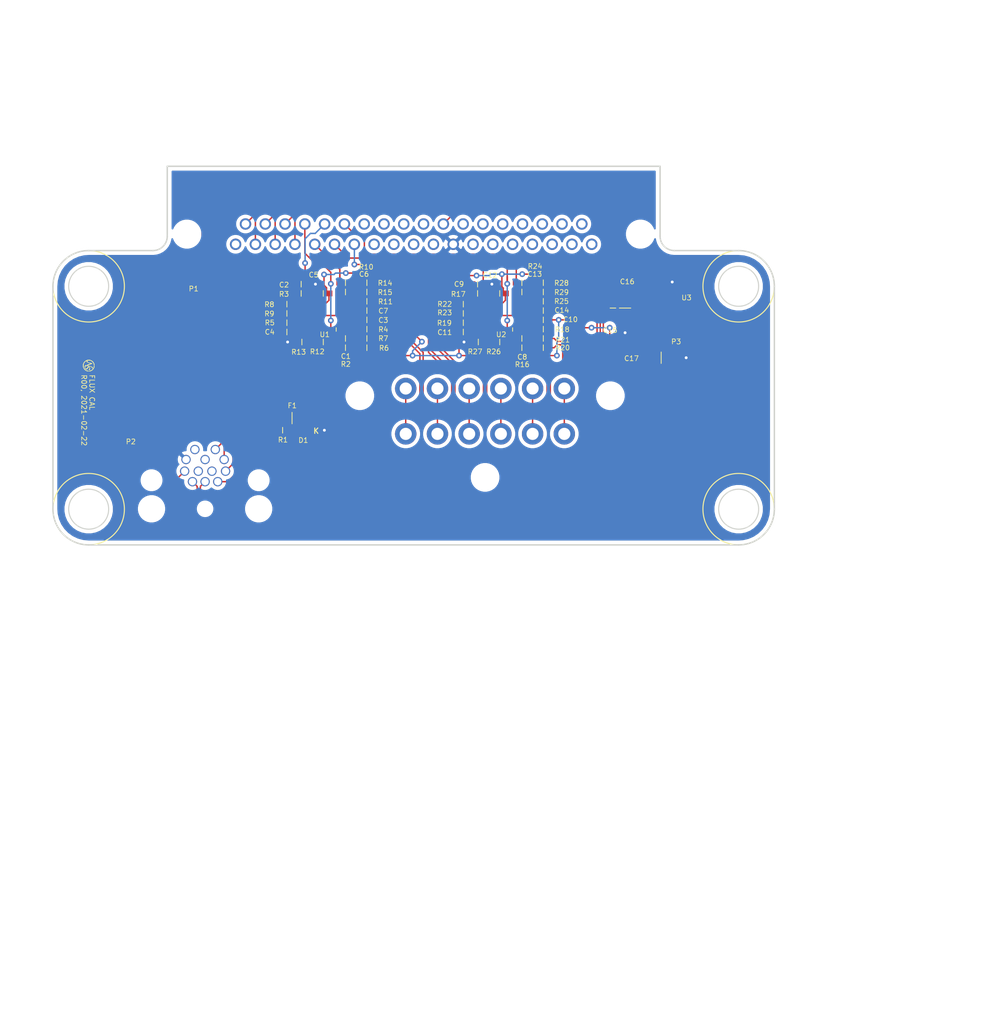
<source format=kicad_pcb>
(kicad_pcb (version 20171130) (host pcbnew 5.1.9-73d0e3b20d~88~ubuntu20.04.1)

  (general
    (thickness 1.6)
    (drawings 35)
    (tracks 544)
    (zones 0)
    (modules 55)
    (nets 46)
  )

  (page A4)
  (layers
    (0 F.Cu signal)
    (31 B.Cu signal)
    (32 B.Adhes user)
    (33 F.Adhes user)
    (34 B.Paste user)
    (35 F.Paste user)
    (36 B.SilkS user)
    (37 F.SilkS user)
    (38 B.Mask user)
    (39 F.Mask user)
    (40 Dwgs.User user)
    (41 Cmts.User user)
    (42 Eco1.User user)
    (43 Eco2.User user)
    (44 Edge.Cuts user)
    (45 Margin user)
    (46 B.CrtYd user)
    (47 F.CrtYd user)
    (48 B.Fab user)
    (49 F.Fab user hide)
  )

  (setup
    (last_trace_width 0.2)
    (trace_clearance 0.2)
    (zone_clearance 0.508)
    (zone_45_only no)
    (trace_min 0.2)
    (via_size 0.8)
    (via_drill 0.4)
    (via_min_size 0.4)
    (via_min_drill 0.3)
    (uvia_size 0.3)
    (uvia_drill 0.1)
    (uvias_allowed no)
    (uvia_min_size 0.2)
    (uvia_min_drill 0.1)
    (edge_width 0.05)
    (segment_width 0.2)
    (pcb_text_width 0.3)
    (pcb_text_size 1.5 1.5)
    (mod_edge_width 0.12)
    (mod_text_size 1 1)
    (mod_text_width 0.15)
    (pad_size 1.524 1.524)
    (pad_drill 0.762)
    (pad_to_mask_clearance 0.051)
    (solder_mask_min_width 0.25)
    (aux_axis_origin 0 0)
    (visible_elements FFFFFF7F)
    (pcbplotparams
      (layerselection 0x010fc_ffffffff)
      (usegerberextensions false)
      (usegerberattributes false)
      (usegerberadvancedattributes false)
      (creategerberjobfile false)
      (excludeedgelayer true)
      (linewidth 0.100000)
      (plotframeref false)
      (viasonmask false)
      (mode 1)
      (useauxorigin false)
      (hpglpennumber 1)
      (hpglpenspeed 20)
      (hpglpendiameter 15.000000)
      (psnegative false)
      (psa4output false)
      (plotreference true)
      (plotvalue true)
      (plotinvisibletext false)
      (padsonsilk false)
      (subtractmaskfromsilk false)
      (outputformat 1)
      (mirror false)
      (drillshape 1)
      (scaleselection 1)
      (outputdirectory ""))
  )

  (net 0 "")
  (net 1 GND)
  (net 2 +5V)
  (net 3 +2V5)
  (net 4 /AN_PHASE_5)
  (net 5 /AN_PHASE_3)
  (net 6 /AN_PHASE_1)
  (net 7 /AN_PHASE_6)
  (net 8 /AN_PHASE_4)
  (net 9 /AN_PHASE_2)
  (net 10 /ENC_POW)
  (net 11 "Net-(D1-Pad1)")
  (net 12 "Net-(R12-Pad1)")
  (net 13 "Net-(R26-Pad1)")
  (net 14 "Net-(U1-Pad13)")
  (net 15 "Net-(U2-Pad13)")
  (net 16 /PH5-)
  (net 17 /PH4-)
  (net 18 /PH6-)
  (net 19 /PH2-)
  (net 20 /PH1-)
  (net 21 /PH3-)
  (net 22 /PH5+)
  (net 23 /PH4+)
  (net 24 /PH6+)
  (net 25 /PH2+)
  (net 26 /PH1+)
  (net 27 /PH3+)
  (net 28 /SIN+)
  (net 29 /COS+)
  (net 30 /REF+)
  (net 31 /SIN-)
  (net 32 /COS-)
  (net 33 /REF-)
  (net 34 /phase_voltages_1/PA-)
  (net 35 /phase_voltages_1/PC-)
  (net 36 /phase_voltages_1/PA+)
  (net 37 /phase_voltages_1/PC+)
  (net 38 /phase_voltages_1/PB-)
  (net 39 /phase_voltages_1/PB+)
  (net 40 /phase_voltages_2/PA-)
  (net 41 /phase_voltages_2/PC-)
  (net 42 /phase_voltages_2/PA+)
  (net 43 /phase_voltages_2/PC+)
  (net 44 /phase_voltages_2/PB-)
  (net 45 /phase_voltages_2/PB+)

  (net_class Default "This is the default net class."
    (clearance 0.2)
    (trace_width 0.2)
    (via_dia 0.8)
    (via_drill 0.4)
    (uvia_dia 0.3)
    (uvia_drill 0.1)
    (add_net +2V5)
    (add_net +5V)
    (add_net /AN_PHASE_1)
    (add_net /AN_PHASE_2)
    (add_net /AN_PHASE_3)
    (add_net /AN_PHASE_4)
    (add_net /AN_PHASE_5)
    (add_net /AN_PHASE_6)
    (add_net /COS+)
    (add_net /COS-)
    (add_net /ENC_POW)
    (add_net /PH1+)
    (add_net /PH1-)
    (add_net /PH2+)
    (add_net /PH2-)
    (add_net /PH3+)
    (add_net /PH3-)
    (add_net /PH4+)
    (add_net /PH4-)
    (add_net /PH5+)
    (add_net /PH5-)
    (add_net /PH6+)
    (add_net /PH6-)
    (add_net /REF+)
    (add_net /REF-)
    (add_net /SHIELD)
    (add_net /SIN+)
    (add_net /SIN-)
    (add_net /phase_voltages_1/PA+)
    (add_net /phase_voltages_1/PA-)
    (add_net /phase_voltages_1/PB+)
    (add_net /phase_voltages_1/PB-)
    (add_net /phase_voltages_1/PC+)
    (add_net /phase_voltages_1/PC-)
    (add_net /phase_voltages_2/PA+)
    (add_net /phase_voltages_2/PA-)
    (add_net /phase_voltages_2/PB+)
    (add_net /phase_voltages_2/PB-)
    (add_net /phase_voltages_2/PC+)
    (add_net /phase_voltages_2/PC-)
    (add_net GND)
    (add_net "Net-(D1-Pad1)")
    (add_net "Net-(P1-Pad1)")
    (add_net "Net-(P1-Pad10)")
    (add_net "Net-(P1-Pad11)")
    (add_net "Net-(P1-Pad12)")
    (add_net "Net-(P1-Pad19)")
    (add_net "Net-(P1-Pad2)")
    (add_net "Net-(P1-Pad20)")
    (add_net "Net-(P1-Pad21)")
    (add_net "Net-(P1-Pad22)")
    (add_net "Net-(P1-Pad23)")
    (add_net "Net-(P1-Pad24)")
    (add_net "Net-(P1-Pad25)")
    (add_net "Net-(P1-Pad26)")
    (add_net "Net-(P1-Pad28)")
    (add_net "Net-(P1-Pad29)")
    (add_net "Net-(P1-Pad3)")
    (add_net "Net-(P1-Pad30)")
    (add_net "Net-(P1-Pad31)")
    (add_net "Net-(P1-Pad4)")
    (add_net "Net-(P1-Pad5)")
    (add_net "Net-(P1-Pad6)")
    (add_net "Net-(P1-Pad7)")
    (add_net "Net-(P1-Pad9)")
    (add_net "Net-(P2-Pad10)")
    (add_net "Net-(P2-Pad11)")
    (add_net "Net-(P2-Pad12)")
    (add_net "Net-(R12-Pad1)")
    (add_net "Net-(R26-Pad1)")
    (add_net "Net-(U1-Pad13)")
    (add_net "Net-(U2-Pad13)")
  )

  (module f_misc:NS_LOGO (layer F.Cu) (tedit 0) (tstamp 60382A2F)
    (at 56 76.9 270)
    (path /605B0DC1)
    (fp_text reference U4 (at 0 5 90) (layer F.SilkS) hide
      (effects (font (size 1.524 1.524) (thickness 0.3)))
    )
    (fp_text value ns_logo (at 0 0 90) (layer F.SilkS) hide
      (effects (font (size 1.27 1.27) (thickness 0.15)))
    )
    (fp_poly (pts (xy 0.953333 0.186667) (xy 0.96 0.186667) (xy 0.96 0.193333) (xy 0.953333 0.193333)
      (xy 0.953333 0.186667)) (layer F.SilkS) (width 0.01))
    (fp_poly (pts (xy 0.96 0.186667) (xy 0.966667 0.186667) (xy 0.966667 0.193333) (xy 0.96 0.193333)
      (xy 0.96 0.186667)) (layer F.SilkS) (width 0.01))
    (fp_poly (pts (xy 0.966667 0.186667) (xy 0.973333 0.186667) (xy 0.973333 0.193333) (xy 0.966667 0.193333)
      (xy 0.966667 0.186667)) (layer F.SilkS) (width 0.01))
    (fp_poly (pts (xy 0.973333 0.186667) (xy 0.98 0.186667) (xy 0.98 0.193333) (xy 0.973333 0.193333)
      (xy 0.973333 0.186667)) (layer F.SilkS) (width 0.01))
    (fp_poly (pts (xy 0.98 0.186667) (xy 0.986667 0.186667) (xy 0.986667 0.193333) (xy 0.98 0.193333)
      (xy 0.98 0.186667)) (layer F.SilkS) (width 0.01))
    (fp_poly (pts (xy 0.986667 0.186667) (xy 0.993333 0.186667) (xy 0.993333 0.193333) (xy 0.986667 0.193333)
      (xy 0.986667 0.186667)) (layer F.SilkS) (width 0.01))
    (fp_poly (pts (xy 0.993333 0.186667) (xy 1 0.186667) (xy 1 0.193333) (xy 0.993333 0.193333)
      (xy 0.993333 0.186667)) (layer F.SilkS) (width 0.01))
    (fp_poly (pts (xy 1 0.186667) (xy 1.006667 0.186667) (xy 1.006667 0.193333) (xy 1 0.193333)
      (xy 1 0.186667)) (layer F.SilkS) (width 0.01))
    (fp_poly (pts (xy 1.006667 0.186667) (xy 1.013333 0.186667) (xy 1.013333 0.193333) (xy 1.006667 0.193333)
      (xy 1.006667 0.186667)) (layer F.SilkS) (width 0.01))
    (fp_poly (pts (xy 1.013333 0.186667) (xy 1.02 0.186667) (xy 1.02 0.193333) (xy 1.013333 0.193333)
      (xy 1.013333 0.186667)) (layer F.SilkS) (width 0.01))
    (fp_poly (pts (xy 1.02 0.186667) (xy 1.026667 0.186667) (xy 1.026667 0.193333) (xy 1.02 0.193333)
      (xy 1.02 0.186667)) (layer F.SilkS) (width 0.01))
    (fp_poly (pts (xy 1.026667 0.186667) (xy 1.033333 0.186667) (xy 1.033333 0.193333) (xy 1.026667 0.193333)
      (xy 1.026667 0.186667)) (layer F.SilkS) (width 0.01))
    (fp_poly (pts (xy 1.033333 0.186667) (xy 1.04 0.186667) (xy 1.04 0.193333) (xy 1.033333 0.193333)
      (xy 1.033333 0.186667)) (layer F.SilkS) (width 0.01))
    (fp_poly (pts (xy 1.04 0.186667) (xy 1.046667 0.186667) (xy 1.046667 0.193333) (xy 1.04 0.193333)
      (xy 1.04 0.186667)) (layer F.SilkS) (width 0.01))
    (fp_poly (pts (xy 1.046667 0.186667) (xy 1.053333 0.186667) (xy 1.053333 0.193333) (xy 1.046667 0.193333)
      (xy 1.046667 0.186667)) (layer F.SilkS) (width 0.01))
    (fp_poly (pts (xy 0.886667 0.193333) (xy 0.893333 0.193333) (xy 0.893333 0.2) (xy 0.886667 0.2)
      (xy 0.886667 0.193333)) (layer F.SilkS) (width 0.01))
    (fp_poly (pts (xy 0.893333 0.193333) (xy 0.9 0.193333) (xy 0.9 0.2) (xy 0.893333 0.2)
      (xy 0.893333 0.193333)) (layer F.SilkS) (width 0.01))
    (fp_poly (pts (xy 0.9 0.193333) (xy 0.906667 0.193333) (xy 0.906667 0.2) (xy 0.9 0.2)
      (xy 0.9 0.193333)) (layer F.SilkS) (width 0.01))
    (fp_poly (pts (xy 0.906667 0.193333) (xy 0.913333 0.193333) (xy 0.913333 0.2) (xy 0.906667 0.2)
      (xy 0.906667 0.193333)) (layer F.SilkS) (width 0.01))
    (fp_poly (pts (xy 0.913333 0.193333) (xy 0.92 0.193333) (xy 0.92 0.2) (xy 0.913333 0.2)
      (xy 0.913333 0.193333)) (layer F.SilkS) (width 0.01))
    (fp_poly (pts (xy 0.92 0.193333) (xy 0.926667 0.193333) (xy 0.926667 0.2) (xy 0.92 0.2)
      (xy 0.92 0.193333)) (layer F.SilkS) (width 0.01))
    (fp_poly (pts (xy 0.926667 0.193333) (xy 0.933333 0.193333) (xy 0.933333 0.2) (xy 0.926667 0.2)
      (xy 0.926667 0.193333)) (layer F.SilkS) (width 0.01))
    (fp_poly (pts (xy 0.933333 0.193333) (xy 0.94 0.193333) (xy 0.94 0.2) (xy 0.933333 0.2)
      (xy 0.933333 0.193333)) (layer F.SilkS) (width 0.01))
    (fp_poly (pts (xy 0.94 0.193333) (xy 0.946667 0.193333) (xy 0.946667 0.2) (xy 0.94 0.2)
      (xy 0.94 0.193333)) (layer F.SilkS) (width 0.01))
    (fp_poly (pts (xy 0.946667 0.193333) (xy 0.953333 0.193333) (xy 0.953333 0.2) (xy 0.946667 0.2)
      (xy 0.946667 0.193333)) (layer F.SilkS) (width 0.01))
    (fp_poly (pts (xy 0.953333 0.193333) (xy 0.96 0.193333) (xy 0.96 0.2) (xy 0.953333 0.2)
      (xy 0.953333 0.193333)) (layer F.SilkS) (width 0.01))
    (fp_poly (pts (xy 0.96 0.193333) (xy 0.966667 0.193333) (xy 0.966667 0.2) (xy 0.96 0.2)
      (xy 0.96 0.193333)) (layer F.SilkS) (width 0.01))
    (fp_poly (pts (xy 0.966667 0.193333) (xy 0.973333 0.193333) (xy 0.973333 0.2) (xy 0.966667 0.2)
      (xy 0.966667 0.193333)) (layer F.SilkS) (width 0.01))
    (fp_poly (pts (xy 0.973333 0.193333) (xy 0.98 0.193333) (xy 0.98 0.2) (xy 0.973333 0.2)
      (xy 0.973333 0.193333)) (layer F.SilkS) (width 0.01))
    (fp_poly (pts (xy 0.98 0.193333) (xy 0.986667 0.193333) (xy 0.986667 0.2) (xy 0.98 0.2)
      (xy 0.98 0.193333)) (layer F.SilkS) (width 0.01))
    (fp_poly (pts (xy 0.986667 0.193333) (xy 0.993333 0.193333) (xy 0.993333 0.2) (xy 0.986667 0.2)
      (xy 0.986667 0.193333)) (layer F.SilkS) (width 0.01))
    (fp_poly (pts (xy 0.993333 0.193333) (xy 1 0.193333) (xy 1 0.2) (xy 0.993333 0.2)
      (xy 0.993333 0.193333)) (layer F.SilkS) (width 0.01))
    (fp_poly (pts (xy 1 0.193333) (xy 1.006667 0.193333) (xy 1.006667 0.2) (xy 1 0.2)
      (xy 1 0.193333)) (layer F.SilkS) (width 0.01))
    (fp_poly (pts (xy 1.006667 0.193333) (xy 1.013333 0.193333) (xy 1.013333 0.2) (xy 1.006667 0.2)
      (xy 1.006667 0.193333)) (layer F.SilkS) (width 0.01))
    (fp_poly (pts (xy 1.013333 0.193333) (xy 1.02 0.193333) (xy 1.02 0.2) (xy 1.013333 0.2)
      (xy 1.013333 0.193333)) (layer F.SilkS) (width 0.01))
    (fp_poly (pts (xy 1.02 0.193333) (xy 1.026667 0.193333) (xy 1.026667 0.2) (xy 1.02 0.2)
      (xy 1.02 0.193333)) (layer F.SilkS) (width 0.01))
    (fp_poly (pts (xy 1.026667 0.193333) (xy 1.033333 0.193333) (xy 1.033333 0.2) (xy 1.026667 0.2)
      (xy 1.026667 0.193333)) (layer F.SilkS) (width 0.01))
    (fp_poly (pts (xy 1.033333 0.193333) (xy 1.04 0.193333) (xy 1.04 0.2) (xy 1.033333 0.2)
      (xy 1.033333 0.193333)) (layer F.SilkS) (width 0.01))
    (fp_poly (pts (xy 1.04 0.193333) (xy 1.046667 0.193333) (xy 1.046667 0.2) (xy 1.04 0.2)
      (xy 1.04 0.193333)) (layer F.SilkS) (width 0.01))
    (fp_poly (pts (xy 1.046667 0.193333) (xy 1.053333 0.193333) (xy 1.053333 0.2) (xy 1.046667 0.2)
      (xy 1.046667 0.193333)) (layer F.SilkS) (width 0.01))
    (fp_poly (pts (xy 1.053333 0.193333) (xy 1.06 0.193333) (xy 1.06 0.2) (xy 1.053333 0.2)
      (xy 1.053333 0.193333)) (layer F.SilkS) (width 0.01))
    (fp_poly (pts (xy 1.06 0.193333) (xy 1.066667 0.193333) (xy 1.066667 0.2) (xy 1.06 0.2)
      (xy 1.06 0.193333)) (layer F.SilkS) (width 0.01))
    (fp_poly (pts (xy 1.066667 0.193333) (xy 1.073333 0.193333) (xy 1.073333 0.2) (xy 1.066667 0.2)
      (xy 1.066667 0.193333)) (layer F.SilkS) (width 0.01))
    (fp_poly (pts (xy 1.073333 0.193333) (xy 1.08 0.193333) (xy 1.08 0.2) (xy 1.073333 0.2)
      (xy 1.073333 0.193333)) (layer F.SilkS) (width 0.01))
    (fp_poly (pts (xy 1.08 0.193333) (xy 1.086667 0.193333) (xy 1.086667 0.2) (xy 1.08 0.2)
      (xy 1.08 0.193333)) (layer F.SilkS) (width 0.01))
    (fp_poly (pts (xy 1.086667 0.193333) (xy 1.093333 0.193333) (xy 1.093333 0.2) (xy 1.086667 0.2)
      (xy 1.086667 0.193333)) (layer F.SilkS) (width 0.01))
    (fp_poly (pts (xy 1.093333 0.193333) (xy 1.1 0.193333) (xy 1.1 0.2) (xy 1.093333 0.2)
      (xy 1.093333 0.193333)) (layer F.SilkS) (width 0.01))
    (fp_poly (pts (xy 1.1 0.193333) (xy 1.106667 0.193333) (xy 1.106667 0.2) (xy 1.1 0.2)
      (xy 1.1 0.193333)) (layer F.SilkS) (width 0.01))
    (fp_poly (pts (xy 1.106667 0.193333) (xy 1.113333 0.193333) (xy 1.113333 0.2) (xy 1.106667 0.2)
      (xy 1.106667 0.193333)) (layer F.SilkS) (width 0.01))
    (fp_poly (pts (xy 1.113333 0.193333) (xy 1.12 0.193333) (xy 1.12 0.2) (xy 1.113333 0.2)
      (xy 1.113333 0.193333)) (layer F.SilkS) (width 0.01))
    (fp_poly (pts (xy 0.846667 0.2) (xy 0.853333 0.2) (xy 0.853333 0.206667) (xy 0.846667 0.206667)
      (xy 0.846667 0.2)) (layer F.SilkS) (width 0.01))
    (fp_poly (pts (xy 0.853333 0.2) (xy 0.86 0.2) (xy 0.86 0.206667) (xy 0.853333 0.206667)
      (xy 0.853333 0.2)) (layer F.SilkS) (width 0.01))
    (fp_poly (pts (xy 0.86 0.2) (xy 0.866667 0.2) (xy 0.866667 0.206667) (xy 0.86 0.206667)
      (xy 0.86 0.2)) (layer F.SilkS) (width 0.01))
    (fp_poly (pts (xy 0.866667 0.2) (xy 0.873333 0.2) (xy 0.873333 0.206667) (xy 0.866667 0.206667)
      (xy 0.866667 0.2)) (layer F.SilkS) (width 0.01))
    (fp_poly (pts (xy 0.873333 0.2) (xy 0.88 0.2) (xy 0.88 0.206667) (xy 0.873333 0.206667)
      (xy 0.873333 0.2)) (layer F.SilkS) (width 0.01))
    (fp_poly (pts (xy 0.88 0.2) (xy 0.886667 0.2) (xy 0.886667 0.206667) (xy 0.88 0.206667)
      (xy 0.88 0.2)) (layer F.SilkS) (width 0.01))
    (fp_poly (pts (xy 0.886667 0.2) (xy 0.893333 0.2) (xy 0.893333 0.206667) (xy 0.886667 0.206667)
      (xy 0.886667 0.2)) (layer F.SilkS) (width 0.01))
    (fp_poly (pts (xy 0.893333 0.2) (xy 0.9 0.2) (xy 0.9 0.206667) (xy 0.893333 0.206667)
      (xy 0.893333 0.2)) (layer F.SilkS) (width 0.01))
    (fp_poly (pts (xy 0.9 0.2) (xy 0.906667 0.2) (xy 0.906667 0.206667) (xy 0.9 0.206667)
      (xy 0.9 0.2)) (layer F.SilkS) (width 0.01))
    (fp_poly (pts (xy 0.906667 0.2) (xy 0.913333 0.2) (xy 0.913333 0.206667) (xy 0.906667 0.206667)
      (xy 0.906667 0.2)) (layer F.SilkS) (width 0.01))
    (fp_poly (pts (xy 0.913333 0.2) (xy 0.92 0.2) (xy 0.92 0.206667) (xy 0.913333 0.206667)
      (xy 0.913333 0.2)) (layer F.SilkS) (width 0.01))
    (fp_poly (pts (xy 0.92 0.2) (xy 0.926667 0.2) (xy 0.926667 0.206667) (xy 0.92 0.206667)
      (xy 0.92 0.2)) (layer F.SilkS) (width 0.01))
    (fp_poly (pts (xy 0.926667 0.2) (xy 0.933333 0.2) (xy 0.933333 0.206667) (xy 0.926667 0.206667)
      (xy 0.926667 0.2)) (layer F.SilkS) (width 0.01))
    (fp_poly (pts (xy 0.933333 0.2) (xy 0.94 0.2) (xy 0.94 0.206667) (xy 0.933333 0.206667)
      (xy 0.933333 0.2)) (layer F.SilkS) (width 0.01))
    (fp_poly (pts (xy 0.94 0.2) (xy 0.946667 0.2) (xy 0.946667 0.206667) (xy 0.94 0.206667)
      (xy 0.94 0.2)) (layer F.SilkS) (width 0.01))
    (fp_poly (pts (xy 0.946667 0.2) (xy 0.953333 0.2) (xy 0.953333 0.206667) (xy 0.946667 0.206667)
      (xy 0.946667 0.2)) (layer F.SilkS) (width 0.01))
    (fp_poly (pts (xy 0.953333 0.2) (xy 0.96 0.2) (xy 0.96 0.206667) (xy 0.953333 0.206667)
      (xy 0.953333 0.2)) (layer F.SilkS) (width 0.01))
    (fp_poly (pts (xy 0.96 0.2) (xy 0.966667 0.2) (xy 0.966667 0.206667) (xy 0.96 0.206667)
      (xy 0.96 0.2)) (layer F.SilkS) (width 0.01))
    (fp_poly (pts (xy 0.966667 0.2) (xy 0.973333 0.2) (xy 0.973333 0.206667) (xy 0.966667 0.206667)
      (xy 0.966667 0.2)) (layer F.SilkS) (width 0.01))
    (fp_poly (pts (xy 0.973333 0.2) (xy 0.98 0.2) (xy 0.98 0.206667) (xy 0.973333 0.206667)
      (xy 0.973333 0.2)) (layer F.SilkS) (width 0.01))
    (fp_poly (pts (xy 0.98 0.2) (xy 0.986667 0.2) (xy 0.986667 0.206667) (xy 0.98 0.206667)
      (xy 0.98 0.2)) (layer F.SilkS) (width 0.01))
    (fp_poly (pts (xy 0.986667 0.2) (xy 0.993333 0.2) (xy 0.993333 0.206667) (xy 0.986667 0.206667)
      (xy 0.986667 0.2)) (layer F.SilkS) (width 0.01))
    (fp_poly (pts (xy 0.993333 0.2) (xy 1 0.2) (xy 1 0.206667) (xy 0.993333 0.206667)
      (xy 0.993333 0.2)) (layer F.SilkS) (width 0.01))
    (fp_poly (pts (xy 1 0.2) (xy 1.006667 0.2) (xy 1.006667 0.206667) (xy 1 0.206667)
      (xy 1 0.2)) (layer F.SilkS) (width 0.01))
    (fp_poly (pts (xy 1.006667 0.2) (xy 1.013333 0.2) (xy 1.013333 0.206667) (xy 1.006667 0.206667)
      (xy 1.006667 0.2)) (layer F.SilkS) (width 0.01))
    (fp_poly (pts (xy 1.013333 0.2) (xy 1.02 0.2) (xy 1.02 0.206667) (xy 1.013333 0.206667)
      (xy 1.013333 0.2)) (layer F.SilkS) (width 0.01))
    (fp_poly (pts (xy 1.02 0.2) (xy 1.026667 0.2) (xy 1.026667 0.206667) (xy 1.02 0.206667)
      (xy 1.02 0.2)) (layer F.SilkS) (width 0.01))
    (fp_poly (pts (xy 1.026667 0.2) (xy 1.033333 0.2) (xy 1.033333 0.206667) (xy 1.026667 0.206667)
      (xy 1.026667 0.2)) (layer F.SilkS) (width 0.01))
    (fp_poly (pts (xy 1.033333 0.2) (xy 1.04 0.2) (xy 1.04 0.206667) (xy 1.033333 0.206667)
      (xy 1.033333 0.2)) (layer F.SilkS) (width 0.01))
    (fp_poly (pts (xy 1.04 0.2) (xy 1.046667 0.2) (xy 1.046667 0.206667) (xy 1.04 0.206667)
      (xy 1.04 0.2)) (layer F.SilkS) (width 0.01))
    (fp_poly (pts (xy 1.046667 0.2) (xy 1.053333 0.2) (xy 1.053333 0.206667) (xy 1.046667 0.206667)
      (xy 1.046667 0.2)) (layer F.SilkS) (width 0.01))
    (fp_poly (pts (xy 1.053333 0.2) (xy 1.06 0.2) (xy 1.06 0.206667) (xy 1.053333 0.206667)
      (xy 1.053333 0.2)) (layer F.SilkS) (width 0.01))
    (fp_poly (pts (xy 1.06 0.2) (xy 1.066667 0.2) (xy 1.066667 0.206667) (xy 1.06 0.206667)
      (xy 1.06 0.2)) (layer F.SilkS) (width 0.01))
    (fp_poly (pts (xy 1.066667 0.2) (xy 1.073333 0.2) (xy 1.073333 0.206667) (xy 1.066667 0.206667)
      (xy 1.066667 0.2)) (layer F.SilkS) (width 0.01))
    (fp_poly (pts (xy 1.073333 0.2) (xy 1.08 0.2) (xy 1.08 0.206667) (xy 1.073333 0.206667)
      (xy 1.073333 0.2)) (layer F.SilkS) (width 0.01))
    (fp_poly (pts (xy 1.08 0.2) (xy 1.086667 0.2) (xy 1.086667 0.206667) (xy 1.08 0.206667)
      (xy 1.08 0.2)) (layer F.SilkS) (width 0.01))
    (fp_poly (pts (xy 1.086667 0.2) (xy 1.093333 0.2) (xy 1.093333 0.206667) (xy 1.086667 0.206667)
      (xy 1.086667 0.2)) (layer F.SilkS) (width 0.01))
    (fp_poly (pts (xy 1.093333 0.2) (xy 1.1 0.2) (xy 1.1 0.206667) (xy 1.093333 0.206667)
      (xy 1.093333 0.2)) (layer F.SilkS) (width 0.01))
    (fp_poly (pts (xy 1.1 0.2) (xy 1.106667 0.2) (xy 1.106667 0.206667) (xy 1.1 0.206667)
      (xy 1.1 0.2)) (layer F.SilkS) (width 0.01))
    (fp_poly (pts (xy 1.106667 0.2) (xy 1.113333 0.2) (xy 1.113333 0.206667) (xy 1.106667 0.206667)
      (xy 1.106667 0.2)) (layer F.SilkS) (width 0.01))
    (fp_poly (pts (xy 1.113333 0.2) (xy 1.12 0.2) (xy 1.12 0.206667) (xy 1.113333 0.206667)
      (xy 1.113333 0.2)) (layer F.SilkS) (width 0.01))
    (fp_poly (pts (xy 1.12 0.2) (xy 1.126667 0.2) (xy 1.126667 0.206667) (xy 1.12 0.206667)
      (xy 1.12 0.2)) (layer F.SilkS) (width 0.01))
    (fp_poly (pts (xy 1.126667 0.2) (xy 1.133333 0.2) (xy 1.133333 0.206667) (xy 1.126667 0.206667)
      (xy 1.126667 0.2)) (layer F.SilkS) (width 0.01))
    (fp_poly (pts (xy 1.133333 0.2) (xy 1.14 0.2) (xy 1.14 0.206667) (xy 1.133333 0.206667)
      (xy 1.133333 0.2)) (layer F.SilkS) (width 0.01))
    (fp_poly (pts (xy 1.14 0.2) (xy 1.146667 0.2) (xy 1.146667 0.206667) (xy 1.14 0.206667)
      (xy 1.14 0.2)) (layer F.SilkS) (width 0.01))
    (fp_poly (pts (xy 1.146667 0.2) (xy 1.153333 0.2) (xy 1.153333 0.206667) (xy 1.146667 0.206667)
      (xy 1.146667 0.2)) (layer F.SilkS) (width 0.01))
    (fp_poly (pts (xy 1.153333 0.2) (xy 1.16 0.2) (xy 1.16 0.206667) (xy 1.153333 0.206667)
      (xy 1.153333 0.2)) (layer F.SilkS) (width 0.01))
    (fp_poly (pts (xy 0.82 0.206667) (xy 0.826667 0.206667) (xy 0.826667 0.213333) (xy 0.82 0.213333)
      (xy 0.82 0.206667)) (layer F.SilkS) (width 0.01))
    (fp_poly (pts (xy 0.826667 0.206667) (xy 0.833333 0.206667) (xy 0.833333 0.213333) (xy 0.826667 0.213333)
      (xy 0.826667 0.206667)) (layer F.SilkS) (width 0.01))
    (fp_poly (pts (xy 0.833333 0.206667) (xy 0.84 0.206667) (xy 0.84 0.213333) (xy 0.833333 0.213333)
      (xy 0.833333 0.206667)) (layer F.SilkS) (width 0.01))
    (fp_poly (pts (xy 0.84 0.206667) (xy 0.846667 0.206667) (xy 0.846667 0.213333) (xy 0.84 0.213333)
      (xy 0.84 0.206667)) (layer F.SilkS) (width 0.01))
    (fp_poly (pts (xy 0.846667 0.206667) (xy 0.853333 0.206667) (xy 0.853333 0.213333) (xy 0.846667 0.213333)
      (xy 0.846667 0.206667)) (layer F.SilkS) (width 0.01))
    (fp_poly (pts (xy 0.853333 0.206667) (xy 0.86 0.206667) (xy 0.86 0.213333) (xy 0.853333 0.213333)
      (xy 0.853333 0.206667)) (layer F.SilkS) (width 0.01))
    (fp_poly (pts (xy 0.86 0.206667) (xy 0.866667 0.206667) (xy 0.866667 0.213333) (xy 0.86 0.213333)
      (xy 0.86 0.206667)) (layer F.SilkS) (width 0.01))
    (fp_poly (pts (xy 0.866667 0.206667) (xy 0.873333 0.206667) (xy 0.873333 0.213333) (xy 0.866667 0.213333)
      (xy 0.866667 0.206667)) (layer F.SilkS) (width 0.01))
    (fp_poly (pts (xy 0.873333 0.206667) (xy 0.88 0.206667) (xy 0.88 0.213333) (xy 0.873333 0.213333)
      (xy 0.873333 0.206667)) (layer F.SilkS) (width 0.01))
    (fp_poly (pts (xy 0.88 0.206667) (xy 0.886667 0.206667) (xy 0.886667 0.213333) (xy 0.88 0.213333)
      (xy 0.88 0.206667)) (layer F.SilkS) (width 0.01))
    (fp_poly (pts (xy 0.886667 0.206667) (xy 0.893333 0.206667) (xy 0.893333 0.213333) (xy 0.886667 0.213333)
      (xy 0.886667 0.206667)) (layer F.SilkS) (width 0.01))
    (fp_poly (pts (xy 0.893333 0.206667) (xy 0.9 0.206667) (xy 0.9 0.213333) (xy 0.893333 0.213333)
      (xy 0.893333 0.206667)) (layer F.SilkS) (width 0.01))
    (fp_poly (pts (xy 0.9 0.206667) (xy 0.906667 0.206667) (xy 0.906667 0.213333) (xy 0.9 0.213333)
      (xy 0.9 0.206667)) (layer F.SilkS) (width 0.01))
    (fp_poly (pts (xy 0.906667 0.206667) (xy 0.913333 0.206667) (xy 0.913333 0.213333) (xy 0.906667 0.213333)
      (xy 0.906667 0.206667)) (layer F.SilkS) (width 0.01))
    (fp_poly (pts (xy 0.913333 0.206667) (xy 0.92 0.206667) (xy 0.92 0.213333) (xy 0.913333 0.213333)
      (xy 0.913333 0.206667)) (layer F.SilkS) (width 0.01))
    (fp_poly (pts (xy 0.92 0.206667) (xy 0.926667 0.206667) (xy 0.926667 0.213333) (xy 0.92 0.213333)
      (xy 0.92 0.206667)) (layer F.SilkS) (width 0.01))
    (fp_poly (pts (xy 0.926667 0.206667) (xy 0.933333 0.206667) (xy 0.933333 0.213333) (xy 0.926667 0.213333)
      (xy 0.926667 0.206667)) (layer F.SilkS) (width 0.01))
    (fp_poly (pts (xy 0.933333 0.206667) (xy 0.94 0.206667) (xy 0.94 0.213333) (xy 0.933333 0.213333)
      (xy 0.933333 0.206667)) (layer F.SilkS) (width 0.01))
    (fp_poly (pts (xy 0.94 0.206667) (xy 0.946667 0.206667) (xy 0.946667 0.213333) (xy 0.94 0.213333)
      (xy 0.94 0.206667)) (layer F.SilkS) (width 0.01))
    (fp_poly (pts (xy 0.946667 0.206667) (xy 0.953333 0.206667) (xy 0.953333 0.213333) (xy 0.946667 0.213333)
      (xy 0.946667 0.206667)) (layer F.SilkS) (width 0.01))
    (fp_poly (pts (xy 0.953333 0.206667) (xy 0.96 0.206667) (xy 0.96 0.213333) (xy 0.953333 0.213333)
      (xy 0.953333 0.206667)) (layer F.SilkS) (width 0.01))
    (fp_poly (pts (xy 0.96 0.206667) (xy 0.966667 0.206667) (xy 0.966667 0.213333) (xy 0.96 0.213333)
      (xy 0.96 0.206667)) (layer F.SilkS) (width 0.01))
    (fp_poly (pts (xy 0.966667 0.206667) (xy 0.973333 0.206667) (xy 0.973333 0.213333) (xy 0.966667 0.213333)
      (xy 0.966667 0.206667)) (layer F.SilkS) (width 0.01))
    (fp_poly (pts (xy 0.973333 0.206667) (xy 0.98 0.206667) (xy 0.98 0.213333) (xy 0.973333 0.213333)
      (xy 0.973333 0.206667)) (layer F.SilkS) (width 0.01))
    (fp_poly (pts (xy 0.98 0.206667) (xy 0.986667 0.206667) (xy 0.986667 0.213333) (xy 0.98 0.213333)
      (xy 0.98 0.206667)) (layer F.SilkS) (width 0.01))
    (fp_poly (pts (xy 0.986667 0.206667) (xy 0.993333 0.206667) (xy 0.993333 0.213333) (xy 0.986667 0.213333)
      (xy 0.986667 0.206667)) (layer F.SilkS) (width 0.01))
    (fp_poly (pts (xy 0.993333 0.206667) (xy 1 0.206667) (xy 1 0.213333) (xy 0.993333 0.213333)
      (xy 0.993333 0.206667)) (layer F.SilkS) (width 0.01))
    (fp_poly (pts (xy 1 0.206667) (xy 1.006667 0.206667) (xy 1.006667 0.213333) (xy 1 0.213333)
      (xy 1 0.206667)) (layer F.SilkS) (width 0.01))
    (fp_poly (pts (xy 1.006667 0.206667) (xy 1.013333 0.206667) (xy 1.013333 0.213333) (xy 1.006667 0.213333)
      (xy 1.006667 0.206667)) (layer F.SilkS) (width 0.01))
    (fp_poly (pts (xy 1.013333 0.206667) (xy 1.02 0.206667) (xy 1.02 0.213333) (xy 1.013333 0.213333)
      (xy 1.013333 0.206667)) (layer F.SilkS) (width 0.01))
    (fp_poly (pts (xy 1.02 0.206667) (xy 1.026667 0.206667) (xy 1.026667 0.213333) (xy 1.02 0.213333)
      (xy 1.02 0.206667)) (layer F.SilkS) (width 0.01))
    (fp_poly (pts (xy 1.026667 0.206667) (xy 1.033333 0.206667) (xy 1.033333 0.213333) (xy 1.026667 0.213333)
      (xy 1.026667 0.206667)) (layer F.SilkS) (width 0.01))
    (fp_poly (pts (xy 1.033333 0.206667) (xy 1.04 0.206667) (xy 1.04 0.213333) (xy 1.033333 0.213333)
      (xy 1.033333 0.206667)) (layer F.SilkS) (width 0.01))
    (fp_poly (pts (xy 1.04 0.206667) (xy 1.046667 0.206667) (xy 1.046667 0.213333) (xy 1.04 0.213333)
      (xy 1.04 0.206667)) (layer F.SilkS) (width 0.01))
    (fp_poly (pts (xy 1.046667 0.206667) (xy 1.053333 0.206667) (xy 1.053333 0.213333) (xy 1.046667 0.213333)
      (xy 1.046667 0.206667)) (layer F.SilkS) (width 0.01))
    (fp_poly (pts (xy 1.053333 0.206667) (xy 1.06 0.206667) (xy 1.06 0.213333) (xy 1.053333 0.213333)
      (xy 1.053333 0.206667)) (layer F.SilkS) (width 0.01))
    (fp_poly (pts (xy 1.06 0.206667) (xy 1.066667 0.206667) (xy 1.066667 0.213333) (xy 1.06 0.213333)
      (xy 1.06 0.206667)) (layer F.SilkS) (width 0.01))
    (fp_poly (pts (xy 1.066667 0.206667) (xy 1.073333 0.206667) (xy 1.073333 0.213333) (xy 1.066667 0.213333)
      (xy 1.066667 0.206667)) (layer F.SilkS) (width 0.01))
    (fp_poly (pts (xy 1.073333 0.206667) (xy 1.08 0.206667) (xy 1.08 0.213333) (xy 1.073333 0.213333)
      (xy 1.073333 0.206667)) (layer F.SilkS) (width 0.01))
    (fp_poly (pts (xy 1.08 0.206667) (xy 1.086667 0.206667) (xy 1.086667 0.213333) (xy 1.08 0.213333)
      (xy 1.08 0.206667)) (layer F.SilkS) (width 0.01))
    (fp_poly (pts (xy 1.086667 0.206667) (xy 1.093333 0.206667) (xy 1.093333 0.213333) (xy 1.086667 0.213333)
      (xy 1.086667 0.206667)) (layer F.SilkS) (width 0.01))
    (fp_poly (pts (xy 1.093333 0.206667) (xy 1.1 0.206667) (xy 1.1 0.213333) (xy 1.093333 0.213333)
      (xy 1.093333 0.206667)) (layer F.SilkS) (width 0.01))
    (fp_poly (pts (xy 1.1 0.206667) (xy 1.106667 0.206667) (xy 1.106667 0.213333) (xy 1.1 0.213333)
      (xy 1.1 0.206667)) (layer F.SilkS) (width 0.01))
    (fp_poly (pts (xy 1.106667 0.206667) (xy 1.113333 0.206667) (xy 1.113333 0.213333) (xy 1.106667 0.213333)
      (xy 1.106667 0.206667)) (layer F.SilkS) (width 0.01))
    (fp_poly (pts (xy 1.113333 0.206667) (xy 1.12 0.206667) (xy 1.12 0.213333) (xy 1.113333 0.213333)
      (xy 1.113333 0.206667)) (layer F.SilkS) (width 0.01))
    (fp_poly (pts (xy 1.12 0.206667) (xy 1.126667 0.206667) (xy 1.126667 0.213333) (xy 1.12 0.213333)
      (xy 1.12 0.206667)) (layer F.SilkS) (width 0.01))
    (fp_poly (pts (xy 1.126667 0.206667) (xy 1.133333 0.206667) (xy 1.133333 0.213333) (xy 1.126667 0.213333)
      (xy 1.126667 0.206667)) (layer F.SilkS) (width 0.01))
    (fp_poly (pts (xy 1.133333 0.206667) (xy 1.14 0.206667) (xy 1.14 0.213333) (xy 1.133333 0.213333)
      (xy 1.133333 0.206667)) (layer F.SilkS) (width 0.01))
    (fp_poly (pts (xy 1.14 0.206667) (xy 1.146667 0.206667) (xy 1.146667 0.213333) (xy 1.14 0.213333)
      (xy 1.14 0.206667)) (layer F.SilkS) (width 0.01))
    (fp_poly (pts (xy 1.146667 0.206667) (xy 1.153333 0.206667) (xy 1.153333 0.213333) (xy 1.146667 0.213333)
      (xy 1.146667 0.206667)) (layer F.SilkS) (width 0.01))
    (fp_poly (pts (xy 1.153333 0.206667) (xy 1.16 0.206667) (xy 1.16 0.213333) (xy 1.153333 0.213333)
      (xy 1.153333 0.206667)) (layer F.SilkS) (width 0.01))
    (fp_poly (pts (xy 1.16 0.206667) (xy 1.166667 0.206667) (xy 1.166667 0.213333) (xy 1.16 0.213333)
      (xy 1.16 0.206667)) (layer F.SilkS) (width 0.01))
    (fp_poly (pts (xy 1.166667 0.206667) (xy 1.173333 0.206667) (xy 1.173333 0.213333) (xy 1.166667 0.213333)
      (xy 1.166667 0.206667)) (layer F.SilkS) (width 0.01))
    (fp_poly (pts (xy 1.173333 0.206667) (xy 1.18 0.206667) (xy 1.18 0.213333) (xy 1.173333 0.213333)
      (xy 1.173333 0.206667)) (layer F.SilkS) (width 0.01))
    (fp_poly (pts (xy 1.18 0.206667) (xy 1.186667 0.206667) (xy 1.186667 0.213333) (xy 1.18 0.213333)
      (xy 1.18 0.206667)) (layer F.SilkS) (width 0.01))
    (fp_poly (pts (xy 1.186667 0.206667) (xy 1.193333 0.206667) (xy 1.193333 0.213333) (xy 1.186667 0.213333)
      (xy 1.186667 0.206667)) (layer F.SilkS) (width 0.01))
    (fp_poly (pts (xy 0.793333 0.213333) (xy 0.8 0.213333) (xy 0.8 0.22) (xy 0.793333 0.22)
      (xy 0.793333 0.213333)) (layer F.SilkS) (width 0.01))
    (fp_poly (pts (xy 0.8 0.213333) (xy 0.806667 0.213333) (xy 0.806667 0.22) (xy 0.8 0.22)
      (xy 0.8 0.213333)) (layer F.SilkS) (width 0.01))
    (fp_poly (pts (xy 0.806667 0.213333) (xy 0.813333 0.213333) (xy 0.813333 0.22) (xy 0.806667 0.22)
      (xy 0.806667 0.213333)) (layer F.SilkS) (width 0.01))
    (fp_poly (pts (xy 0.813333 0.213333) (xy 0.82 0.213333) (xy 0.82 0.22) (xy 0.813333 0.22)
      (xy 0.813333 0.213333)) (layer F.SilkS) (width 0.01))
    (fp_poly (pts (xy 0.82 0.213333) (xy 0.826667 0.213333) (xy 0.826667 0.22) (xy 0.82 0.22)
      (xy 0.82 0.213333)) (layer F.SilkS) (width 0.01))
    (fp_poly (pts (xy 0.826667 0.213333) (xy 0.833333 0.213333) (xy 0.833333 0.22) (xy 0.826667 0.22)
      (xy 0.826667 0.213333)) (layer F.SilkS) (width 0.01))
    (fp_poly (pts (xy 0.833333 0.213333) (xy 0.84 0.213333) (xy 0.84 0.22) (xy 0.833333 0.22)
      (xy 0.833333 0.213333)) (layer F.SilkS) (width 0.01))
    (fp_poly (pts (xy 0.84 0.213333) (xy 0.846667 0.213333) (xy 0.846667 0.22) (xy 0.84 0.22)
      (xy 0.84 0.213333)) (layer F.SilkS) (width 0.01))
    (fp_poly (pts (xy 0.846667 0.213333) (xy 0.853333 0.213333) (xy 0.853333 0.22) (xy 0.846667 0.22)
      (xy 0.846667 0.213333)) (layer F.SilkS) (width 0.01))
    (fp_poly (pts (xy 0.853333 0.213333) (xy 0.86 0.213333) (xy 0.86 0.22) (xy 0.853333 0.22)
      (xy 0.853333 0.213333)) (layer F.SilkS) (width 0.01))
    (fp_poly (pts (xy 0.86 0.213333) (xy 0.866667 0.213333) (xy 0.866667 0.22) (xy 0.86 0.22)
      (xy 0.86 0.213333)) (layer F.SilkS) (width 0.01))
    (fp_poly (pts (xy 0.866667 0.213333) (xy 0.873333 0.213333) (xy 0.873333 0.22) (xy 0.866667 0.22)
      (xy 0.866667 0.213333)) (layer F.SilkS) (width 0.01))
    (fp_poly (pts (xy 0.873333 0.213333) (xy 0.88 0.213333) (xy 0.88 0.22) (xy 0.873333 0.22)
      (xy 0.873333 0.213333)) (layer F.SilkS) (width 0.01))
    (fp_poly (pts (xy 0.88 0.213333) (xy 0.886667 0.213333) (xy 0.886667 0.22) (xy 0.88 0.22)
      (xy 0.88 0.213333)) (layer F.SilkS) (width 0.01))
    (fp_poly (pts (xy 0.886667 0.213333) (xy 0.893333 0.213333) (xy 0.893333 0.22) (xy 0.886667 0.22)
      (xy 0.886667 0.213333)) (layer F.SilkS) (width 0.01))
    (fp_poly (pts (xy 0.893333 0.213333) (xy 0.9 0.213333) (xy 0.9 0.22) (xy 0.893333 0.22)
      (xy 0.893333 0.213333)) (layer F.SilkS) (width 0.01))
    (fp_poly (pts (xy 0.9 0.213333) (xy 0.906667 0.213333) (xy 0.906667 0.22) (xy 0.9 0.22)
      (xy 0.9 0.213333)) (layer F.SilkS) (width 0.01))
    (fp_poly (pts (xy 0.906667 0.213333) (xy 0.913333 0.213333) (xy 0.913333 0.22) (xy 0.906667 0.22)
      (xy 0.906667 0.213333)) (layer F.SilkS) (width 0.01))
    (fp_poly (pts (xy 0.913333 0.213333) (xy 0.92 0.213333) (xy 0.92 0.22) (xy 0.913333 0.22)
      (xy 0.913333 0.213333)) (layer F.SilkS) (width 0.01))
    (fp_poly (pts (xy 0.92 0.213333) (xy 0.926667 0.213333) (xy 0.926667 0.22) (xy 0.92 0.22)
      (xy 0.92 0.213333)) (layer F.SilkS) (width 0.01))
    (fp_poly (pts (xy 0.926667 0.213333) (xy 0.933333 0.213333) (xy 0.933333 0.22) (xy 0.926667 0.22)
      (xy 0.926667 0.213333)) (layer F.SilkS) (width 0.01))
    (fp_poly (pts (xy 0.933333 0.213333) (xy 0.94 0.213333) (xy 0.94 0.22) (xy 0.933333 0.22)
      (xy 0.933333 0.213333)) (layer F.SilkS) (width 0.01))
    (fp_poly (pts (xy 0.94 0.213333) (xy 0.946667 0.213333) (xy 0.946667 0.22) (xy 0.94 0.22)
      (xy 0.94 0.213333)) (layer F.SilkS) (width 0.01))
    (fp_poly (pts (xy 0.946667 0.213333) (xy 0.953333 0.213333) (xy 0.953333 0.22) (xy 0.946667 0.22)
      (xy 0.946667 0.213333)) (layer F.SilkS) (width 0.01))
    (fp_poly (pts (xy 0.953333 0.213333) (xy 0.96 0.213333) (xy 0.96 0.22) (xy 0.953333 0.22)
      (xy 0.953333 0.213333)) (layer F.SilkS) (width 0.01))
    (fp_poly (pts (xy 0.96 0.213333) (xy 0.966667 0.213333) (xy 0.966667 0.22) (xy 0.96 0.22)
      (xy 0.96 0.213333)) (layer F.SilkS) (width 0.01))
    (fp_poly (pts (xy 0.966667 0.213333) (xy 0.973333 0.213333) (xy 0.973333 0.22) (xy 0.966667 0.22)
      (xy 0.966667 0.213333)) (layer F.SilkS) (width 0.01))
    (fp_poly (pts (xy 0.973333 0.213333) (xy 0.98 0.213333) (xy 0.98 0.22) (xy 0.973333 0.22)
      (xy 0.973333 0.213333)) (layer F.SilkS) (width 0.01))
    (fp_poly (pts (xy 0.98 0.213333) (xy 0.986667 0.213333) (xy 0.986667 0.22) (xy 0.98 0.22)
      (xy 0.98 0.213333)) (layer F.SilkS) (width 0.01))
    (fp_poly (pts (xy 0.986667 0.213333) (xy 0.993333 0.213333) (xy 0.993333 0.22) (xy 0.986667 0.22)
      (xy 0.986667 0.213333)) (layer F.SilkS) (width 0.01))
    (fp_poly (pts (xy 0.993333 0.213333) (xy 1 0.213333) (xy 1 0.22) (xy 0.993333 0.22)
      (xy 0.993333 0.213333)) (layer F.SilkS) (width 0.01))
    (fp_poly (pts (xy 1 0.213333) (xy 1.006667 0.213333) (xy 1.006667 0.22) (xy 1 0.22)
      (xy 1 0.213333)) (layer F.SilkS) (width 0.01))
    (fp_poly (pts (xy 1.006667 0.213333) (xy 1.013333 0.213333) (xy 1.013333 0.22) (xy 1.006667 0.22)
      (xy 1.006667 0.213333)) (layer F.SilkS) (width 0.01))
    (fp_poly (pts (xy 1.013333 0.213333) (xy 1.02 0.213333) (xy 1.02 0.22) (xy 1.013333 0.22)
      (xy 1.013333 0.213333)) (layer F.SilkS) (width 0.01))
    (fp_poly (pts (xy 1.02 0.213333) (xy 1.026667 0.213333) (xy 1.026667 0.22) (xy 1.02 0.22)
      (xy 1.02 0.213333)) (layer F.SilkS) (width 0.01))
    (fp_poly (pts (xy 1.026667 0.213333) (xy 1.033333 0.213333) (xy 1.033333 0.22) (xy 1.026667 0.22)
      (xy 1.026667 0.213333)) (layer F.SilkS) (width 0.01))
    (fp_poly (pts (xy 1.033333 0.213333) (xy 1.04 0.213333) (xy 1.04 0.22) (xy 1.033333 0.22)
      (xy 1.033333 0.213333)) (layer F.SilkS) (width 0.01))
    (fp_poly (pts (xy 1.04 0.213333) (xy 1.046667 0.213333) (xy 1.046667 0.22) (xy 1.04 0.22)
      (xy 1.04 0.213333)) (layer F.SilkS) (width 0.01))
    (fp_poly (pts (xy 1.046667 0.213333) (xy 1.053333 0.213333) (xy 1.053333 0.22) (xy 1.046667 0.22)
      (xy 1.046667 0.213333)) (layer F.SilkS) (width 0.01))
    (fp_poly (pts (xy 1.053333 0.213333) (xy 1.06 0.213333) (xy 1.06 0.22) (xy 1.053333 0.22)
      (xy 1.053333 0.213333)) (layer F.SilkS) (width 0.01))
    (fp_poly (pts (xy 1.06 0.213333) (xy 1.066667 0.213333) (xy 1.066667 0.22) (xy 1.06 0.22)
      (xy 1.06 0.213333)) (layer F.SilkS) (width 0.01))
    (fp_poly (pts (xy 1.066667 0.213333) (xy 1.073333 0.213333) (xy 1.073333 0.22) (xy 1.066667 0.22)
      (xy 1.066667 0.213333)) (layer F.SilkS) (width 0.01))
    (fp_poly (pts (xy 1.073333 0.213333) (xy 1.08 0.213333) (xy 1.08 0.22) (xy 1.073333 0.22)
      (xy 1.073333 0.213333)) (layer F.SilkS) (width 0.01))
    (fp_poly (pts (xy 1.08 0.213333) (xy 1.086667 0.213333) (xy 1.086667 0.22) (xy 1.08 0.22)
      (xy 1.08 0.213333)) (layer F.SilkS) (width 0.01))
    (fp_poly (pts (xy 1.086667 0.213333) (xy 1.093333 0.213333) (xy 1.093333 0.22) (xy 1.086667 0.22)
      (xy 1.086667 0.213333)) (layer F.SilkS) (width 0.01))
    (fp_poly (pts (xy 1.093333 0.213333) (xy 1.1 0.213333) (xy 1.1 0.22) (xy 1.093333 0.22)
      (xy 1.093333 0.213333)) (layer F.SilkS) (width 0.01))
    (fp_poly (pts (xy 1.1 0.213333) (xy 1.106667 0.213333) (xy 1.106667 0.22) (xy 1.1 0.22)
      (xy 1.1 0.213333)) (layer F.SilkS) (width 0.01))
    (fp_poly (pts (xy 1.106667 0.213333) (xy 1.113333 0.213333) (xy 1.113333 0.22) (xy 1.106667 0.22)
      (xy 1.106667 0.213333)) (layer F.SilkS) (width 0.01))
    (fp_poly (pts (xy 1.113333 0.213333) (xy 1.12 0.213333) (xy 1.12 0.22) (xy 1.113333 0.22)
      (xy 1.113333 0.213333)) (layer F.SilkS) (width 0.01))
    (fp_poly (pts (xy 1.12 0.213333) (xy 1.126667 0.213333) (xy 1.126667 0.22) (xy 1.12 0.22)
      (xy 1.12 0.213333)) (layer F.SilkS) (width 0.01))
    (fp_poly (pts (xy 1.126667 0.213333) (xy 1.133333 0.213333) (xy 1.133333 0.22) (xy 1.126667 0.22)
      (xy 1.126667 0.213333)) (layer F.SilkS) (width 0.01))
    (fp_poly (pts (xy 1.133333 0.213333) (xy 1.14 0.213333) (xy 1.14 0.22) (xy 1.133333 0.22)
      (xy 1.133333 0.213333)) (layer F.SilkS) (width 0.01))
    (fp_poly (pts (xy 1.14 0.213333) (xy 1.146667 0.213333) (xy 1.146667 0.22) (xy 1.14 0.22)
      (xy 1.14 0.213333)) (layer F.SilkS) (width 0.01))
    (fp_poly (pts (xy 1.146667 0.213333) (xy 1.153333 0.213333) (xy 1.153333 0.22) (xy 1.146667 0.22)
      (xy 1.146667 0.213333)) (layer F.SilkS) (width 0.01))
    (fp_poly (pts (xy 1.153333 0.213333) (xy 1.16 0.213333) (xy 1.16 0.22) (xy 1.153333 0.22)
      (xy 1.153333 0.213333)) (layer F.SilkS) (width 0.01))
    (fp_poly (pts (xy 1.16 0.213333) (xy 1.166667 0.213333) (xy 1.166667 0.22) (xy 1.16 0.22)
      (xy 1.16 0.213333)) (layer F.SilkS) (width 0.01))
    (fp_poly (pts (xy 1.166667 0.213333) (xy 1.173333 0.213333) (xy 1.173333 0.22) (xy 1.166667 0.22)
      (xy 1.166667 0.213333)) (layer F.SilkS) (width 0.01))
    (fp_poly (pts (xy 1.173333 0.213333) (xy 1.18 0.213333) (xy 1.18 0.22) (xy 1.173333 0.22)
      (xy 1.173333 0.213333)) (layer F.SilkS) (width 0.01))
    (fp_poly (pts (xy 1.18 0.213333) (xy 1.186667 0.213333) (xy 1.186667 0.22) (xy 1.18 0.22)
      (xy 1.18 0.213333)) (layer F.SilkS) (width 0.01))
    (fp_poly (pts (xy 1.186667 0.213333) (xy 1.193333 0.213333) (xy 1.193333 0.22) (xy 1.186667 0.22)
      (xy 1.186667 0.213333)) (layer F.SilkS) (width 0.01))
    (fp_poly (pts (xy 1.193333 0.213333) (xy 1.2 0.213333) (xy 1.2 0.22) (xy 1.193333 0.22)
      (xy 1.193333 0.213333)) (layer F.SilkS) (width 0.01))
    (fp_poly (pts (xy 1.2 0.213333) (xy 1.206667 0.213333) (xy 1.206667 0.22) (xy 1.2 0.22)
      (xy 1.2 0.213333)) (layer F.SilkS) (width 0.01))
    (fp_poly (pts (xy 1.206667 0.213333) (xy 1.213333 0.213333) (xy 1.213333 0.22) (xy 1.206667 0.22)
      (xy 1.206667 0.213333)) (layer F.SilkS) (width 0.01))
    (fp_poly (pts (xy 0.766667 0.22) (xy 0.773333 0.22) (xy 0.773333 0.226667) (xy 0.766667 0.226667)
      (xy 0.766667 0.22)) (layer F.SilkS) (width 0.01))
    (fp_poly (pts (xy 0.773333 0.22) (xy 0.78 0.22) (xy 0.78 0.226667) (xy 0.773333 0.226667)
      (xy 0.773333 0.22)) (layer F.SilkS) (width 0.01))
    (fp_poly (pts (xy 0.78 0.22) (xy 0.786667 0.22) (xy 0.786667 0.226667) (xy 0.78 0.226667)
      (xy 0.78 0.22)) (layer F.SilkS) (width 0.01))
    (fp_poly (pts (xy 0.786667 0.22) (xy 0.793333 0.22) (xy 0.793333 0.226667) (xy 0.786667 0.226667)
      (xy 0.786667 0.22)) (layer F.SilkS) (width 0.01))
    (fp_poly (pts (xy 0.793333 0.22) (xy 0.8 0.22) (xy 0.8 0.226667) (xy 0.793333 0.226667)
      (xy 0.793333 0.22)) (layer F.SilkS) (width 0.01))
    (fp_poly (pts (xy 0.8 0.22) (xy 0.806667 0.22) (xy 0.806667 0.226667) (xy 0.8 0.226667)
      (xy 0.8 0.22)) (layer F.SilkS) (width 0.01))
    (fp_poly (pts (xy 0.806667 0.22) (xy 0.813333 0.22) (xy 0.813333 0.226667) (xy 0.806667 0.226667)
      (xy 0.806667 0.22)) (layer F.SilkS) (width 0.01))
    (fp_poly (pts (xy 0.813333 0.22) (xy 0.82 0.22) (xy 0.82 0.226667) (xy 0.813333 0.226667)
      (xy 0.813333 0.22)) (layer F.SilkS) (width 0.01))
    (fp_poly (pts (xy 0.82 0.22) (xy 0.826667 0.22) (xy 0.826667 0.226667) (xy 0.82 0.226667)
      (xy 0.82 0.22)) (layer F.SilkS) (width 0.01))
    (fp_poly (pts (xy 0.826667 0.22) (xy 0.833333 0.22) (xy 0.833333 0.226667) (xy 0.826667 0.226667)
      (xy 0.826667 0.22)) (layer F.SilkS) (width 0.01))
    (fp_poly (pts (xy 0.833333 0.22) (xy 0.84 0.22) (xy 0.84 0.226667) (xy 0.833333 0.226667)
      (xy 0.833333 0.22)) (layer F.SilkS) (width 0.01))
    (fp_poly (pts (xy 0.84 0.22) (xy 0.846667 0.22) (xy 0.846667 0.226667) (xy 0.84 0.226667)
      (xy 0.84 0.22)) (layer F.SilkS) (width 0.01))
    (fp_poly (pts (xy 0.846667 0.22) (xy 0.853333 0.22) (xy 0.853333 0.226667) (xy 0.846667 0.226667)
      (xy 0.846667 0.22)) (layer F.SilkS) (width 0.01))
    (fp_poly (pts (xy 0.853333 0.22) (xy 0.86 0.22) (xy 0.86 0.226667) (xy 0.853333 0.226667)
      (xy 0.853333 0.22)) (layer F.SilkS) (width 0.01))
    (fp_poly (pts (xy 0.86 0.22) (xy 0.866667 0.22) (xy 0.866667 0.226667) (xy 0.86 0.226667)
      (xy 0.86 0.22)) (layer F.SilkS) (width 0.01))
    (fp_poly (pts (xy 0.866667 0.22) (xy 0.873333 0.22) (xy 0.873333 0.226667) (xy 0.866667 0.226667)
      (xy 0.866667 0.22)) (layer F.SilkS) (width 0.01))
    (fp_poly (pts (xy 0.873333 0.22) (xy 0.88 0.22) (xy 0.88 0.226667) (xy 0.873333 0.226667)
      (xy 0.873333 0.22)) (layer F.SilkS) (width 0.01))
    (fp_poly (pts (xy 0.88 0.22) (xy 0.886667 0.22) (xy 0.886667 0.226667) (xy 0.88 0.226667)
      (xy 0.88 0.22)) (layer F.SilkS) (width 0.01))
    (fp_poly (pts (xy 0.886667 0.22) (xy 0.893333 0.22) (xy 0.893333 0.226667) (xy 0.886667 0.226667)
      (xy 0.886667 0.22)) (layer F.SilkS) (width 0.01))
    (fp_poly (pts (xy 0.893333 0.22) (xy 0.9 0.22) (xy 0.9 0.226667) (xy 0.893333 0.226667)
      (xy 0.893333 0.22)) (layer F.SilkS) (width 0.01))
    (fp_poly (pts (xy 0.9 0.22) (xy 0.906667 0.22) (xy 0.906667 0.226667) (xy 0.9 0.226667)
      (xy 0.9 0.22)) (layer F.SilkS) (width 0.01))
    (fp_poly (pts (xy 0.906667 0.22) (xy 0.913333 0.22) (xy 0.913333 0.226667) (xy 0.906667 0.226667)
      (xy 0.906667 0.22)) (layer F.SilkS) (width 0.01))
    (fp_poly (pts (xy 0.913333 0.22) (xy 0.92 0.22) (xy 0.92 0.226667) (xy 0.913333 0.226667)
      (xy 0.913333 0.22)) (layer F.SilkS) (width 0.01))
    (fp_poly (pts (xy 0.92 0.22) (xy 0.926667 0.22) (xy 0.926667 0.226667) (xy 0.92 0.226667)
      (xy 0.92 0.22)) (layer F.SilkS) (width 0.01))
    (fp_poly (pts (xy 0.926667 0.22) (xy 0.933333 0.22) (xy 0.933333 0.226667) (xy 0.926667 0.226667)
      (xy 0.926667 0.22)) (layer F.SilkS) (width 0.01))
    (fp_poly (pts (xy 0.933333 0.22) (xy 0.94 0.22) (xy 0.94 0.226667) (xy 0.933333 0.226667)
      (xy 0.933333 0.22)) (layer F.SilkS) (width 0.01))
    (fp_poly (pts (xy 0.94 0.22) (xy 0.946667 0.22) (xy 0.946667 0.226667) (xy 0.94 0.226667)
      (xy 0.94 0.22)) (layer F.SilkS) (width 0.01))
    (fp_poly (pts (xy 0.946667 0.22) (xy 0.953333 0.22) (xy 0.953333 0.226667) (xy 0.946667 0.226667)
      (xy 0.946667 0.22)) (layer F.SilkS) (width 0.01))
    (fp_poly (pts (xy 0.953333 0.22) (xy 0.96 0.22) (xy 0.96 0.226667) (xy 0.953333 0.226667)
      (xy 0.953333 0.22)) (layer F.SilkS) (width 0.01))
    (fp_poly (pts (xy 0.96 0.22) (xy 0.966667 0.22) (xy 0.966667 0.226667) (xy 0.96 0.226667)
      (xy 0.96 0.22)) (layer F.SilkS) (width 0.01))
    (fp_poly (pts (xy 0.966667 0.22) (xy 0.973333 0.22) (xy 0.973333 0.226667) (xy 0.966667 0.226667)
      (xy 0.966667 0.22)) (layer F.SilkS) (width 0.01))
    (fp_poly (pts (xy 0.973333 0.22) (xy 0.98 0.22) (xy 0.98 0.226667) (xy 0.973333 0.226667)
      (xy 0.973333 0.22)) (layer F.SilkS) (width 0.01))
    (fp_poly (pts (xy 0.98 0.22) (xy 0.986667 0.22) (xy 0.986667 0.226667) (xy 0.98 0.226667)
      (xy 0.98 0.22)) (layer F.SilkS) (width 0.01))
    (fp_poly (pts (xy 0.986667 0.22) (xy 0.993333 0.22) (xy 0.993333 0.226667) (xy 0.986667 0.226667)
      (xy 0.986667 0.22)) (layer F.SilkS) (width 0.01))
    (fp_poly (pts (xy 0.993333 0.22) (xy 1 0.22) (xy 1 0.226667) (xy 0.993333 0.226667)
      (xy 0.993333 0.22)) (layer F.SilkS) (width 0.01))
    (fp_poly (pts (xy 1 0.22) (xy 1.006667 0.22) (xy 1.006667 0.226667) (xy 1 0.226667)
      (xy 1 0.22)) (layer F.SilkS) (width 0.01))
    (fp_poly (pts (xy 1.006667 0.22) (xy 1.013333 0.22) (xy 1.013333 0.226667) (xy 1.006667 0.226667)
      (xy 1.006667 0.22)) (layer F.SilkS) (width 0.01))
    (fp_poly (pts (xy 1.013333 0.22) (xy 1.02 0.22) (xy 1.02 0.226667) (xy 1.013333 0.226667)
      (xy 1.013333 0.22)) (layer F.SilkS) (width 0.01))
    (fp_poly (pts (xy 1.02 0.22) (xy 1.026667 0.22) (xy 1.026667 0.226667) (xy 1.02 0.226667)
      (xy 1.02 0.22)) (layer F.SilkS) (width 0.01))
    (fp_poly (pts (xy 1.026667 0.22) (xy 1.033333 0.22) (xy 1.033333 0.226667) (xy 1.026667 0.226667)
      (xy 1.026667 0.22)) (layer F.SilkS) (width 0.01))
    (fp_poly (pts (xy 1.033333 0.22) (xy 1.04 0.22) (xy 1.04 0.226667) (xy 1.033333 0.226667)
      (xy 1.033333 0.22)) (layer F.SilkS) (width 0.01))
    (fp_poly (pts (xy 1.04 0.22) (xy 1.046667 0.22) (xy 1.046667 0.226667) (xy 1.04 0.226667)
      (xy 1.04 0.22)) (layer F.SilkS) (width 0.01))
    (fp_poly (pts (xy 1.046667 0.22) (xy 1.053333 0.22) (xy 1.053333 0.226667) (xy 1.046667 0.226667)
      (xy 1.046667 0.22)) (layer F.SilkS) (width 0.01))
    (fp_poly (pts (xy 1.053333 0.22) (xy 1.06 0.22) (xy 1.06 0.226667) (xy 1.053333 0.226667)
      (xy 1.053333 0.22)) (layer F.SilkS) (width 0.01))
    (fp_poly (pts (xy 1.06 0.22) (xy 1.066667 0.22) (xy 1.066667 0.226667) (xy 1.06 0.226667)
      (xy 1.06 0.22)) (layer F.SilkS) (width 0.01))
    (fp_poly (pts (xy 1.066667 0.22) (xy 1.073333 0.22) (xy 1.073333 0.226667) (xy 1.066667 0.226667)
      (xy 1.066667 0.22)) (layer F.SilkS) (width 0.01))
    (fp_poly (pts (xy 1.073333 0.22) (xy 1.08 0.22) (xy 1.08 0.226667) (xy 1.073333 0.226667)
      (xy 1.073333 0.22)) (layer F.SilkS) (width 0.01))
    (fp_poly (pts (xy 1.08 0.22) (xy 1.086667 0.22) (xy 1.086667 0.226667) (xy 1.08 0.226667)
      (xy 1.08 0.22)) (layer F.SilkS) (width 0.01))
    (fp_poly (pts (xy 1.086667 0.22) (xy 1.093333 0.22) (xy 1.093333 0.226667) (xy 1.086667 0.226667)
      (xy 1.086667 0.22)) (layer F.SilkS) (width 0.01))
    (fp_poly (pts (xy 1.093333 0.22) (xy 1.1 0.22) (xy 1.1 0.226667) (xy 1.093333 0.226667)
      (xy 1.093333 0.22)) (layer F.SilkS) (width 0.01))
    (fp_poly (pts (xy 1.1 0.22) (xy 1.106667 0.22) (xy 1.106667 0.226667) (xy 1.1 0.226667)
      (xy 1.1 0.22)) (layer F.SilkS) (width 0.01))
    (fp_poly (pts (xy 1.106667 0.22) (xy 1.113333 0.22) (xy 1.113333 0.226667) (xy 1.106667 0.226667)
      (xy 1.106667 0.22)) (layer F.SilkS) (width 0.01))
    (fp_poly (pts (xy 1.113333 0.22) (xy 1.12 0.22) (xy 1.12 0.226667) (xy 1.113333 0.226667)
      (xy 1.113333 0.22)) (layer F.SilkS) (width 0.01))
    (fp_poly (pts (xy 1.12 0.22) (xy 1.126667 0.22) (xy 1.126667 0.226667) (xy 1.12 0.226667)
      (xy 1.12 0.22)) (layer F.SilkS) (width 0.01))
    (fp_poly (pts (xy 1.126667 0.22) (xy 1.133333 0.22) (xy 1.133333 0.226667) (xy 1.126667 0.226667)
      (xy 1.126667 0.22)) (layer F.SilkS) (width 0.01))
    (fp_poly (pts (xy 1.133333 0.22) (xy 1.14 0.22) (xy 1.14 0.226667) (xy 1.133333 0.226667)
      (xy 1.133333 0.22)) (layer F.SilkS) (width 0.01))
    (fp_poly (pts (xy 1.14 0.22) (xy 1.146667 0.22) (xy 1.146667 0.226667) (xy 1.14 0.226667)
      (xy 1.14 0.22)) (layer F.SilkS) (width 0.01))
    (fp_poly (pts (xy 1.146667 0.22) (xy 1.153333 0.22) (xy 1.153333 0.226667) (xy 1.146667 0.226667)
      (xy 1.146667 0.22)) (layer F.SilkS) (width 0.01))
    (fp_poly (pts (xy 1.153333 0.22) (xy 1.16 0.22) (xy 1.16 0.226667) (xy 1.153333 0.226667)
      (xy 1.153333 0.22)) (layer F.SilkS) (width 0.01))
    (fp_poly (pts (xy 1.16 0.22) (xy 1.166667 0.22) (xy 1.166667 0.226667) (xy 1.16 0.226667)
      (xy 1.16 0.22)) (layer F.SilkS) (width 0.01))
    (fp_poly (pts (xy 1.166667 0.22) (xy 1.173333 0.22) (xy 1.173333 0.226667) (xy 1.166667 0.226667)
      (xy 1.166667 0.22)) (layer F.SilkS) (width 0.01))
    (fp_poly (pts (xy 1.173333 0.22) (xy 1.18 0.22) (xy 1.18 0.226667) (xy 1.173333 0.226667)
      (xy 1.173333 0.22)) (layer F.SilkS) (width 0.01))
    (fp_poly (pts (xy 1.18 0.22) (xy 1.186667 0.22) (xy 1.186667 0.226667) (xy 1.18 0.226667)
      (xy 1.18 0.22)) (layer F.SilkS) (width 0.01))
    (fp_poly (pts (xy 1.186667 0.22) (xy 1.193333 0.22) (xy 1.193333 0.226667) (xy 1.186667 0.226667)
      (xy 1.186667 0.22)) (layer F.SilkS) (width 0.01))
    (fp_poly (pts (xy 1.193333 0.22) (xy 1.2 0.22) (xy 1.2 0.226667) (xy 1.193333 0.226667)
      (xy 1.193333 0.22)) (layer F.SilkS) (width 0.01))
    (fp_poly (pts (xy 1.2 0.22) (xy 1.206667 0.22) (xy 1.206667 0.226667) (xy 1.2 0.226667)
      (xy 1.2 0.22)) (layer F.SilkS) (width 0.01))
    (fp_poly (pts (xy 1.206667 0.22) (xy 1.213333 0.22) (xy 1.213333 0.226667) (xy 1.206667 0.226667)
      (xy 1.206667 0.22)) (layer F.SilkS) (width 0.01))
    (fp_poly (pts (xy 1.213333 0.22) (xy 1.22 0.22) (xy 1.22 0.226667) (xy 1.213333 0.226667)
      (xy 1.213333 0.22)) (layer F.SilkS) (width 0.01))
    (fp_poly (pts (xy 1.22 0.22) (xy 1.226667 0.22) (xy 1.226667 0.226667) (xy 1.22 0.226667)
      (xy 1.22 0.22)) (layer F.SilkS) (width 0.01))
    (fp_poly (pts (xy 1.226667 0.22) (xy 1.233333 0.22) (xy 1.233333 0.226667) (xy 1.226667 0.226667)
      (xy 1.226667 0.22)) (layer F.SilkS) (width 0.01))
    (fp_poly (pts (xy 1.233333 0.22) (xy 1.24 0.22) (xy 1.24 0.226667) (xy 1.233333 0.226667)
      (xy 1.233333 0.22)) (layer F.SilkS) (width 0.01))
    (fp_poly (pts (xy 0.746667 0.226667) (xy 0.753333 0.226667) (xy 0.753333 0.233333) (xy 0.746667 0.233333)
      (xy 0.746667 0.226667)) (layer F.SilkS) (width 0.01))
    (fp_poly (pts (xy 0.753333 0.226667) (xy 0.76 0.226667) (xy 0.76 0.233333) (xy 0.753333 0.233333)
      (xy 0.753333 0.226667)) (layer F.SilkS) (width 0.01))
    (fp_poly (pts (xy 0.76 0.226667) (xy 0.766667 0.226667) (xy 0.766667 0.233333) (xy 0.76 0.233333)
      (xy 0.76 0.226667)) (layer F.SilkS) (width 0.01))
    (fp_poly (pts (xy 0.766667 0.226667) (xy 0.773333 0.226667) (xy 0.773333 0.233333) (xy 0.766667 0.233333)
      (xy 0.766667 0.226667)) (layer F.SilkS) (width 0.01))
    (fp_poly (pts (xy 0.773333 0.226667) (xy 0.78 0.226667) (xy 0.78 0.233333) (xy 0.773333 0.233333)
      (xy 0.773333 0.226667)) (layer F.SilkS) (width 0.01))
    (fp_poly (pts (xy 0.78 0.226667) (xy 0.786667 0.226667) (xy 0.786667 0.233333) (xy 0.78 0.233333)
      (xy 0.78 0.226667)) (layer F.SilkS) (width 0.01))
    (fp_poly (pts (xy 0.786667 0.226667) (xy 0.793333 0.226667) (xy 0.793333 0.233333) (xy 0.786667 0.233333)
      (xy 0.786667 0.226667)) (layer F.SilkS) (width 0.01))
    (fp_poly (pts (xy 0.793333 0.226667) (xy 0.8 0.226667) (xy 0.8 0.233333) (xy 0.793333 0.233333)
      (xy 0.793333 0.226667)) (layer F.SilkS) (width 0.01))
    (fp_poly (pts (xy 0.8 0.226667) (xy 0.806667 0.226667) (xy 0.806667 0.233333) (xy 0.8 0.233333)
      (xy 0.8 0.226667)) (layer F.SilkS) (width 0.01))
    (fp_poly (pts (xy 0.806667 0.226667) (xy 0.813333 0.226667) (xy 0.813333 0.233333) (xy 0.806667 0.233333)
      (xy 0.806667 0.226667)) (layer F.SilkS) (width 0.01))
    (fp_poly (pts (xy 0.813333 0.226667) (xy 0.82 0.226667) (xy 0.82 0.233333) (xy 0.813333 0.233333)
      (xy 0.813333 0.226667)) (layer F.SilkS) (width 0.01))
    (fp_poly (pts (xy 0.82 0.226667) (xy 0.826667 0.226667) (xy 0.826667 0.233333) (xy 0.82 0.233333)
      (xy 0.82 0.226667)) (layer F.SilkS) (width 0.01))
    (fp_poly (pts (xy 0.826667 0.226667) (xy 0.833333 0.226667) (xy 0.833333 0.233333) (xy 0.826667 0.233333)
      (xy 0.826667 0.226667)) (layer F.SilkS) (width 0.01))
    (fp_poly (pts (xy 0.833333 0.226667) (xy 0.84 0.226667) (xy 0.84 0.233333) (xy 0.833333 0.233333)
      (xy 0.833333 0.226667)) (layer F.SilkS) (width 0.01))
    (fp_poly (pts (xy 0.84 0.226667) (xy 0.846667 0.226667) (xy 0.846667 0.233333) (xy 0.84 0.233333)
      (xy 0.84 0.226667)) (layer F.SilkS) (width 0.01))
    (fp_poly (pts (xy 0.846667 0.226667) (xy 0.853333 0.226667) (xy 0.853333 0.233333) (xy 0.846667 0.233333)
      (xy 0.846667 0.226667)) (layer F.SilkS) (width 0.01))
    (fp_poly (pts (xy 0.853333 0.226667) (xy 0.86 0.226667) (xy 0.86 0.233333) (xy 0.853333 0.233333)
      (xy 0.853333 0.226667)) (layer F.SilkS) (width 0.01))
    (fp_poly (pts (xy 0.86 0.226667) (xy 0.866667 0.226667) (xy 0.866667 0.233333) (xy 0.86 0.233333)
      (xy 0.86 0.226667)) (layer F.SilkS) (width 0.01))
    (fp_poly (pts (xy 0.866667 0.226667) (xy 0.873333 0.226667) (xy 0.873333 0.233333) (xy 0.866667 0.233333)
      (xy 0.866667 0.226667)) (layer F.SilkS) (width 0.01))
    (fp_poly (pts (xy 0.873333 0.226667) (xy 0.88 0.226667) (xy 0.88 0.233333) (xy 0.873333 0.233333)
      (xy 0.873333 0.226667)) (layer F.SilkS) (width 0.01))
    (fp_poly (pts (xy 0.88 0.226667) (xy 0.886667 0.226667) (xy 0.886667 0.233333) (xy 0.88 0.233333)
      (xy 0.88 0.226667)) (layer F.SilkS) (width 0.01))
    (fp_poly (pts (xy 0.886667 0.226667) (xy 0.893333 0.226667) (xy 0.893333 0.233333) (xy 0.886667 0.233333)
      (xy 0.886667 0.226667)) (layer F.SilkS) (width 0.01))
    (fp_poly (pts (xy 0.893333 0.226667) (xy 0.9 0.226667) (xy 0.9 0.233333) (xy 0.893333 0.233333)
      (xy 0.893333 0.226667)) (layer F.SilkS) (width 0.01))
    (fp_poly (pts (xy 0.9 0.226667) (xy 0.906667 0.226667) (xy 0.906667 0.233333) (xy 0.9 0.233333)
      (xy 0.9 0.226667)) (layer F.SilkS) (width 0.01))
    (fp_poly (pts (xy 0.906667 0.226667) (xy 0.913333 0.226667) (xy 0.913333 0.233333) (xy 0.906667 0.233333)
      (xy 0.906667 0.226667)) (layer F.SilkS) (width 0.01))
    (fp_poly (pts (xy 0.913333 0.226667) (xy 0.92 0.226667) (xy 0.92 0.233333) (xy 0.913333 0.233333)
      (xy 0.913333 0.226667)) (layer F.SilkS) (width 0.01))
    (fp_poly (pts (xy 0.92 0.226667) (xy 0.926667 0.226667) (xy 0.926667 0.233333) (xy 0.92 0.233333)
      (xy 0.92 0.226667)) (layer F.SilkS) (width 0.01))
    (fp_poly (pts (xy 0.926667 0.226667) (xy 0.933333 0.226667) (xy 0.933333 0.233333) (xy 0.926667 0.233333)
      (xy 0.926667 0.226667)) (layer F.SilkS) (width 0.01))
    (fp_poly (pts (xy 0.933333 0.226667) (xy 0.94 0.226667) (xy 0.94 0.233333) (xy 0.933333 0.233333)
      (xy 0.933333 0.226667)) (layer F.SilkS) (width 0.01))
    (fp_poly (pts (xy 0.94 0.226667) (xy 0.946667 0.226667) (xy 0.946667 0.233333) (xy 0.94 0.233333)
      (xy 0.94 0.226667)) (layer F.SilkS) (width 0.01))
    (fp_poly (pts (xy 0.946667 0.226667) (xy 0.953333 0.226667) (xy 0.953333 0.233333) (xy 0.946667 0.233333)
      (xy 0.946667 0.226667)) (layer F.SilkS) (width 0.01))
    (fp_poly (pts (xy 0.953333 0.226667) (xy 0.96 0.226667) (xy 0.96 0.233333) (xy 0.953333 0.233333)
      (xy 0.953333 0.226667)) (layer F.SilkS) (width 0.01))
    (fp_poly (pts (xy 0.96 0.226667) (xy 0.966667 0.226667) (xy 0.966667 0.233333) (xy 0.96 0.233333)
      (xy 0.96 0.226667)) (layer F.SilkS) (width 0.01))
    (fp_poly (pts (xy 0.966667 0.226667) (xy 0.973333 0.226667) (xy 0.973333 0.233333) (xy 0.966667 0.233333)
      (xy 0.966667 0.226667)) (layer F.SilkS) (width 0.01))
    (fp_poly (pts (xy 0.973333 0.226667) (xy 0.98 0.226667) (xy 0.98 0.233333) (xy 0.973333 0.233333)
      (xy 0.973333 0.226667)) (layer F.SilkS) (width 0.01))
    (fp_poly (pts (xy 0.98 0.226667) (xy 0.986667 0.226667) (xy 0.986667 0.233333) (xy 0.98 0.233333)
      (xy 0.98 0.226667)) (layer F.SilkS) (width 0.01))
    (fp_poly (pts (xy 0.986667 0.226667) (xy 0.993333 0.226667) (xy 0.993333 0.233333) (xy 0.986667 0.233333)
      (xy 0.986667 0.226667)) (layer F.SilkS) (width 0.01))
    (fp_poly (pts (xy 0.993333 0.226667) (xy 1 0.226667) (xy 1 0.233333) (xy 0.993333 0.233333)
      (xy 0.993333 0.226667)) (layer F.SilkS) (width 0.01))
    (fp_poly (pts (xy 1 0.226667) (xy 1.006667 0.226667) (xy 1.006667 0.233333) (xy 1 0.233333)
      (xy 1 0.226667)) (layer F.SilkS) (width 0.01))
    (fp_poly (pts (xy 1.006667 0.226667) (xy 1.013333 0.226667) (xy 1.013333 0.233333) (xy 1.006667 0.233333)
      (xy 1.006667 0.226667)) (layer F.SilkS) (width 0.01))
    (fp_poly (pts (xy 1.013333 0.226667) (xy 1.02 0.226667) (xy 1.02 0.233333) (xy 1.013333 0.233333)
      (xy 1.013333 0.226667)) (layer F.SilkS) (width 0.01))
    (fp_poly (pts (xy 1.02 0.226667) (xy 1.026667 0.226667) (xy 1.026667 0.233333) (xy 1.02 0.233333)
      (xy 1.02 0.226667)) (layer F.SilkS) (width 0.01))
    (fp_poly (pts (xy 1.026667 0.226667) (xy 1.033333 0.226667) (xy 1.033333 0.233333) (xy 1.026667 0.233333)
      (xy 1.026667 0.226667)) (layer F.SilkS) (width 0.01))
    (fp_poly (pts (xy 1.033333 0.226667) (xy 1.04 0.226667) (xy 1.04 0.233333) (xy 1.033333 0.233333)
      (xy 1.033333 0.226667)) (layer F.SilkS) (width 0.01))
    (fp_poly (pts (xy 1.04 0.226667) (xy 1.046667 0.226667) (xy 1.046667 0.233333) (xy 1.04 0.233333)
      (xy 1.04 0.226667)) (layer F.SilkS) (width 0.01))
    (fp_poly (pts (xy 1.046667 0.226667) (xy 1.053333 0.226667) (xy 1.053333 0.233333) (xy 1.046667 0.233333)
      (xy 1.046667 0.226667)) (layer F.SilkS) (width 0.01))
    (fp_poly (pts (xy 1.053333 0.226667) (xy 1.06 0.226667) (xy 1.06 0.233333) (xy 1.053333 0.233333)
      (xy 1.053333 0.226667)) (layer F.SilkS) (width 0.01))
    (fp_poly (pts (xy 1.06 0.226667) (xy 1.066667 0.226667) (xy 1.066667 0.233333) (xy 1.06 0.233333)
      (xy 1.06 0.226667)) (layer F.SilkS) (width 0.01))
    (fp_poly (pts (xy 1.066667 0.226667) (xy 1.073333 0.226667) (xy 1.073333 0.233333) (xy 1.066667 0.233333)
      (xy 1.066667 0.226667)) (layer F.SilkS) (width 0.01))
    (fp_poly (pts (xy 1.073333 0.226667) (xy 1.08 0.226667) (xy 1.08 0.233333) (xy 1.073333 0.233333)
      (xy 1.073333 0.226667)) (layer F.SilkS) (width 0.01))
    (fp_poly (pts (xy 1.08 0.226667) (xy 1.086667 0.226667) (xy 1.086667 0.233333) (xy 1.08 0.233333)
      (xy 1.08 0.226667)) (layer F.SilkS) (width 0.01))
    (fp_poly (pts (xy 1.086667 0.226667) (xy 1.093333 0.226667) (xy 1.093333 0.233333) (xy 1.086667 0.233333)
      (xy 1.086667 0.226667)) (layer F.SilkS) (width 0.01))
    (fp_poly (pts (xy 1.093333 0.226667) (xy 1.1 0.226667) (xy 1.1 0.233333) (xy 1.093333 0.233333)
      (xy 1.093333 0.226667)) (layer F.SilkS) (width 0.01))
    (fp_poly (pts (xy 1.1 0.226667) (xy 1.106667 0.226667) (xy 1.106667 0.233333) (xy 1.1 0.233333)
      (xy 1.1 0.226667)) (layer F.SilkS) (width 0.01))
    (fp_poly (pts (xy 1.106667 0.226667) (xy 1.113333 0.226667) (xy 1.113333 0.233333) (xy 1.106667 0.233333)
      (xy 1.106667 0.226667)) (layer F.SilkS) (width 0.01))
    (fp_poly (pts (xy 1.113333 0.226667) (xy 1.12 0.226667) (xy 1.12 0.233333) (xy 1.113333 0.233333)
      (xy 1.113333 0.226667)) (layer F.SilkS) (width 0.01))
    (fp_poly (pts (xy 1.12 0.226667) (xy 1.126667 0.226667) (xy 1.126667 0.233333) (xy 1.12 0.233333)
      (xy 1.12 0.226667)) (layer F.SilkS) (width 0.01))
    (fp_poly (pts (xy 1.126667 0.226667) (xy 1.133333 0.226667) (xy 1.133333 0.233333) (xy 1.126667 0.233333)
      (xy 1.126667 0.226667)) (layer F.SilkS) (width 0.01))
    (fp_poly (pts (xy 1.133333 0.226667) (xy 1.14 0.226667) (xy 1.14 0.233333) (xy 1.133333 0.233333)
      (xy 1.133333 0.226667)) (layer F.SilkS) (width 0.01))
    (fp_poly (pts (xy 1.14 0.226667) (xy 1.146667 0.226667) (xy 1.146667 0.233333) (xy 1.14 0.233333)
      (xy 1.14 0.226667)) (layer F.SilkS) (width 0.01))
    (fp_poly (pts (xy 1.146667 0.226667) (xy 1.153333 0.226667) (xy 1.153333 0.233333) (xy 1.146667 0.233333)
      (xy 1.146667 0.226667)) (layer F.SilkS) (width 0.01))
    (fp_poly (pts (xy 1.153333 0.226667) (xy 1.16 0.226667) (xy 1.16 0.233333) (xy 1.153333 0.233333)
      (xy 1.153333 0.226667)) (layer F.SilkS) (width 0.01))
    (fp_poly (pts (xy 1.16 0.226667) (xy 1.166667 0.226667) (xy 1.166667 0.233333) (xy 1.16 0.233333)
      (xy 1.16 0.226667)) (layer F.SilkS) (width 0.01))
    (fp_poly (pts (xy 1.166667 0.226667) (xy 1.173333 0.226667) (xy 1.173333 0.233333) (xy 1.166667 0.233333)
      (xy 1.166667 0.226667)) (layer F.SilkS) (width 0.01))
    (fp_poly (pts (xy 1.173333 0.226667) (xy 1.18 0.226667) (xy 1.18 0.233333) (xy 1.173333 0.233333)
      (xy 1.173333 0.226667)) (layer F.SilkS) (width 0.01))
    (fp_poly (pts (xy 1.18 0.226667) (xy 1.186667 0.226667) (xy 1.186667 0.233333) (xy 1.18 0.233333)
      (xy 1.18 0.226667)) (layer F.SilkS) (width 0.01))
    (fp_poly (pts (xy 1.186667 0.226667) (xy 1.193333 0.226667) (xy 1.193333 0.233333) (xy 1.186667 0.233333)
      (xy 1.186667 0.226667)) (layer F.SilkS) (width 0.01))
    (fp_poly (pts (xy 1.193333 0.226667) (xy 1.2 0.226667) (xy 1.2 0.233333) (xy 1.193333 0.233333)
      (xy 1.193333 0.226667)) (layer F.SilkS) (width 0.01))
    (fp_poly (pts (xy 1.2 0.226667) (xy 1.206667 0.226667) (xy 1.206667 0.233333) (xy 1.2 0.233333)
      (xy 1.2 0.226667)) (layer F.SilkS) (width 0.01))
    (fp_poly (pts (xy 1.206667 0.226667) (xy 1.213333 0.226667) (xy 1.213333 0.233333) (xy 1.206667 0.233333)
      (xy 1.206667 0.226667)) (layer F.SilkS) (width 0.01))
    (fp_poly (pts (xy 1.213333 0.226667) (xy 1.22 0.226667) (xy 1.22 0.233333) (xy 1.213333 0.233333)
      (xy 1.213333 0.226667)) (layer F.SilkS) (width 0.01))
    (fp_poly (pts (xy 1.22 0.226667) (xy 1.226667 0.226667) (xy 1.226667 0.233333) (xy 1.22 0.233333)
      (xy 1.22 0.226667)) (layer F.SilkS) (width 0.01))
    (fp_poly (pts (xy 1.226667 0.226667) (xy 1.233333 0.226667) (xy 1.233333 0.233333) (xy 1.226667 0.233333)
      (xy 1.226667 0.226667)) (layer F.SilkS) (width 0.01))
    (fp_poly (pts (xy 1.233333 0.226667) (xy 1.24 0.226667) (xy 1.24 0.233333) (xy 1.233333 0.233333)
      (xy 1.233333 0.226667)) (layer F.SilkS) (width 0.01))
    (fp_poly (pts (xy 1.24 0.226667) (xy 1.246667 0.226667) (xy 1.246667 0.233333) (xy 1.24 0.233333)
      (xy 1.24 0.226667)) (layer F.SilkS) (width 0.01))
    (fp_poly (pts (xy 1.246667 0.226667) (xy 1.253333 0.226667) (xy 1.253333 0.233333) (xy 1.246667 0.233333)
      (xy 1.246667 0.226667)) (layer F.SilkS) (width 0.01))
    (fp_poly (pts (xy 1.253333 0.226667) (xy 1.26 0.226667) (xy 1.26 0.233333) (xy 1.253333 0.233333)
      (xy 1.253333 0.226667)) (layer F.SilkS) (width 0.01))
    (fp_poly (pts (xy 0.733333 0.233333) (xy 0.74 0.233333) (xy 0.74 0.24) (xy 0.733333 0.24)
      (xy 0.733333 0.233333)) (layer F.SilkS) (width 0.01))
    (fp_poly (pts (xy 0.74 0.233333) (xy 0.746667 0.233333) (xy 0.746667 0.24) (xy 0.74 0.24)
      (xy 0.74 0.233333)) (layer F.SilkS) (width 0.01))
    (fp_poly (pts (xy 0.746667 0.233333) (xy 0.753333 0.233333) (xy 0.753333 0.24) (xy 0.746667 0.24)
      (xy 0.746667 0.233333)) (layer F.SilkS) (width 0.01))
    (fp_poly (pts (xy 0.753333 0.233333) (xy 0.76 0.233333) (xy 0.76 0.24) (xy 0.753333 0.24)
      (xy 0.753333 0.233333)) (layer F.SilkS) (width 0.01))
    (fp_poly (pts (xy 0.76 0.233333) (xy 0.766667 0.233333) (xy 0.766667 0.24) (xy 0.76 0.24)
      (xy 0.76 0.233333)) (layer F.SilkS) (width 0.01))
    (fp_poly (pts (xy 0.766667 0.233333) (xy 0.773333 0.233333) (xy 0.773333 0.24) (xy 0.766667 0.24)
      (xy 0.766667 0.233333)) (layer F.SilkS) (width 0.01))
    (fp_poly (pts (xy 0.773333 0.233333) (xy 0.78 0.233333) (xy 0.78 0.24) (xy 0.773333 0.24)
      (xy 0.773333 0.233333)) (layer F.SilkS) (width 0.01))
    (fp_poly (pts (xy 0.78 0.233333) (xy 0.786667 0.233333) (xy 0.786667 0.24) (xy 0.78 0.24)
      (xy 0.78 0.233333)) (layer F.SilkS) (width 0.01))
    (fp_poly (pts (xy 0.786667 0.233333) (xy 0.793333 0.233333) (xy 0.793333 0.24) (xy 0.786667 0.24)
      (xy 0.786667 0.233333)) (layer F.SilkS) (width 0.01))
    (fp_poly (pts (xy 0.793333 0.233333) (xy 0.8 0.233333) (xy 0.8 0.24) (xy 0.793333 0.24)
      (xy 0.793333 0.233333)) (layer F.SilkS) (width 0.01))
    (fp_poly (pts (xy 0.8 0.233333) (xy 0.806667 0.233333) (xy 0.806667 0.24) (xy 0.8 0.24)
      (xy 0.8 0.233333)) (layer F.SilkS) (width 0.01))
    (fp_poly (pts (xy 0.806667 0.233333) (xy 0.813333 0.233333) (xy 0.813333 0.24) (xy 0.806667 0.24)
      (xy 0.806667 0.233333)) (layer F.SilkS) (width 0.01))
    (fp_poly (pts (xy 0.813333 0.233333) (xy 0.82 0.233333) (xy 0.82 0.24) (xy 0.813333 0.24)
      (xy 0.813333 0.233333)) (layer F.SilkS) (width 0.01))
    (fp_poly (pts (xy 0.82 0.233333) (xy 0.826667 0.233333) (xy 0.826667 0.24) (xy 0.82 0.24)
      (xy 0.82 0.233333)) (layer F.SilkS) (width 0.01))
    (fp_poly (pts (xy 0.826667 0.233333) (xy 0.833333 0.233333) (xy 0.833333 0.24) (xy 0.826667 0.24)
      (xy 0.826667 0.233333)) (layer F.SilkS) (width 0.01))
    (fp_poly (pts (xy 0.833333 0.233333) (xy 0.84 0.233333) (xy 0.84 0.24) (xy 0.833333 0.24)
      (xy 0.833333 0.233333)) (layer F.SilkS) (width 0.01))
    (fp_poly (pts (xy 0.84 0.233333) (xy 0.846667 0.233333) (xy 0.846667 0.24) (xy 0.84 0.24)
      (xy 0.84 0.233333)) (layer F.SilkS) (width 0.01))
    (fp_poly (pts (xy 0.846667 0.233333) (xy 0.853333 0.233333) (xy 0.853333 0.24) (xy 0.846667 0.24)
      (xy 0.846667 0.233333)) (layer F.SilkS) (width 0.01))
    (fp_poly (pts (xy 0.853333 0.233333) (xy 0.86 0.233333) (xy 0.86 0.24) (xy 0.853333 0.24)
      (xy 0.853333 0.233333)) (layer F.SilkS) (width 0.01))
    (fp_poly (pts (xy 0.86 0.233333) (xy 0.866667 0.233333) (xy 0.866667 0.24) (xy 0.86 0.24)
      (xy 0.86 0.233333)) (layer F.SilkS) (width 0.01))
    (fp_poly (pts (xy 0.866667 0.233333) (xy 0.873333 0.233333) (xy 0.873333 0.24) (xy 0.866667 0.24)
      (xy 0.866667 0.233333)) (layer F.SilkS) (width 0.01))
    (fp_poly (pts (xy 0.873333 0.233333) (xy 0.88 0.233333) (xy 0.88 0.24) (xy 0.873333 0.24)
      (xy 0.873333 0.233333)) (layer F.SilkS) (width 0.01))
    (fp_poly (pts (xy 0.88 0.233333) (xy 0.886667 0.233333) (xy 0.886667 0.24) (xy 0.88 0.24)
      (xy 0.88 0.233333)) (layer F.SilkS) (width 0.01))
    (fp_poly (pts (xy 0.886667 0.233333) (xy 0.893333 0.233333) (xy 0.893333 0.24) (xy 0.886667 0.24)
      (xy 0.886667 0.233333)) (layer F.SilkS) (width 0.01))
    (fp_poly (pts (xy 0.893333 0.233333) (xy 0.9 0.233333) (xy 0.9 0.24) (xy 0.893333 0.24)
      (xy 0.893333 0.233333)) (layer F.SilkS) (width 0.01))
    (fp_poly (pts (xy 0.9 0.233333) (xy 0.906667 0.233333) (xy 0.906667 0.24) (xy 0.9 0.24)
      (xy 0.9 0.233333)) (layer F.SilkS) (width 0.01))
    (fp_poly (pts (xy 0.906667 0.233333) (xy 0.913333 0.233333) (xy 0.913333 0.24) (xy 0.906667 0.24)
      (xy 0.906667 0.233333)) (layer F.SilkS) (width 0.01))
    (fp_poly (pts (xy 0.913333 0.233333) (xy 0.92 0.233333) (xy 0.92 0.24) (xy 0.913333 0.24)
      (xy 0.913333 0.233333)) (layer F.SilkS) (width 0.01))
    (fp_poly (pts (xy 0.92 0.233333) (xy 0.926667 0.233333) (xy 0.926667 0.24) (xy 0.92 0.24)
      (xy 0.92 0.233333)) (layer F.SilkS) (width 0.01))
    (fp_poly (pts (xy 0.926667 0.233333) (xy 0.933333 0.233333) (xy 0.933333 0.24) (xy 0.926667 0.24)
      (xy 0.926667 0.233333)) (layer F.SilkS) (width 0.01))
    (fp_poly (pts (xy 0.933333 0.233333) (xy 0.94 0.233333) (xy 0.94 0.24) (xy 0.933333 0.24)
      (xy 0.933333 0.233333)) (layer F.SilkS) (width 0.01))
    (fp_poly (pts (xy 0.94 0.233333) (xy 0.946667 0.233333) (xy 0.946667 0.24) (xy 0.94 0.24)
      (xy 0.94 0.233333)) (layer F.SilkS) (width 0.01))
    (fp_poly (pts (xy 0.946667 0.233333) (xy 0.953333 0.233333) (xy 0.953333 0.24) (xy 0.946667 0.24)
      (xy 0.946667 0.233333)) (layer F.SilkS) (width 0.01))
    (fp_poly (pts (xy 0.953333 0.233333) (xy 0.96 0.233333) (xy 0.96 0.24) (xy 0.953333 0.24)
      (xy 0.953333 0.233333)) (layer F.SilkS) (width 0.01))
    (fp_poly (pts (xy 0.96 0.233333) (xy 0.966667 0.233333) (xy 0.966667 0.24) (xy 0.96 0.24)
      (xy 0.96 0.233333)) (layer F.SilkS) (width 0.01))
    (fp_poly (pts (xy 0.966667 0.233333) (xy 0.973333 0.233333) (xy 0.973333 0.24) (xy 0.966667 0.24)
      (xy 0.966667 0.233333)) (layer F.SilkS) (width 0.01))
    (fp_poly (pts (xy 0.973333 0.233333) (xy 0.98 0.233333) (xy 0.98 0.24) (xy 0.973333 0.24)
      (xy 0.973333 0.233333)) (layer F.SilkS) (width 0.01))
    (fp_poly (pts (xy 0.98 0.233333) (xy 0.986667 0.233333) (xy 0.986667 0.24) (xy 0.98 0.24)
      (xy 0.98 0.233333)) (layer F.SilkS) (width 0.01))
    (fp_poly (pts (xy 0.986667 0.233333) (xy 0.993333 0.233333) (xy 0.993333 0.24) (xy 0.986667 0.24)
      (xy 0.986667 0.233333)) (layer F.SilkS) (width 0.01))
    (fp_poly (pts (xy 0.993333 0.233333) (xy 1 0.233333) (xy 1 0.24) (xy 0.993333 0.24)
      (xy 0.993333 0.233333)) (layer F.SilkS) (width 0.01))
    (fp_poly (pts (xy 1 0.233333) (xy 1.006667 0.233333) (xy 1.006667 0.24) (xy 1 0.24)
      (xy 1 0.233333)) (layer F.SilkS) (width 0.01))
    (fp_poly (pts (xy 1.006667 0.233333) (xy 1.013333 0.233333) (xy 1.013333 0.24) (xy 1.006667 0.24)
      (xy 1.006667 0.233333)) (layer F.SilkS) (width 0.01))
    (fp_poly (pts (xy 1.013333 0.233333) (xy 1.02 0.233333) (xy 1.02 0.24) (xy 1.013333 0.24)
      (xy 1.013333 0.233333)) (layer F.SilkS) (width 0.01))
    (fp_poly (pts (xy 1.02 0.233333) (xy 1.026667 0.233333) (xy 1.026667 0.24) (xy 1.02 0.24)
      (xy 1.02 0.233333)) (layer F.SilkS) (width 0.01))
    (fp_poly (pts (xy 1.026667 0.233333) (xy 1.033333 0.233333) (xy 1.033333 0.24) (xy 1.026667 0.24)
      (xy 1.026667 0.233333)) (layer F.SilkS) (width 0.01))
    (fp_poly (pts (xy 1.033333 0.233333) (xy 1.04 0.233333) (xy 1.04 0.24) (xy 1.033333 0.24)
      (xy 1.033333 0.233333)) (layer F.SilkS) (width 0.01))
    (fp_poly (pts (xy 1.04 0.233333) (xy 1.046667 0.233333) (xy 1.046667 0.24) (xy 1.04 0.24)
      (xy 1.04 0.233333)) (layer F.SilkS) (width 0.01))
    (fp_poly (pts (xy 1.046667 0.233333) (xy 1.053333 0.233333) (xy 1.053333 0.24) (xy 1.046667 0.24)
      (xy 1.046667 0.233333)) (layer F.SilkS) (width 0.01))
    (fp_poly (pts (xy 1.053333 0.233333) (xy 1.06 0.233333) (xy 1.06 0.24) (xy 1.053333 0.24)
      (xy 1.053333 0.233333)) (layer F.SilkS) (width 0.01))
    (fp_poly (pts (xy 1.06 0.233333) (xy 1.066667 0.233333) (xy 1.066667 0.24) (xy 1.06 0.24)
      (xy 1.06 0.233333)) (layer F.SilkS) (width 0.01))
    (fp_poly (pts (xy 1.066667 0.233333) (xy 1.073333 0.233333) (xy 1.073333 0.24) (xy 1.066667 0.24)
      (xy 1.066667 0.233333)) (layer F.SilkS) (width 0.01))
    (fp_poly (pts (xy 1.073333 0.233333) (xy 1.08 0.233333) (xy 1.08 0.24) (xy 1.073333 0.24)
      (xy 1.073333 0.233333)) (layer F.SilkS) (width 0.01))
    (fp_poly (pts (xy 1.08 0.233333) (xy 1.086667 0.233333) (xy 1.086667 0.24) (xy 1.08 0.24)
      (xy 1.08 0.233333)) (layer F.SilkS) (width 0.01))
    (fp_poly (pts (xy 1.086667 0.233333) (xy 1.093333 0.233333) (xy 1.093333 0.24) (xy 1.086667 0.24)
      (xy 1.086667 0.233333)) (layer F.SilkS) (width 0.01))
    (fp_poly (pts (xy 1.093333 0.233333) (xy 1.1 0.233333) (xy 1.1 0.24) (xy 1.093333 0.24)
      (xy 1.093333 0.233333)) (layer F.SilkS) (width 0.01))
    (fp_poly (pts (xy 1.1 0.233333) (xy 1.106667 0.233333) (xy 1.106667 0.24) (xy 1.1 0.24)
      (xy 1.1 0.233333)) (layer F.SilkS) (width 0.01))
    (fp_poly (pts (xy 1.106667 0.233333) (xy 1.113333 0.233333) (xy 1.113333 0.24) (xy 1.106667 0.24)
      (xy 1.106667 0.233333)) (layer F.SilkS) (width 0.01))
    (fp_poly (pts (xy 1.113333 0.233333) (xy 1.12 0.233333) (xy 1.12 0.24) (xy 1.113333 0.24)
      (xy 1.113333 0.233333)) (layer F.SilkS) (width 0.01))
    (fp_poly (pts (xy 1.12 0.233333) (xy 1.126667 0.233333) (xy 1.126667 0.24) (xy 1.12 0.24)
      (xy 1.12 0.233333)) (layer F.SilkS) (width 0.01))
    (fp_poly (pts (xy 1.126667 0.233333) (xy 1.133333 0.233333) (xy 1.133333 0.24) (xy 1.126667 0.24)
      (xy 1.126667 0.233333)) (layer F.SilkS) (width 0.01))
    (fp_poly (pts (xy 1.133333 0.233333) (xy 1.14 0.233333) (xy 1.14 0.24) (xy 1.133333 0.24)
      (xy 1.133333 0.233333)) (layer F.SilkS) (width 0.01))
    (fp_poly (pts (xy 1.14 0.233333) (xy 1.146667 0.233333) (xy 1.146667 0.24) (xy 1.14 0.24)
      (xy 1.14 0.233333)) (layer F.SilkS) (width 0.01))
    (fp_poly (pts (xy 1.146667 0.233333) (xy 1.153333 0.233333) (xy 1.153333 0.24) (xy 1.146667 0.24)
      (xy 1.146667 0.233333)) (layer F.SilkS) (width 0.01))
    (fp_poly (pts (xy 1.153333 0.233333) (xy 1.16 0.233333) (xy 1.16 0.24) (xy 1.153333 0.24)
      (xy 1.153333 0.233333)) (layer F.SilkS) (width 0.01))
    (fp_poly (pts (xy 1.16 0.233333) (xy 1.166667 0.233333) (xy 1.166667 0.24) (xy 1.16 0.24)
      (xy 1.16 0.233333)) (layer F.SilkS) (width 0.01))
    (fp_poly (pts (xy 1.166667 0.233333) (xy 1.173333 0.233333) (xy 1.173333 0.24) (xy 1.166667 0.24)
      (xy 1.166667 0.233333)) (layer F.SilkS) (width 0.01))
    (fp_poly (pts (xy 1.173333 0.233333) (xy 1.18 0.233333) (xy 1.18 0.24) (xy 1.173333 0.24)
      (xy 1.173333 0.233333)) (layer F.SilkS) (width 0.01))
    (fp_poly (pts (xy 1.18 0.233333) (xy 1.186667 0.233333) (xy 1.186667 0.24) (xy 1.18 0.24)
      (xy 1.18 0.233333)) (layer F.SilkS) (width 0.01))
    (fp_poly (pts (xy 1.186667 0.233333) (xy 1.193333 0.233333) (xy 1.193333 0.24) (xy 1.186667 0.24)
      (xy 1.186667 0.233333)) (layer F.SilkS) (width 0.01))
    (fp_poly (pts (xy 1.193333 0.233333) (xy 1.2 0.233333) (xy 1.2 0.24) (xy 1.193333 0.24)
      (xy 1.193333 0.233333)) (layer F.SilkS) (width 0.01))
    (fp_poly (pts (xy 1.2 0.233333) (xy 1.206667 0.233333) (xy 1.206667 0.24) (xy 1.2 0.24)
      (xy 1.2 0.233333)) (layer F.SilkS) (width 0.01))
    (fp_poly (pts (xy 1.206667 0.233333) (xy 1.213333 0.233333) (xy 1.213333 0.24) (xy 1.206667 0.24)
      (xy 1.206667 0.233333)) (layer F.SilkS) (width 0.01))
    (fp_poly (pts (xy 1.213333 0.233333) (xy 1.22 0.233333) (xy 1.22 0.24) (xy 1.213333 0.24)
      (xy 1.213333 0.233333)) (layer F.SilkS) (width 0.01))
    (fp_poly (pts (xy 1.22 0.233333) (xy 1.226667 0.233333) (xy 1.226667 0.24) (xy 1.22 0.24)
      (xy 1.22 0.233333)) (layer F.SilkS) (width 0.01))
    (fp_poly (pts (xy 1.226667 0.233333) (xy 1.233333 0.233333) (xy 1.233333 0.24) (xy 1.226667 0.24)
      (xy 1.226667 0.233333)) (layer F.SilkS) (width 0.01))
    (fp_poly (pts (xy 1.233333 0.233333) (xy 1.24 0.233333) (xy 1.24 0.24) (xy 1.233333 0.24)
      (xy 1.233333 0.233333)) (layer F.SilkS) (width 0.01))
    (fp_poly (pts (xy 1.24 0.233333) (xy 1.246667 0.233333) (xy 1.246667 0.24) (xy 1.24 0.24)
      (xy 1.24 0.233333)) (layer F.SilkS) (width 0.01))
    (fp_poly (pts (xy 1.246667 0.233333) (xy 1.253333 0.233333) (xy 1.253333 0.24) (xy 1.246667 0.24)
      (xy 1.246667 0.233333)) (layer F.SilkS) (width 0.01))
    (fp_poly (pts (xy 1.253333 0.233333) (xy 1.26 0.233333) (xy 1.26 0.24) (xy 1.253333 0.24)
      (xy 1.253333 0.233333)) (layer F.SilkS) (width 0.01))
    (fp_poly (pts (xy 1.26 0.233333) (xy 1.266667 0.233333) (xy 1.266667 0.24) (xy 1.26 0.24)
      (xy 1.26 0.233333)) (layer F.SilkS) (width 0.01))
    (fp_poly (pts (xy 1.266667 0.233333) (xy 1.273333 0.233333) (xy 1.273333 0.24) (xy 1.266667 0.24)
      (xy 1.266667 0.233333)) (layer F.SilkS) (width 0.01))
    (fp_poly (pts (xy 1.273333 0.233333) (xy 1.28 0.233333) (xy 1.28 0.24) (xy 1.273333 0.24)
      (xy 1.273333 0.233333)) (layer F.SilkS) (width 0.01))
    (fp_poly (pts (xy 0.713333 0.24) (xy 0.72 0.24) (xy 0.72 0.246667) (xy 0.713333 0.246667)
      (xy 0.713333 0.24)) (layer F.SilkS) (width 0.01))
    (fp_poly (pts (xy 0.72 0.24) (xy 0.726667 0.24) (xy 0.726667 0.246667) (xy 0.72 0.246667)
      (xy 0.72 0.24)) (layer F.SilkS) (width 0.01))
    (fp_poly (pts (xy 0.726667 0.24) (xy 0.733333 0.24) (xy 0.733333 0.246667) (xy 0.726667 0.246667)
      (xy 0.726667 0.24)) (layer F.SilkS) (width 0.01))
    (fp_poly (pts (xy 0.733333 0.24) (xy 0.74 0.24) (xy 0.74 0.246667) (xy 0.733333 0.246667)
      (xy 0.733333 0.24)) (layer F.SilkS) (width 0.01))
    (fp_poly (pts (xy 0.74 0.24) (xy 0.746667 0.24) (xy 0.746667 0.246667) (xy 0.74 0.246667)
      (xy 0.74 0.24)) (layer F.SilkS) (width 0.01))
    (fp_poly (pts (xy 0.746667 0.24) (xy 0.753333 0.24) (xy 0.753333 0.246667) (xy 0.746667 0.246667)
      (xy 0.746667 0.24)) (layer F.SilkS) (width 0.01))
    (fp_poly (pts (xy 0.753333 0.24) (xy 0.76 0.24) (xy 0.76 0.246667) (xy 0.753333 0.246667)
      (xy 0.753333 0.24)) (layer F.SilkS) (width 0.01))
    (fp_poly (pts (xy 0.76 0.24) (xy 0.766667 0.24) (xy 0.766667 0.246667) (xy 0.76 0.246667)
      (xy 0.76 0.24)) (layer F.SilkS) (width 0.01))
    (fp_poly (pts (xy 0.766667 0.24) (xy 0.773333 0.24) (xy 0.773333 0.246667) (xy 0.766667 0.246667)
      (xy 0.766667 0.24)) (layer F.SilkS) (width 0.01))
    (fp_poly (pts (xy 0.773333 0.24) (xy 0.78 0.24) (xy 0.78 0.246667) (xy 0.773333 0.246667)
      (xy 0.773333 0.24)) (layer F.SilkS) (width 0.01))
    (fp_poly (pts (xy 0.78 0.24) (xy 0.786667 0.24) (xy 0.786667 0.246667) (xy 0.78 0.246667)
      (xy 0.78 0.24)) (layer F.SilkS) (width 0.01))
    (fp_poly (pts (xy 0.786667 0.24) (xy 0.793333 0.24) (xy 0.793333 0.246667) (xy 0.786667 0.246667)
      (xy 0.786667 0.24)) (layer F.SilkS) (width 0.01))
    (fp_poly (pts (xy 0.793333 0.24) (xy 0.8 0.24) (xy 0.8 0.246667) (xy 0.793333 0.246667)
      (xy 0.793333 0.24)) (layer F.SilkS) (width 0.01))
    (fp_poly (pts (xy 0.8 0.24) (xy 0.806667 0.24) (xy 0.806667 0.246667) (xy 0.8 0.246667)
      (xy 0.8 0.24)) (layer F.SilkS) (width 0.01))
    (fp_poly (pts (xy 0.806667 0.24) (xy 0.813333 0.24) (xy 0.813333 0.246667) (xy 0.806667 0.246667)
      (xy 0.806667 0.24)) (layer F.SilkS) (width 0.01))
    (fp_poly (pts (xy 0.813333 0.24) (xy 0.82 0.24) (xy 0.82 0.246667) (xy 0.813333 0.246667)
      (xy 0.813333 0.24)) (layer F.SilkS) (width 0.01))
    (fp_poly (pts (xy 0.82 0.24) (xy 0.826667 0.24) (xy 0.826667 0.246667) (xy 0.82 0.246667)
      (xy 0.82 0.24)) (layer F.SilkS) (width 0.01))
    (fp_poly (pts (xy 0.826667 0.24) (xy 0.833333 0.24) (xy 0.833333 0.246667) (xy 0.826667 0.246667)
      (xy 0.826667 0.24)) (layer F.SilkS) (width 0.01))
    (fp_poly (pts (xy 0.833333 0.24) (xy 0.84 0.24) (xy 0.84 0.246667) (xy 0.833333 0.246667)
      (xy 0.833333 0.24)) (layer F.SilkS) (width 0.01))
    (fp_poly (pts (xy 0.84 0.24) (xy 0.846667 0.24) (xy 0.846667 0.246667) (xy 0.84 0.246667)
      (xy 0.84 0.24)) (layer F.SilkS) (width 0.01))
    (fp_poly (pts (xy 0.846667 0.24) (xy 0.853333 0.24) (xy 0.853333 0.246667) (xy 0.846667 0.246667)
      (xy 0.846667 0.24)) (layer F.SilkS) (width 0.01))
    (fp_poly (pts (xy 0.853333 0.24) (xy 0.86 0.24) (xy 0.86 0.246667) (xy 0.853333 0.246667)
      (xy 0.853333 0.24)) (layer F.SilkS) (width 0.01))
    (fp_poly (pts (xy 0.86 0.24) (xy 0.866667 0.24) (xy 0.866667 0.246667) (xy 0.86 0.246667)
      (xy 0.86 0.24)) (layer F.SilkS) (width 0.01))
    (fp_poly (pts (xy 0.866667 0.24) (xy 0.873333 0.24) (xy 0.873333 0.246667) (xy 0.866667 0.246667)
      (xy 0.866667 0.24)) (layer F.SilkS) (width 0.01))
    (fp_poly (pts (xy 0.873333 0.24) (xy 0.88 0.24) (xy 0.88 0.246667) (xy 0.873333 0.246667)
      (xy 0.873333 0.24)) (layer F.SilkS) (width 0.01))
    (fp_poly (pts (xy 0.88 0.24) (xy 0.886667 0.24) (xy 0.886667 0.246667) (xy 0.88 0.246667)
      (xy 0.88 0.24)) (layer F.SilkS) (width 0.01))
    (fp_poly (pts (xy 0.886667 0.24) (xy 0.893333 0.24) (xy 0.893333 0.246667) (xy 0.886667 0.246667)
      (xy 0.886667 0.24)) (layer F.SilkS) (width 0.01))
    (fp_poly (pts (xy 0.893333 0.24) (xy 0.9 0.24) (xy 0.9 0.246667) (xy 0.893333 0.246667)
      (xy 0.893333 0.24)) (layer F.SilkS) (width 0.01))
    (fp_poly (pts (xy 0.9 0.24) (xy 0.906667 0.24) (xy 0.906667 0.246667) (xy 0.9 0.246667)
      (xy 0.9 0.24)) (layer F.SilkS) (width 0.01))
    (fp_poly (pts (xy 0.906667 0.24) (xy 0.913333 0.24) (xy 0.913333 0.246667) (xy 0.906667 0.246667)
      (xy 0.906667 0.24)) (layer F.SilkS) (width 0.01))
    (fp_poly (pts (xy 0.913333 0.24) (xy 0.92 0.24) (xy 0.92 0.246667) (xy 0.913333 0.246667)
      (xy 0.913333 0.24)) (layer F.SilkS) (width 0.01))
    (fp_poly (pts (xy 0.92 0.24) (xy 0.926667 0.24) (xy 0.926667 0.246667) (xy 0.92 0.246667)
      (xy 0.92 0.24)) (layer F.SilkS) (width 0.01))
    (fp_poly (pts (xy 0.926667 0.24) (xy 0.933333 0.24) (xy 0.933333 0.246667) (xy 0.926667 0.246667)
      (xy 0.926667 0.24)) (layer F.SilkS) (width 0.01))
    (fp_poly (pts (xy 0.933333 0.24) (xy 0.94 0.24) (xy 0.94 0.246667) (xy 0.933333 0.246667)
      (xy 0.933333 0.24)) (layer F.SilkS) (width 0.01))
    (fp_poly (pts (xy 0.94 0.24) (xy 0.946667 0.24) (xy 0.946667 0.246667) (xy 0.94 0.246667)
      (xy 0.94 0.24)) (layer F.SilkS) (width 0.01))
    (fp_poly (pts (xy 0.946667 0.24) (xy 0.953333 0.24) (xy 0.953333 0.246667) (xy 0.946667 0.246667)
      (xy 0.946667 0.24)) (layer F.SilkS) (width 0.01))
    (fp_poly (pts (xy 0.953333 0.24) (xy 0.96 0.24) (xy 0.96 0.246667) (xy 0.953333 0.246667)
      (xy 0.953333 0.24)) (layer F.SilkS) (width 0.01))
    (fp_poly (pts (xy 0.96 0.24) (xy 0.966667 0.24) (xy 0.966667 0.246667) (xy 0.96 0.246667)
      (xy 0.96 0.24)) (layer F.SilkS) (width 0.01))
    (fp_poly (pts (xy 0.966667 0.24) (xy 0.973333 0.24) (xy 0.973333 0.246667) (xy 0.966667 0.246667)
      (xy 0.966667 0.24)) (layer F.SilkS) (width 0.01))
    (fp_poly (pts (xy 0.973333 0.24) (xy 0.98 0.24) (xy 0.98 0.246667) (xy 0.973333 0.246667)
      (xy 0.973333 0.24)) (layer F.SilkS) (width 0.01))
    (fp_poly (pts (xy 0.98 0.24) (xy 0.986667 0.24) (xy 0.986667 0.246667) (xy 0.98 0.246667)
      (xy 0.98 0.24)) (layer F.SilkS) (width 0.01))
    (fp_poly (pts (xy 0.986667 0.24) (xy 0.993333 0.24) (xy 0.993333 0.246667) (xy 0.986667 0.246667)
      (xy 0.986667 0.24)) (layer F.SilkS) (width 0.01))
    (fp_poly (pts (xy 0.993333 0.24) (xy 1 0.24) (xy 1 0.246667) (xy 0.993333 0.246667)
      (xy 0.993333 0.24)) (layer F.SilkS) (width 0.01))
    (fp_poly (pts (xy 1 0.24) (xy 1.006667 0.24) (xy 1.006667 0.246667) (xy 1 0.246667)
      (xy 1 0.24)) (layer F.SilkS) (width 0.01))
    (fp_poly (pts (xy 1.006667 0.24) (xy 1.013333 0.24) (xy 1.013333 0.246667) (xy 1.006667 0.246667)
      (xy 1.006667 0.24)) (layer F.SilkS) (width 0.01))
    (fp_poly (pts (xy 1.013333 0.24) (xy 1.02 0.24) (xy 1.02 0.246667) (xy 1.013333 0.246667)
      (xy 1.013333 0.24)) (layer F.SilkS) (width 0.01))
    (fp_poly (pts (xy 1.02 0.24) (xy 1.026667 0.24) (xy 1.026667 0.246667) (xy 1.02 0.246667)
      (xy 1.02 0.24)) (layer F.SilkS) (width 0.01))
    (fp_poly (pts (xy 1.026667 0.24) (xy 1.033333 0.24) (xy 1.033333 0.246667) (xy 1.026667 0.246667)
      (xy 1.026667 0.24)) (layer F.SilkS) (width 0.01))
    (fp_poly (pts (xy 1.033333 0.24) (xy 1.04 0.24) (xy 1.04 0.246667) (xy 1.033333 0.246667)
      (xy 1.033333 0.24)) (layer F.SilkS) (width 0.01))
    (fp_poly (pts (xy 1.04 0.24) (xy 1.046667 0.24) (xy 1.046667 0.246667) (xy 1.04 0.246667)
      (xy 1.04 0.24)) (layer F.SilkS) (width 0.01))
    (fp_poly (pts (xy 1.046667 0.24) (xy 1.053333 0.24) (xy 1.053333 0.246667) (xy 1.046667 0.246667)
      (xy 1.046667 0.24)) (layer F.SilkS) (width 0.01))
    (fp_poly (pts (xy 1.053333 0.24) (xy 1.06 0.24) (xy 1.06 0.246667) (xy 1.053333 0.246667)
      (xy 1.053333 0.24)) (layer F.SilkS) (width 0.01))
    (fp_poly (pts (xy 1.06 0.24) (xy 1.066667 0.24) (xy 1.066667 0.246667) (xy 1.06 0.246667)
      (xy 1.06 0.24)) (layer F.SilkS) (width 0.01))
    (fp_poly (pts (xy 1.066667 0.24) (xy 1.073333 0.24) (xy 1.073333 0.246667) (xy 1.066667 0.246667)
      (xy 1.066667 0.24)) (layer F.SilkS) (width 0.01))
    (fp_poly (pts (xy 1.073333 0.24) (xy 1.08 0.24) (xy 1.08 0.246667) (xy 1.073333 0.246667)
      (xy 1.073333 0.24)) (layer F.SilkS) (width 0.01))
    (fp_poly (pts (xy 1.08 0.24) (xy 1.086667 0.24) (xy 1.086667 0.246667) (xy 1.08 0.246667)
      (xy 1.08 0.24)) (layer F.SilkS) (width 0.01))
    (fp_poly (pts (xy 1.086667 0.24) (xy 1.093333 0.24) (xy 1.093333 0.246667) (xy 1.086667 0.246667)
      (xy 1.086667 0.24)) (layer F.SilkS) (width 0.01))
    (fp_poly (pts (xy 1.093333 0.24) (xy 1.1 0.24) (xy 1.1 0.246667) (xy 1.093333 0.246667)
      (xy 1.093333 0.24)) (layer F.SilkS) (width 0.01))
    (fp_poly (pts (xy 1.1 0.24) (xy 1.106667 0.24) (xy 1.106667 0.246667) (xy 1.1 0.246667)
      (xy 1.1 0.24)) (layer F.SilkS) (width 0.01))
    (fp_poly (pts (xy 1.106667 0.24) (xy 1.113333 0.24) (xy 1.113333 0.246667) (xy 1.106667 0.246667)
      (xy 1.106667 0.24)) (layer F.SilkS) (width 0.01))
    (fp_poly (pts (xy 1.113333 0.24) (xy 1.12 0.24) (xy 1.12 0.246667) (xy 1.113333 0.246667)
      (xy 1.113333 0.24)) (layer F.SilkS) (width 0.01))
    (fp_poly (pts (xy 1.12 0.24) (xy 1.126667 0.24) (xy 1.126667 0.246667) (xy 1.12 0.246667)
      (xy 1.12 0.24)) (layer F.SilkS) (width 0.01))
    (fp_poly (pts (xy 1.126667 0.24) (xy 1.133333 0.24) (xy 1.133333 0.246667) (xy 1.126667 0.246667)
      (xy 1.126667 0.24)) (layer F.SilkS) (width 0.01))
    (fp_poly (pts (xy 1.133333 0.24) (xy 1.14 0.24) (xy 1.14 0.246667) (xy 1.133333 0.246667)
      (xy 1.133333 0.24)) (layer F.SilkS) (width 0.01))
    (fp_poly (pts (xy 1.14 0.24) (xy 1.146667 0.24) (xy 1.146667 0.246667) (xy 1.14 0.246667)
      (xy 1.14 0.24)) (layer F.SilkS) (width 0.01))
    (fp_poly (pts (xy 1.146667 0.24) (xy 1.153333 0.24) (xy 1.153333 0.246667) (xy 1.146667 0.246667)
      (xy 1.146667 0.24)) (layer F.SilkS) (width 0.01))
    (fp_poly (pts (xy 1.153333 0.24) (xy 1.16 0.24) (xy 1.16 0.246667) (xy 1.153333 0.246667)
      (xy 1.153333 0.24)) (layer F.SilkS) (width 0.01))
    (fp_poly (pts (xy 1.16 0.24) (xy 1.166667 0.24) (xy 1.166667 0.246667) (xy 1.16 0.246667)
      (xy 1.16 0.24)) (layer F.SilkS) (width 0.01))
    (fp_poly (pts (xy 1.166667 0.24) (xy 1.173333 0.24) (xy 1.173333 0.246667) (xy 1.166667 0.246667)
      (xy 1.166667 0.24)) (layer F.SilkS) (width 0.01))
    (fp_poly (pts (xy 1.173333 0.24) (xy 1.18 0.24) (xy 1.18 0.246667) (xy 1.173333 0.246667)
      (xy 1.173333 0.24)) (layer F.SilkS) (width 0.01))
    (fp_poly (pts (xy 1.18 0.24) (xy 1.186667 0.24) (xy 1.186667 0.246667) (xy 1.18 0.246667)
      (xy 1.18 0.24)) (layer F.SilkS) (width 0.01))
    (fp_poly (pts (xy 1.186667 0.24) (xy 1.193333 0.24) (xy 1.193333 0.246667) (xy 1.186667 0.246667)
      (xy 1.186667 0.24)) (layer F.SilkS) (width 0.01))
    (fp_poly (pts (xy 1.193333 0.24) (xy 1.2 0.24) (xy 1.2 0.246667) (xy 1.193333 0.246667)
      (xy 1.193333 0.24)) (layer F.SilkS) (width 0.01))
    (fp_poly (pts (xy 1.2 0.24) (xy 1.206667 0.24) (xy 1.206667 0.246667) (xy 1.2 0.246667)
      (xy 1.2 0.24)) (layer F.SilkS) (width 0.01))
    (fp_poly (pts (xy 1.206667 0.24) (xy 1.213333 0.24) (xy 1.213333 0.246667) (xy 1.206667 0.246667)
      (xy 1.206667 0.24)) (layer F.SilkS) (width 0.01))
    (fp_poly (pts (xy 1.213333 0.24) (xy 1.22 0.24) (xy 1.22 0.246667) (xy 1.213333 0.246667)
      (xy 1.213333 0.24)) (layer F.SilkS) (width 0.01))
    (fp_poly (pts (xy 1.22 0.24) (xy 1.226667 0.24) (xy 1.226667 0.246667) (xy 1.22 0.246667)
      (xy 1.22 0.24)) (layer F.SilkS) (width 0.01))
    (fp_poly (pts (xy 1.226667 0.24) (xy 1.233333 0.24) (xy 1.233333 0.246667) (xy 1.226667 0.246667)
      (xy 1.226667 0.24)) (layer F.SilkS) (width 0.01))
    (fp_poly (pts (xy 1.233333 0.24) (xy 1.24 0.24) (xy 1.24 0.246667) (xy 1.233333 0.246667)
      (xy 1.233333 0.24)) (layer F.SilkS) (width 0.01))
    (fp_poly (pts (xy 1.24 0.24) (xy 1.246667 0.24) (xy 1.246667 0.246667) (xy 1.24 0.246667)
      (xy 1.24 0.24)) (layer F.SilkS) (width 0.01))
    (fp_poly (pts (xy 1.246667 0.24) (xy 1.253333 0.24) (xy 1.253333 0.246667) (xy 1.246667 0.246667)
      (xy 1.246667 0.24)) (layer F.SilkS) (width 0.01))
    (fp_poly (pts (xy 1.253333 0.24) (xy 1.26 0.24) (xy 1.26 0.246667) (xy 1.253333 0.246667)
      (xy 1.253333 0.24)) (layer F.SilkS) (width 0.01))
    (fp_poly (pts (xy 1.26 0.24) (xy 1.266667 0.24) (xy 1.266667 0.246667) (xy 1.26 0.246667)
      (xy 1.26 0.24)) (layer F.SilkS) (width 0.01))
    (fp_poly (pts (xy 1.266667 0.24) (xy 1.273333 0.24) (xy 1.273333 0.246667) (xy 1.266667 0.246667)
      (xy 1.266667 0.24)) (layer F.SilkS) (width 0.01))
    (fp_poly (pts (xy 1.273333 0.24) (xy 1.28 0.24) (xy 1.28 0.246667) (xy 1.273333 0.246667)
      (xy 1.273333 0.24)) (layer F.SilkS) (width 0.01))
    (fp_poly (pts (xy 1.28 0.24) (xy 1.286667 0.24) (xy 1.286667 0.246667) (xy 1.28 0.246667)
      (xy 1.28 0.24)) (layer F.SilkS) (width 0.01))
    (fp_poly (pts (xy 1.286667 0.24) (xy 1.293333 0.24) (xy 1.293333 0.246667) (xy 1.286667 0.246667)
      (xy 1.286667 0.24)) (layer F.SilkS) (width 0.01))
    (fp_poly (pts (xy 0.693333 0.246667) (xy 0.7 0.246667) (xy 0.7 0.253333) (xy 0.693333 0.253333)
      (xy 0.693333 0.246667)) (layer F.SilkS) (width 0.01))
    (fp_poly (pts (xy 0.7 0.246667) (xy 0.706667 0.246667) (xy 0.706667 0.253333) (xy 0.7 0.253333)
      (xy 0.7 0.246667)) (layer F.SilkS) (width 0.01))
    (fp_poly (pts (xy 0.706667 0.246667) (xy 0.713333 0.246667) (xy 0.713333 0.253333) (xy 0.706667 0.253333)
      (xy 0.706667 0.246667)) (layer F.SilkS) (width 0.01))
    (fp_poly (pts (xy 0.713333 0.246667) (xy 0.72 0.246667) (xy 0.72 0.253333) (xy 0.713333 0.253333)
      (xy 0.713333 0.246667)) (layer F.SilkS) (width 0.01))
    (fp_poly (pts (xy 0.72 0.246667) (xy 0.726667 0.246667) (xy 0.726667 0.253333) (xy 0.72 0.253333)
      (xy 0.72 0.246667)) (layer F.SilkS) (width 0.01))
    (fp_poly (pts (xy 0.726667 0.246667) (xy 0.733333 0.246667) (xy 0.733333 0.253333) (xy 0.726667 0.253333)
      (xy 0.726667 0.246667)) (layer F.SilkS) (width 0.01))
    (fp_poly (pts (xy 0.733333 0.246667) (xy 0.74 0.246667) (xy 0.74 0.253333) (xy 0.733333 0.253333)
      (xy 0.733333 0.246667)) (layer F.SilkS) (width 0.01))
    (fp_poly (pts (xy 0.74 0.246667) (xy 0.746667 0.246667) (xy 0.746667 0.253333) (xy 0.74 0.253333)
      (xy 0.74 0.246667)) (layer F.SilkS) (width 0.01))
    (fp_poly (pts (xy 0.746667 0.246667) (xy 0.753333 0.246667) (xy 0.753333 0.253333) (xy 0.746667 0.253333)
      (xy 0.746667 0.246667)) (layer F.SilkS) (width 0.01))
    (fp_poly (pts (xy 0.753333 0.246667) (xy 0.76 0.246667) (xy 0.76 0.253333) (xy 0.753333 0.253333)
      (xy 0.753333 0.246667)) (layer F.SilkS) (width 0.01))
    (fp_poly (pts (xy 0.76 0.246667) (xy 0.766667 0.246667) (xy 0.766667 0.253333) (xy 0.76 0.253333)
      (xy 0.76 0.246667)) (layer F.SilkS) (width 0.01))
    (fp_poly (pts (xy 0.766667 0.246667) (xy 0.773333 0.246667) (xy 0.773333 0.253333) (xy 0.766667 0.253333)
      (xy 0.766667 0.246667)) (layer F.SilkS) (width 0.01))
    (fp_poly (pts (xy 0.773333 0.246667) (xy 0.78 0.246667) (xy 0.78 0.253333) (xy 0.773333 0.253333)
      (xy 0.773333 0.246667)) (layer F.SilkS) (width 0.01))
    (fp_poly (pts (xy 0.78 0.246667) (xy 0.786667 0.246667) (xy 0.786667 0.253333) (xy 0.78 0.253333)
      (xy 0.78 0.246667)) (layer F.SilkS) (width 0.01))
    (fp_poly (pts (xy 0.786667 0.246667) (xy 0.793333 0.246667) (xy 0.793333 0.253333) (xy 0.786667 0.253333)
      (xy 0.786667 0.246667)) (layer F.SilkS) (width 0.01))
    (fp_poly (pts (xy 0.793333 0.246667) (xy 0.8 0.246667) (xy 0.8 0.253333) (xy 0.793333 0.253333)
      (xy 0.793333 0.246667)) (layer F.SilkS) (width 0.01))
    (fp_poly (pts (xy 0.8 0.246667) (xy 0.806667 0.246667) (xy 0.806667 0.253333) (xy 0.8 0.253333)
      (xy 0.8 0.246667)) (layer F.SilkS) (width 0.01))
    (fp_poly (pts (xy 0.806667 0.246667) (xy 0.813333 0.246667) (xy 0.813333 0.253333) (xy 0.806667 0.253333)
      (xy 0.806667 0.246667)) (layer F.SilkS) (width 0.01))
    (fp_poly (pts (xy 0.813333 0.246667) (xy 0.82 0.246667) (xy 0.82 0.253333) (xy 0.813333 0.253333)
      (xy 0.813333 0.246667)) (layer F.SilkS) (width 0.01))
    (fp_poly (pts (xy 0.82 0.246667) (xy 0.826667 0.246667) (xy 0.826667 0.253333) (xy 0.82 0.253333)
      (xy 0.82 0.246667)) (layer F.SilkS) (width 0.01))
    (fp_poly (pts (xy 0.826667 0.246667) (xy 0.833333 0.246667) (xy 0.833333 0.253333) (xy 0.826667 0.253333)
      (xy 0.826667 0.246667)) (layer F.SilkS) (width 0.01))
    (fp_poly (pts (xy 0.833333 0.246667) (xy 0.84 0.246667) (xy 0.84 0.253333) (xy 0.833333 0.253333)
      (xy 0.833333 0.246667)) (layer F.SilkS) (width 0.01))
    (fp_poly (pts (xy 0.84 0.246667) (xy 0.846667 0.246667) (xy 0.846667 0.253333) (xy 0.84 0.253333)
      (xy 0.84 0.246667)) (layer F.SilkS) (width 0.01))
    (fp_poly (pts (xy 0.846667 0.246667) (xy 0.853333 0.246667) (xy 0.853333 0.253333) (xy 0.846667 0.253333)
      (xy 0.846667 0.246667)) (layer F.SilkS) (width 0.01))
    (fp_poly (pts (xy 0.853333 0.246667) (xy 0.86 0.246667) (xy 0.86 0.253333) (xy 0.853333 0.253333)
      (xy 0.853333 0.246667)) (layer F.SilkS) (width 0.01))
    (fp_poly (pts (xy 0.86 0.246667) (xy 0.866667 0.246667) (xy 0.866667 0.253333) (xy 0.86 0.253333)
      (xy 0.86 0.246667)) (layer F.SilkS) (width 0.01))
    (fp_poly (pts (xy 0.866667 0.246667) (xy 0.873333 0.246667) (xy 0.873333 0.253333) (xy 0.866667 0.253333)
      (xy 0.866667 0.246667)) (layer F.SilkS) (width 0.01))
    (fp_poly (pts (xy 0.873333 0.246667) (xy 0.88 0.246667) (xy 0.88 0.253333) (xy 0.873333 0.253333)
      (xy 0.873333 0.246667)) (layer F.SilkS) (width 0.01))
    (fp_poly (pts (xy 0.88 0.246667) (xy 0.886667 0.246667) (xy 0.886667 0.253333) (xy 0.88 0.253333)
      (xy 0.88 0.246667)) (layer F.SilkS) (width 0.01))
    (fp_poly (pts (xy 0.886667 0.246667) (xy 0.893333 0.246667) (xy 0.893333 0.253333) (xy 0.886667 0.253333)
      (xy 0.886667 0.246667)) (layer F.SilkS) (width 0.01))
    (fp_poly (pts (xy 0.893333 0.246667) (xy 0.9 0.246667) (xy 0.9 0.253333) (xy 0.893333 0.253333)
      (xy 0.893333 0.246667)) (layer F.SilkS) (width 0.01))
    (fp_poly (pts (xy 0.9 0.246667) (xy 0.906667 0.246667) (xy 0.906667 0.253333) (xy 0.9 0.253333)
      (xy 0.9 0.246667)) (layer F.SilkS) (width 0.01))
    (fp_poly (pts (xy 0.906667 0.246667) (xy 0.913333 0.246667) (xy 0.913333 0.253333) (xy 0.906667 0.253333)
      (xy 0.906667 0.246667)) (layer F.SilkS) (width 0.01))
    (fp_poly (pts (xy 0.913333 0.246667) (xy 0.92 0.246667) (xy 0.92 0.253333) (xy 0.913333 0.253333)
      (xy 0.913333 0.246667)) (layer F.SilkS) (width 0.01))
    (fp_poly (pts (xy 0.92 0.246667) (xy 0.926667 0.246667) (xy 0.926667 0.253333) (xy 0.92 0.253333)
      (xy 0.92 0.246667)) (layer F.SilkS) (width 0.01))
    (fp_poly (pts (xy 0.926667 0.246667) (xy 0.933333 0.246667) (xy 0.933333 0.253333) (xy 0.926667 0.253333)
      (xy 0.926667 0.246667)) (layer F.SilkS) (width 0.01))
    (fp_poly (pts (xy 0.933333 0.246667) (xy 0.94 0.246667) (xy 0.94 0.253333) (xy 0.933333 0.253333)
      (xy 0.933333 0.246667)) (layer F.SilkS) (width 0.01))
    (fp_poly (pts (xy 0.94 0.246667) (xy 0.946667 0.246667) (xy 0.946667 0.253333) (xy 0.94 0.253333)
      (xy 0.94 0.246667)) (layer F.SilkS) (width 0.01))
    (fp_poly (pts (xy 0.946667 0.246667) (xy 0.953333 0.246667) (xy 0.953333 0.253333) (xy 0.946667 0.253333)
      (xy 0.946667 0.246667)) (layer F.SilkS) (width 0.01))
    (fp_poly (pts (xy 0.953333 0.246667) (xy 0.96 0.246667) (xy 0.96 0.253333) (xy 0.953333 0.253333)
      (xy 0.953333 0.246667)) (layer F.SilkS) (width 0.01))
    (fp_poly (pts (xy 0.96 0.246667) (xy 0.966667 0.246667) (xy 0.966667 0.253333) (xy 0.96 0.253333)
      (xy 0.96 0.246667)) (layer F.SilkS) (width 0.01))
    (fp_poly (pts (xy 1.04 0.246667) (xy 1.046667 0.246667) (xy 1.046667 0.253333) (xy 1.04 0.253333)
      (xy 1.04 0.246667)) (layer F.SilkS) (width 0.01))
    (fp_poly (pts (xy 1.046667 0.246667) (xy 1.053333 0.246667) (xy 1.053333 0.253333) (xy 1.046667 0.253333)
      (xy 1.046667 0.246667)) (layer F.SilkS) (width 0.01))
    (fp_poly (pts (xy 1.053333 0.246667) (xy 1.06 0.246667) (xy 1.06 0.253333) (xy 1.053333 0.253333)
      (xy 1.053333 0.246667)) (layer F.SilkS) (width 0.01))
    (fp_poly (pts (xy 1.06 0.246667) (xy 1.066667 0.246667) (xy 1.066667 0.253333) (xy 1.06 0.253333)
      (xy 1.06 0.246667)) (layer F.SilkS) (width 0.01))
    (fp_poly (pts (xy 1.066667 0.246667) (xy 1.073333 0.246667) (xy 1.073333 0.253333) (xy 1.066667 0.253333)
      (xy 1.066667 0.246667)) (layer F.SilkS) (width 0.01))
    (fp_poly (pts (xy 1.073333 0.246667) (xy 1.08 0.246667) (xy 1.08 0.253333) (xy 1.073333 0.253333)
      (xy 1.073333 0.246667)) (layer F.SilkS) (width 0.01))
    (fp_poly (pts (xy 1.08 0.246667) (xy 1.086667 0.246667) (xy 1.086667 0.253333) (xy 1.08 0.253333)
      (xy 1.08 0.246667)) (layer F.SilkS) (width 0.01))
    (fp_poly (pts (xy 1.086667 0.246667) (xy 1.093333 0.246667) (xy 1.093333 0.253333) (xy 1.086667 0.253333)
      (xy 1.086667 0.246667)) (layer F.SilkS) (width 0.01))
    (fp_poly (pts (xy 1.093333 0.246667) (xy 1.1 0.246667) (xy 1.1 0.253333) (xy 1.093333 0.253333)
      (xy 1.093333 0.246667)) (layer F.SilkS) (width 0.01))
    (fp_poly (pts (xy 1.1 0.246667) (xy 1.106667 0.246667) (xy 1.106667 0.253333) (xy 1.1 0.253333)
      (xy 1.1 0.246667)) (layer F.SilkS) (width 0.01))
    (fp_poly (pts (xy 1.106667 0.246667) (xy 1.113333 0.246667) (xy 1.113333 0.253333) (xy 1.106667 0.253333)
      (xy 1.106667 0.246667)) (layer F.SilkS) (width 0.01))
    (fp_poly (pts (xy 1.113333 0.246667) (xy 1.12 0.246667) (xy 1.12 0.253333) (xy 1.113333 0.253333)
      (xy 1.113333 0.246667)) (layer F.SilkS) (width 0.01))
    (fp_poly (pts (xy 1.12 0.246667) (xy 1.126667 0.246667) (xy 1.126667 0.253333) (xy 1.12 0.253333)
      (xy 1.12 0.246667)) (layer F.SilkS) (width 0.01))
    (fp_poly (pts (xy 1.126667 0.246667) (xy 1.133333 0.246667) (xy 1.133333 0.253333) (xy 1.126667 0.253333)
      (xy 1.126667 0.246667)) (layer F.SilkS) (width 0.01))
    (fp_poly (pts (xy 1.133333 0.246667) (xy 1.14 0.246667) (xy 1.14 0.253333) (xy 1.133333 0.253333)
      (xy 1.133333 0.246667)) (layer F.SilkS) (width 0.01))
    (fp_poly (pts (xy 1.14 0.246667) (xy 1.146667 0.246667) (xy 1.146667 0.253333) (xy 1.14 0.253333)
      (xy 1.14 0.246667)) (layer F.SilkS) (width 0.01))
    (fp_poly (pts (xy 1.146667 0.246667) (xy 1.153333 0.246667) (xy 1.153333 0.253333) (xy 1.146667 0.253333)
      (xy 1.146667 0.246667)) (layer F.SilkS) (width 0.01))
    (fp_poly (pts (xy 1.153333 0.246667) (xy 1.16 0.246667) (xy 1.16 0.253333) (xy 1.153333 0.253333)
      (xy 1.153333 0.246667)) (layer F.SilkS) (width 0.01))
    (fp_poly (pts (xy 1.16 0.246667) (xy 1.166667 0.246667) (xy 1.166667 0.253333) (xy 1.16 0.253333)
      (xy 1.16 0.246667)) (layer F.SilkS) (width 0.01))
    (fp_poly (pts (xy 1.166667 0.246667) (xy 1.173333 0.246667) (xy 1.173333 0.253333) (xy 1.166667 0.253333)
      (xy 1.166667 0.246667)) (layer F.SilkS) (width 0.01))
    (fp_poly (pts (xy 1.173333 0.246667) (xy 1.18 0.246667) (xy 1.18 0.253333) (xy 1.173333 0.253333)
      (xy 1.173333 0.246667)) (layer F.SilkS) (width 0.01))
    (fp_poly (pts (xy 1.18 0.246667) (xy 1.186667 0.246667) (xy 1.186667 0.253333) (xy 1.18 0.253333)
      (xy 1.18 0.246667)) (layer F.SilkS) (width 0.01))
    (fp_poly (pts (xy 1.186667 0.246667) (xy 1.193333 0.246667) (xy 1.193333 0.253333) (xy 1.186667 0.253333)
      (xy 1.186667 0.246667)) (layer F.SilkS) (width 0.01))
    (fp_poly (pts (xy 1.193333 0.246667) (xy 1.2 0.246667) (xy 1.2 0.253333) (xy 1.193333 0.253333)
      (xy 1.193333 0.246667)) (layer F.SilkS) (width 0.01))
    (fp_poly (pts (xy 1.2 0.246667) (xy 1.206667 0.246667) (xy 1.206667 0.253333) (xy 1.2 0.253333)
      (xy 1.2 0.246667)) (layer F.SilkS) (width 0.01))
    (fp_poly (pts (xy 1.206667 0.246667) (xy 1.213333 0.246667) (xy 1.213333 0.253333) (xy 1.206667 0.253333)
      (xy 1.206667 0.246667)) (layer F.SilkS) (width 0.01))
    (fp_poly (pts (xy 1.213333 0.246667) (xy 1.22 0.246667) (xy 1.22 0.253333) (xy 1.213333 0.253333)
      (xy 1.213333 0.246667)) (layer F.SilkS) (width 0.01))
    (fp_poly (pts (xy 1.22 0.246667) (xy 1.226667 0.246667) (xy 1.226667 0.253333) (xy 1.22 0.253333)
      (xy 1.22 0.246667)) (layer F.SilkS) (width 0.01))
    (fp_poly (pts (xy 1.226667 0.246667) (xy 1.233333 0.246667) (xy 1.233333 0.253333) (xy 1.226667 0.253333)
      (xy 1.226667 0.246667)) (layer F.SilkS) (width 0.01))
    (fp_poly (pts (xy 1.233333 0.246667) (xy 1.24 0.246667) (xy 1.24 0.253333) (xy 1.233333 0.253333)
      (xy 1.233333 0.246667)) (layer F.SilkS) (width 0.01))
    (fp_poly (pts (xy 1.24 0.246667) (xy 1.246667 0.246667) (xy 1.246667 0.253333) (xy 1.24 0.253333)
      (xy 1.24 0.246667)) (layer F.SilkS) (width 0.01))
    (fp_poly (pts (xy 1.246667 0.246667) (xy 1.253333 0.246667) (xy 1.253333 0.253333) (xy 1.246667 0.253333)
      (xy 1.246667 0.246667)) (layer F.SilkS) (width 0.01))
    (fp_poly (pts (xy 1.253333 0.246667) (xy 1.26 0.246667) (xy 1.26 0.253333) (xy 1.253333 0.253333)
      (xy 1.253333 0.246667)) (layer F.SilkS) (width 0.01))
    (fp_poly (pts (xy 1.26 0.246667) (xy 1.266667 0.246667) (xy 1.266667 0.253333) (xy 1.26 0.253333)
      (xy 1.26 0.246667)) (layer F.SilkS) (width 0.01))
    (fp_poly (pts (xy 1.266667 0.246667) (xy 1.273333 0.246667) (xy 1.273333 0.253333) (xy 1.266667 0.253333)
      (xy 1.266667 0.246667)) (layer F.SilkS) (width 0.01))
    (fp_poly (pts (xy 1.273333 0.246667) (xy 1.28 0.246667) (xy 1.28 0.253333) (xy 1.273333 0.253333)
      (xy 1.273333 0.246667)) (layer F.SilkS) (width 0.01))
    (fp_poly (pts (xy 1.28 0.246667) (xy 1.286667 0.246667) (xy 1.286667 0.253333) (xy 1.28 0.253333)
      (xy 1.28 0.246667)) (layer F.SilkS) (width 0.01))
    (fp_poly (pts (xy 1.286667 0.246667) (xy 1.293333 0.246667) (xy 1.293333 0.253333) (xy 1.286667 0.253333)
      (xy 1.286667 0.246667)) (layer F.SilkS) (width 0.01))
    (fp_poly (pts (xy 1.293333 0.246667) (xy 1.3 0.246667) (xy 1.3 0.253333) (xy 1.293333 0.253333)
      (xy 1.293333 0.246667)) (layer F.SilkS) (width 0.01))
    (fp_poly (pts (xy 1.3 0.246667) (xy 1.306667 0.246667) (xy 1.306667 0.253333) (xy 1.3 0.253333)
      (xy 1.3 0.246667)) (layer F.SilkS) (width 0.01))
    (fp_poly (pts (xy 1.306667 0.246667) (xy 1.313333 0.246667) (xy 1.313333 0.253333) (xy 1.306667 0.253333)
      (xy 1.306667 0.246667)) (layer F.SilkS) (width 0.01))
    (fp_poly (pts (xy 0.68 0.253333) (xy 0.686667 0.253333) (xy 0.686667 0.26) (xy 0.68 0.26)
      (xy 0.68 0.253333)) (layer F.SilkS) (width 0.01))
    (fp_poly (pts (xy 0.686667 0.253333) (xy 0.693333 0.253333) (xy 0.693333 0.26) (xy 0.686667 0.26)
      (xy 0.686667 0.253333)) (layer F.SilkS) (width 0.01))
    (fp_poly (pts (xy 0.693333 0.253333) (xy 0.7 0.253333) (xy 0.7 0.26) (xy 0.693333 0.26)
      (xy 0.693333 0.253333)) (layer F.SilkS) (width 0.01))
    (fp_poly (pts (xy 0.7 0.253333) (xy 0.706667 0.253333) (xy 0.706667 0.26) (xy 0.7 0.26)
      (xy 0.7 0.253333)) (layer F.SilkS) (width 0.01))
    (fp_poly (pts (xy 0.706667 0.253333) (xy 0.713333 0.253333) (xy 0.713333 0.26) (xy 0.706667 0.26)
      (xy 0.706667 0.253333)) (layer F.SilkS) (width 0.01))
    (fp_poly (pts (xy 0.713333 0.253333) (xy 0.72 0.253333) (xy 0.72 0.26) (xy 0.713333 0.26)
      (xy 0.713333 0.253333)) (layer F.SilkS) (width 0.01))
    (fp_poly (pts (xy 0.72 0.253333) (xy 0.726667 0.253333) (xy 0.726667 0.26) (xy 0.72 0.26)
      (xy 0.72 0.253333)) (layer F.SilkS) (width 0.01))
    (fp_poly (pts (xy 0.726667 0.253333) (xy 0.733333 0.253333) (xy 0.733333 0.26) (xy 0.726667 0.26)
      (xy 0.726667 0.253333)) (layer F.SilkS) (width 0.01))
    (fp_poly (pts (xy 0.733333 0.253333) (xy 0.74 0.253333) (xy 0.74 0.26) (xy 0.733333 0.26)
      (xy 0.733333 0.253333)) (layer F.SilkS) (width 0.01))
    (fp_poly (pts (xy 0.74 0.253333) (xy 0.746667 0.253333) (xy 0.746667 0.26) (xy 0.74 0.26)
      (xy 0.74 0.253333)) (layer F.SilkS) (width 0.01))
    (fp_poly (pts (xy 0.746667 0.253333) (xy 0.753333 0.253333) (xy 0.753333 0.26) (xy 0.746667 0.26)
      (xy 0.746667 0.253333)) (layer F.SilkS) (width 0.01))
    (fp_poly (pts (xy 0.753333 0.253333) (xy 0.76 0.253333) (xy 0.76 0.26) (xy 0.753333 0.26)
      (xy 0.753333 0.253333)) (layer F.SilkS) (width 0.01))
    (fp_poly (pts (xy 0.76 0.253333) (xy 0.766667 0.253333) (xy 0.766667 0.26) (xy 0.76 0.26)
      (xy 0.76 0.253333)) (layer F.SilkS) (width 0.01))
    (fp_poly (pts (xy 0.766667 0.253333) (xy 0.773333 0.253333) (xy 0.773333 0.26) (xy 0.766667 0.26)
      (xy 0.766667 0.253333)) (layer F.SilkS) (width 0.01))
    (fp_poly (pts (xy 0.773333 0.253333) (xy 0.78 0.253333) (xy 0.78 0.26) (xy 0.773333 0.26)
      (xy 0.773333 0.253333)) (layer F.SilkS) (width 0.01))
    (fp_poly (pts (xy 0.78 0.253333) (xy 0.786667 0.253333) (xy 0.786667 0.26) (xy 0.78 0.26)
      (xy 0.78 0.253333)) (layer F.SilkS) (width 0.01))
    (fp_poly (pts (xy 0.786667 0.253333) (xy 0.793333 0.253333) (xy 0.793333 0.26) (xy 0.786667 0.26)
      (xy 0.786667 0.253333)) (layer F.SilkS) (width 0.01))
    (fp_poly (pts (xy 0.793333 0.253333) (xy 0.8 0.253333) (xy 0.8 0.26) (xy 0.793333 0.26)
      (xy 0.793333 0.253333)) (layer F.SilkS) (width 0.01))
    (fp_poly (pts (xy 0.8 0.253333) (xy 0.806667 0.253333) (xy 0.806667 0.26) (xy 0.8 0.26)
      (xy 0.8 0.253333)) (layer F.SilkS) (width 0.01))
    (fp_poly (pts (xy 0.806667 0.253333) (xy 0.813333 0.253333) (xy 0.813333 0.26) (xy 0.806667 0.26)
      (xy 0.806667 0.253333)) (layer F.SilkS) (width 0.01))
    (fp_poly (pts (xy 0.813333 0.253333) (xy 0.82 0.253333) (xy 0.82 0.26) (xy 0.813333 0.26)
      (xy 0.813333 0.253333)) (layer F.SilkS) (width 0.01))
    (fp_poly (pts (xy 0.82 0.253333) (xy 0.826667 0.253333) (xy 0.826667 0.26) (xy 0.82 0.26)
      (xy 0.82 0.253333)) (layer F.SilkS) (width 0.01))
    (fp_poly (pts (xy 0.826667 0.253333) (xy 0.833333 0.253333) (xy 0.833333 0.26) (xy 0.826667 0.26)
      (xy 0.826667 0.253333)) (layer F.SilkS) (width 0.01))
    (fp_poly (pts (xy 0.833333 0.253333) (xy 0.84 0.253333) (xy 0.84 0.26) (xy 0.833333 0.26)
      (xy 0.833333 0.253333)) (layer F.SilkS) (width 0.01))
    (fp_poly (pts (xy 0.84 0.253333) (xy 0.846667 0.253333) (xy 0.846667 0.26) (xy 0.84 0.26)
      (xy 0.84 0.253333)) (layer F.SilkS) (width 0.01))
    (fp_poly (pts (xy 0.846667 0.253333) (xy 0.853333 0.253333) (xy 0.853333 0.26) (xy 0.846667 0.26)
      (xy 0.846667 0.253333)) (layer F.SilkS) (width 0.01))
    (fp_poly (pts (xy 0.853333 0.253333) (xy 0.86 0.253333) (xy 0.86 0.26) (xy 0.853333 0.26)
      (xy 0.853333 0.253333)) (layer F.SilkS) (width 0.01))
    (fp_poly (pts (xy 0.86 0.253333) (xy 0.866667 0.253333) (xy 0.866667 0.26) (xy 0.86 0.26)
      (xy 0.86 0.253333)) (layer F.SilkS) (width 0.01))
    (fp_poly (pts (xy 0.866667 0.253333) (xy 0.873333 0.253333) (xy 0.873333 0.26) (xy 0.866667 0.26)
      (xy 0.866667 0.253333)) (layer F.SilkS) (width 0.01))
    (fp_poly (pts (xy 0.873333 0.253333) (xy 0.88 0.253333) (xy 0.88 0.26) (xy 0.873333 0.26)
      (xy 0.873333 0.253333)) (layer F.SilkS) (width 0.01))
    (fp_poly (pts (xy 0.88 0.253333) (xy 0.886667 0.253333) (xy 0.886667 0.26) (xy 0.88 0.26)
      (xy 0.88 0.253333)) (layer F.SilkS) (width 0.01))
    (fp_poly (pts (xy 0.886667 0.253333) (xy 0.893333 0.253333) (xy 0.893333 0.26) (xy 0.886667 0.26)
      (xy 0.886667 0.253333)) (layer F.SilkS) (width 0.01))
    (fp_poly (pts (xy 1.113333 0.253333) (xy 1.12 0.253333) (xy 1.12 0.26) (xy 1.113333 0.26)
      (xy 1.113333 0.253333)) (layer F.SilkS) (width 0.01))
    (fp_poly (pts (xy 1.12 0.253333) (xy 1.126667 0.253333) (xy 1.126667 0.26) (xy 1.12 0.26)
      (xy 1.12 0.253333)) (layer F.SilkS) (width 0.01))
    (fp_poly (pts (xy 1.126667 0.253333) (xy 1.133333 0.253333) (xy 1.133333 0.26) (xy 1.126667 0.26)
      (xy 1.126667 0.253333)) (layer F.SilkS) (width 0.01))
    (fp_poly (pts (xy 1.133333 0.253333) (xy 1.14 0.253333) (xy 1.14 0.26) (xy 1.133333 0.26)
      (xy 1.133333 0.253333)) (layer F.SilkS) (width 0.01))
    (fp_poly (pts (xy 1.14 0.253333) (xy 1.146667 0.253333) (xy 1.146667 0.26) (xy 1.14 0.26)
      (xy 1.14 0.253333)) (layer F.SilkS) (width 0.01))
    (fp_poly (pts (xy 1.146667 0.253333) (xy 1.153333 0.253333) (xy 1.153333 0.26) (xy 1.146667 0.26)
      (xy 1.146667 0.253333)) (layer F.SilkS) (width 0.01))
    (fp_poly (pts (xy 1.153333 0.253333) (xy 1.16 0.253333) (xy 1.16 0.26) (xy 1.153333 0.26)
      (xy 1.153333 0.253333)) (layer F.SilkS) (width 0.01))
    (fp_poly (pts (xy 1.16 0.253333) (xy 1.166667 0.253333) (xy 1.166667 0.26) (xy 1.16 0.26)
      (xy 1.16 0.253333)) (layer F.SilkS) (width 0.01))
    (fp_poly (pts (xy 1.166667 0.253333) (xy 1.173333 0.253333) (xy 1.173333 0.26) (xy 1.166667 0.26)
      (xy 1.166667 0.253333)) (layer F.SilkS) (width 0.01))
    (fp_poly (pts (xy 1.173333 0.253333) (xy 1.18 0.253333) (xy 1.18 0.26) (xy 1.173333 0.26)
      (xy 1.173333 0.253333)) (layer F.SilkS) (width 0.01))
    (fp_poly (pts (xy 1.18 0.253333) (xy 1.186667 0.253333) (xy 1.186667 0.26) (xy 1.18 0.26)
      (xy 1.18 0.253333)) (layer F.SilkS) (width 0.01))
    (fp_poly (pts (xy 1.186667 0.253333) (xy 1.193333 0.253333) (xy 1.193333 0.26) (xy 1.186667 0.26)
      (xy 1.186667 0.253333)) (layer F.SilkS) (width 0.01))
    (fp_poly (pts (xy 1.193333 0.253333) (xy 1.2 0.253333) (xy 1.2 0.26) (xy 1.193333 0.26)
      (xy 1.193333 0.253333)) (layer F.SilkS) (width 0.01))
    (fp_poly (pts (xy 1.2 0.253333) (xy 1.206667 0.253333) (xy 1.206667 0.26) (xy 1.2 0.26)
      (xy 1.2 0.253333)) (layer F.SilkS) (width 0.01))
    (fp_poly (pts (xy 1.206667 0.253333) (xy 1.213333 0.253333) (xy 1.213333 0.26) (xy 1.206667 0.26)
      (xy 1.206667 0.253333)) (layer F.SilkS) (width 0.01))
    (fp_poly (pts (xy 1.213333 0.253333) (xy 1.22 0.253333) (xy 1.22 0.26) (xy 1.213333 0.26)
      (xy 1.213333 0.253333)) (layer F.SilkS) (width 0.01))
    (fp_poly (pts (xy 1.22 0.253333) (xy 1.226667 0.253333) (xy 1.226667 0.26) (xy 1.22 0.26)
      (xy 1.22 0.253333)) (layer F.SilkS) (width 0.01))
    (fp_poly (pts (xy 1.226667 0.253333) (xy 1.233333 0.253333) (xy 1.233333 0.26) (xy 1.226667 0.26)
      (xy 1.226667 0.253333)) (layer F.SilkS) (width 0.01))
    (fp_poly (pts (xy 1.233333 0.253333) (xy 1.24 0.253333) (xy 1.24 0.26) (xy 1.233333 0.26)
      (xy 1.233333 0.253333)) (layer F.SilkS) (width 0.01))
    (fp_poly (pts (xy 1.24 0.253333) (xy 1.246667 0.253333) (xy 1.246667 0.26) (xy 1.24 0.26)
      (xy 1.24 0.253333)) (layer F.SilkS) (width 0.01))
    (fp_poly (pts (xy 1.246667 0.253333) (xy 1.253333 0.253333) (xy 1.253333 0.26) (xy 1.246667 0.26)
      (xy 1.246667 0.253333)) (layer F.SilkS) (width 0.01))
    (fp_poly (pts (xy 1.253333 0.253333) (xy 1.26 0.253333) (xy 1.26 0.26) (xy 1.253333 0.26)
      (xy 1.253333 0.253333)) (layer F.SilkS) (width 0.01))
    (fp_poly (pts (xy 1.26 0.253333) (xy 1.266667 0.253333) (xy 1.266667 0.26) (xy 1.26 0.26)
      (xy 1.26 0.253333)) (layer F.SilkS) (width 0.01))
    (fp_poly (pts (xy 1.266667 0.253333) (xy 1.273333 0.253333) (xy 1.273333 0.26) (xy 1.266667 0.26)
      (xy 1.266667 0.253333)) (layer F.SilkS) (width 0.01))
    (fp_poly (pts (xy 1.273333 0.253333) (xy 1.28 0.253333) (xy 1.28 0.26) (xy 1.273333 0.26)
      (xy 1.273333 0.253333)) (layer F.SilkS) (width 0.01))
    (fp_poly (pts (xy 1.28 0.253333) (xy 1.286667 0.253333) (xy 1.286667 0.26) (xy 1.28 0.26)
      (xy 1.28 0.253333)) (layer F.SilkS) (width 0.01))
    (fp_poly (pts (xy 1.286667 0.253333) (xy 1.293333 0.253333) (xy 1.293333 0.26) (xy 1.286667 0.26)
      (xy 1.286667 0.253333)) (layer F.SilkS) (width 0.01))
    (fp_poly (pts (xy 1.293333 0.253333) (xy 1.3 0.253333) (xy 1.3 0.26) (xy 1.293333 0.26)
      (xy 1.293333 0.253333)) (layer F.SilkS) (width 0.01))
    (fp_poly (pts (xy 1.3 0.253333) (xy 1.306667 0.253333) (xy 1.306667 0.26) (xy 1.3 0.26)
      (xy 1.3 0.253333)) (layer F.SilkS) (width 0.01))
    (fp_poly (pts (xy 1.306667 0.253333) (xy 1.313333 0.253333) (xy 1.313333 0.26) (xy 1.306667 0.26)
      (xy 1.306667 0.253333)) (layer F.SilkS) (width 0.01))
    (fp_poly (pts (xy 1.313333 0.253333) (xy 1.32 0.253333) (xy 1.32 0.26) (xy 1.313333 0.26)
      (xy 1.313333 0.253333)) (layer F.SilkS) (width 0.01))
    (fp_poly (pts (xy 1.32 0.253333) (xy 1.326667 0.253333) (xy 1.326667 0.26) (xy 1.32 0.26)
      (xy 1.32 0.253333)) (layer F.SilkS) (width 0.01))
    (fp_poly (pts (xy 0.666667 0.26) (xy 0.673333 0.26) (xy 0.673333 0.266667) (xy 0.666667 0.266667)
      (xy 0.666667 0.26)) (layer F.SilkS) (width 0.01))
    (fp_poly (pts (xy 0.673333 0.26) (xy 0.68 0.26) (xy 0.68 0.266667) (xy 0.673333 0.266667)
      (xy 0.673333 0.26)) (layer F.SilkS) (width 0.01))
    (fp_poly (pts (xy 0.68 0.26) (xy 0.686667 0.26) (xy 0.686667 0.266667) (xy 0.68 0.266667)
      (xy 0.68 0.26)) (layer F.SilkS) (width 0.01))
    (fp_poly (pts (xy 0.686667 0.26) (xy 0.693333 0.26) (xy 0.693333 0.266667) (xy 0.686667 0.266667)
      (xy 0.686667 0.26)) (layer F.SilkS) (width 0.01))
    (fp_poly (pts (xy 0.693333 0.26) (xy 0.7 0.26) (xy 0.7 0.266667) (xy 0.693333 0.266667)
      (xy 0.693333 0.26)) (layer F.SilkS) (width 0.01))
    (fp_poly (pts (xy 0.7 0.26) (xy 0.706667 0.26) (xy 0.706667 0.266667) (xy 0.7 0.266667)
      (xy 0.7 0.26)) (layer F.SilkS) (width 0.01))
    (fp_poly (pts (xy 0.706667 0.26) (xy 0.713333 0.26) (xy 0.713333 0.266667) (xy 0.706667 0.266667)
      (xy 0.706667 0.26)) (layer F.SilkS) (width 0.01))
    (fp_poly (pts (xy 0.713333 0.26) (xy 0.72 0.26) (xy 0.72 0.266667) (xy 0.713333 0.266667)
      (xy 0.713333 0.26)) (layer F.SilkS) (width 0.01))
    (fp_poly (pts (xy 0.72 0.26) (xy 0.726667 0.26) (xy 0.726667 0.266667) (xy 0.72 0.266667)
      (xy 0.72 0.26)) (layer F.SilkS) (width 0.01))
    (fp_poly (pts (xy 0.726667 0.26) (xy 0.733333 0.26) (xy 0.733333 0.266667) (xy 0.726667 0.266667)
      (xy 0.726667 0.26)) (layer F.SilkS) (width 0.01))
    (fp_poly (pts (xy 0.733333 0.26) (xy 0.74 0.26) (xy 0.74 0.266667) (xy 0.733333 0.266667)
      (xy 0.733333 0.26)) (layer F.SilkS) (width 0.01))
    (fp_poly (pts (xy 0.74 0.26) (xy 0.746667 0.26) (xy 0.746667 0.266667) (xy 0.74 0.266667)
      (xy 0.74 0.26)) (layer F.SilkS) (width 0.01))
    (fp_poly (pts (xy 0.746667 0.26) (xy 0.753333 0.26) (xy 0.753333 0.266667) (xy 0.746667 0.266667)
      (xy 0.746667 0.26)) (layer F.SilkS) (width 0.01))
    (fp_poly (pts (xy 0.753333 0.26) (xy 0.76 0.26) (xy 0.76 0.266667) (xy 0.753333 0.266667)
      (xy 0.753333 0.26)) (layer F.SilkS) (width 0.01))
    (fp_poly (pts (xy 0.76 0.26) (xy 0.766667 0.26) (xy 0.766667 0.266667) (xy 0.76 0.266667)
      (xy 0.76 0.26)) (layer F.SilkS) (width 0.01))
    (fp_poly (pts (xy 0.766667 0.26) (xy 0.773333 0.26) (xy 0.773333 0.266667) (xy 0.766667 0.266667)
      (xy 0.766667 0.26)) (layer F.SilkS) (width 0.01))
    (fp_poly (pts (xy 0.773333 0.26) (xy 0.78 0.26) (xy 0.78 0.266667) (xy 0.773333 0.266667)
      (xy 0.773333 0.26)) (layer F.SilkS) (width 0.01))
    (fp_poly (pts (xy 0.78 0.26) (xy 0.786667 0.26) (xy 0.786667 0.266667) (xy 0.78 0.266667)
      (xy 0.78 0.26)) (layer F.SilkS) (width 0.01))
    (fp_poly (pts (xy 0.786667 0.26) (xy 0.793333 0.26) (xy 0.793333 0.266667) (xy 0.786667 0.266667)
      (xy 0.786667 0.26)) (layer F.SilkS) (width 0.01))
    (fp_poly (pts (xy 0.793333 0.26) (xy 0.8 0.26) (xy 0.8 0.266667) (xy 0.793333 0.266667)
      (xy 0.793333 0.26)) (layer F.SilkS) (width 0.01))
    (fp_poly (pts (xy 0.8 0.26) (xy 0.806667 0.26) (xy 0.806667 0.266667) (xy 0.8 0.266667)
      (xy 0.8 0.26)) (layer F.SilkS) (width 0.01))
    (fp_poly (pts (xy 0.806667 0.26) (xy 0.813333 0.26) (xy 0.813333 0.266667) (xy 0.806667 0.266667)
      (xy 0.806667 0.26)) (layer F.SilkS) (width 0.01))
    (fp_poly (pts (xy 0.813333 0.26) (xy 0.82 0.26) (xy 0.82 0.266667) (xy 0.813333 0.266667)
      (xy 0.813333 0.26)) (layer F.SilkS) (width 0.01))
    (fp_poly (pts (xy 0.82 0.26) (xy 0.826667 0.26) (xy 0.826667 0.266667) (xy 0.82 0.266667)
      (xy 0.82 0.26)) (layer F.SilkS) (width 0.01))
    (fp_poly (pts (xy 0.826667 0.26) (xy 0.833333 0.26) (xy 0.833333 0.266667) (xy 0.826667 0.266667)
      (xy 0.826667 0.26)) (layer F.SilkS) (width 0.01))
    (fp_poly (pts (xy 0.833333 0.26) (xy 0.84 0.26) (xy 0.84 0.266667) (xy 0.833333 0.266667)
      (xy 0.833333 0.26)) (layer F.SilkS) (width 0.01))
    (fp_poly (pts (xy 0.84 0.26) (xy 0.846667 0.26) (xy 0.846667 0.266667) (xy 0.84 0.266667)
      (xy 0.84 0.26)) (layer F.SilkS) (width 0.01))
    (fp_poly (pts (xy 0.846667 0.26) (xy 0.853333 0.26) (xy 0.853333 0.266667) (xy 0.846667 0.266667)
      (xy 0.846667 0.26)) (layer F.SilkS) (width 0.01))
    (fp_poly (pts (xy 1.153333 0.26) (xy 1.16 0.26) (xy 1.16 0.266667) (xy 1.153333 0.266667)
      (xy 1.153333 0.26)) (layer F.SilkS) (width 0.01))
    (fp_poly (pts (xy 1.16 0.26) (xy 1.166667 0.26) (xy 1.166667 0.266667) (xy 1.16 0.266667)
      (xy 1.16 0.26)) (layer F.SilkS) (width 0.01))
    (fp_poly (pts (xy 1.166667 0.26) (xy 1.173333 0.26) (xy 1.173333 0.266667) (xy 1.166667 0.266667)
      (xy 1.166667 0.26)) (layer F.SilkS) (width 0.01))
    (fp_poly (pts (xy 1.173333 0.26) (xy 1.18 0.26) (xy 1.18 0.266667) (xy 1.173333 0.266667)
      (xy 1.173333 0.26)) (layer F.SilkS) (width 0.01))
    (fp_poly (pts (xy 1.18 0.26) (xy 1.186667 0.26) (xy 1.186667 0.266667) (xy 1.18 0.266667)
      (xy 1.18 0.26)) (layer F.SilkS) (width 0.01))
    (fp_poly (pts (xy 1.186667 0.26) (xy 1.193333 0.26) (xy 1.193333 0.266667) (xy 1.186667 0.266667)
      (xy 1.186667 0.26)) (layer F.SilkS) (width 0.01))
    (fp_poly (pts (xy 1.193333 0.26) (xy 1.2 0.26) (xy 1.2 0.266667) (xy 1.193333 0.266667)
      (xy 1.193333 0.26)) (layer F.SilkS) (width 0.01))
    (fp_poly (pts (xy 1.2 0.26) (xy 1.206667 0.26) (xy 1.206667 0.266667) (xy 1.2 0.266667)
      (xy 1.2 0.26)) (layer F.SilkS) (width 0.01))
    (fp_poly (pts (xy 1.206667 0.26) (xy 1.213333 0.26) (xy 1.213333 0.266667) (xy 1.206667 0.266667)
      (xy 1.206667 0.26)) (layer F.SilkS) (width 0.01))
    (fp_poly (pts (xy 1.213333 0.26) (xy 1.22 0.26) (xy 1.22 0.266667) (xy 1.213333 0.266667)
      (xy 1.213333 0.26)) (layer F.SilkS) (width 0.01))
    (fp_poly (pts (xy 1.22 0.26) (xy 1.226667 0.26) (xy 1.226667 0.266667) (xy 1.22 0.266667)
      (xy 1.22 0.26)) (layer F.SilkS) (width 0.01))
    (fp_poly (pts (xy 1.226667 0.26) (xy 1.233333 0.26) (xy 1.233333 0.266667) (xy 1.226667 0.266667)
      (xy 1.226667 0.26)) (layer F.SilkS) (width 0.01))
    (fp_poly (pts (xy 1.233333 0.26) (xy 1.24 0.26) (xy 1.24 0.266667) (xy 1.233333 0.266667)
      (xy 1.233333 0.26)) (layer F.SilkS) (width 0.01))
    (fp_poly (pts (xy 1.24 0.26) (xy 1.246667 0.26) (xy 1.246667 0.266667) (xy 1.24 0.266667)
      (xy 1.24 0.26)) (layer F.SilkS) (width 0.01))
    (fp_poly (pts (xy 1.246667 0.26) (xy 1.253333 0.26) (xy 1.253333 0.266667) (xy 1.246667 0.266667)
      (xy 1.246667 0.26)) (layer F.SilkS) (width 0.01))
    (fp_poly (pts (xy 1.253333 0.26) (xy 1.26 0.26) (xy 1.26 0.266667) (xy 1.253333 0.266667)
      (xy 1.253333 0.26)) (layer F.SilkS) (width 0.01))
    (fp_poly (pts (xy 1.26 0.26) (xy 1.266667 0.26) (xy 1.266667 0.266667) (xy 1.26 0.266667)
      (xy 1.26 0.26)) (layer F.SilkS) (width 0.01))
    (fp_poly (pts (xy 1.266667 0.26) (xy 1.273333 0.26) (xy 1.273333 0.266667) (xy 1.266667 0.266667)
      (xy 1.266667 0.26)) (layer F.SilkS) (width 0.01))
    (fp_poly (pts (xy 1.273333 0.26) (xy 1.28 0.26) (xy 1.28 0.266667) (xy 1.273333 0.266667)
      (xy 1.273333 0.26)) (layer F.SilkS) (width 0.01))
    (fp_poly (pts (xy 1.28 0.26) (xy 1.286667 0.26) (xy 1.286667 0.266667) (xy 1.28 0.266667)
      (xy 1.28 0.26)) (layer F.SilkS) (width 0.01))
    (fp_poly (pts (xy 1.286667 0.26) (xy 1.293333 0.26) (xy 1.293333 0.266667) (xy 1.286667 0.266667)
      (xy 1.286667 0.26)) (layer F.SilkS) (width 0.01))
    (fp_poly (pts (xy 1.293333 0.26) (xy 1.3 0.26) (xy 1.3 0.266667) (xy 1.293333 0.266667)
      (xy 1.293333 0.26)) (layer F.SilkS) (width 0.01))
    (fp_poly (pts (xy 1.3 0.26) (xy 1.306667 0.26) (xy 1.306667 0.266667) (xy 1.3 0.266667)
      (xy 1.3 0.26)) (layer F.SilkS) (width 0.01))
    (fp_poly (pts (xy 1.306667 0.26) (xy 1.313333 0.26) (xy 1.313333 0.266667) (xy 1.306667 0.266667)
      (xy 1.306667 0.26)) (layer F.SilkS) (width 0.01))
    (fp_poly (pts (xy 1.313333 0.26) (xy 1.32 0.26) (xy 1.32 0.266667) (xy 1.313333 0.266667)
      (xy 1.313333 0.26)) (layer F.SilkS) (width 0.01))
    (fp_poly (pts (xy 1.32 0.26) (xy 1.326667 0.26) (xy 1.326667 0.266667) (xy 1.32 0.266667)
      (xy 1.32 0.26)) (layer F.SilkS) (width 0.01))
    (fp_poly (pts (xy 1.326667 0.26) (xy 1.333333 0.26) (xy 1.333333 0.266667) (xy 1.326667 0.266667)
      (xy 1.326667 0.26)) (layer F.SilkS) (width 0.01))
    (fp_poly (pts (xy 1.333333 0.26) (xy 1.34 0.26) (xy 1.34 0.266667) (xy 1.333333 0.266667)
      (xy 1.333333 0.26)) (layer F.SilkS) (width 0.01))
    (fp_poly (pts (xy 0.653333 0.266667) (xy 0.66 0.266667) (xy 0.66 0.273333) (xy 0.653333 0.273333)
      (xy 0.653333 0.266667)) (layer F.SilkS) (width 0.01))
    (fp_poly (pts (xy 0.66 0.266667) (xy 0.666667 0.266667) (xy 0.666667 0.273333) (xy 0.66 0.273333)
      (xy 0.66 0.266667)) (layer F.SilkS) (width 0.01))
    (fp_poly (pts (xy 0.666667 0.266667) (xy 0.673333 0.266667) (xy 0.673333 0.273333) (xy 0.666667 0.273333)
      (xy 0.666667 0.266667)) (layer F.SilkS) (width 0.01))
    (fp_poly (pts (xy 0.673333 0.266667) (xy 0.68 0.266667) (xy 0.68 0.273333) (xy 0.673333 0.273333)
      (xy 0.673333 0.266667)) (layer F.SilkS) (width 0.01))
    (fp_poly (pts (xy 0.68 0.266667) (xy 0.686667 0.266667) (xy 0.686667 0.273333) (xy 0.68 0.273333)
      (xy 0.68 0.266667)) (layer F.SilkS) (width 0.01))
    (fp_poly (pts (xy 0.686667 0.266667) (xy 0.693333 0.266667) (xy 0.693333 0.273333) (xy 0.686667 0.273333)
      (xy 0.686667 0.266667)) (layer F.SilkS) (width 0.01))
    (fp_poly (pts (xy 0.693333 0.266667) (xy 0.7 0.266667) (xy 0.7 0.273333) (xy 0.693333 0.273333)
      (xy 0.693333 0.266667)) (layer F.SilkS) (width 0.01))
    (fp_poly (pts (xy 0.7 0.266667) (xy 0.706667 0.266667) (xy 0.706667 0.273333) (xy 0.7 0.273333)
      (xy 0.7 0.266667)) (layer F.SilkS) (width 0.01))
    (fp_poly (pts (xy 0.706667 0.266667) (xy 0.713333 0.266667) (xy 0.713333 0.273333) (xy 0.706667 0.273333)
      (xy 0.706667 0.266667)) (layer F.SilkS) (width 0.01))
    (fp_poly (pts (xy 0.713333 0.266667) (xy 0.72 0.266667) (xy 0.72 0.273333) (xy 0.713333 0.273333)
      (xy 0.713333 0.266667)) (layer F.SilkS) (width 0.01))
    (fp_poly (pts (xy 0.72 0.266667) (xy 0.726667 0.266667) (xy 0.726667 0.273333) (xy 0.72 0.273333)
      (xy 0.72 0.266667)) (layer F.SilkS) (width 0.01))
    (fp_poly (pts (xy 0.726667 0.266667) (xy 0.733333 0.266667) (xy 0.733333 0.273333) (xy 0.726667 0.273333)
      (xy 0.726667 0.266667)) (layer F.SilkS) (width 0.01))
    (fp_poly (pts (xy 0.733333 0.266667) (xy 0.74 0.266667) (xy 0.74 0.273333) (xy 0.733333 0.273333)
      (xy 0.733333 0.266667)) (layer F.SilkS) (width 0.01))
    (fp_poly (pts (xy 0.74 0.266667) (xy 0.746667 0.266667) (xy 0.746667 0.273333) (xy 0.74 0.273333)
      (xy 0.74 0.266667)) (layer F.SilkS) (width 0.01))
    (fp_poly (pts (xy 0.746667 0.266667) (xy 0.753333 0.266667) (xy 0.753333 0.273333) (xy 0.746667 0.273333)
      (xy 0.746667 0.266667)) (layer F.SilkS) (width 0.01))
    (fp_poly (pts (xy 0.753333 0.266667) (xy 0.76 0.266667) (xy 0.76 0.273333) (xy 0.753333 0.273333)
      (xy 0.753333 0.266667)) (layer F.SilkS) (width 0.01))
    (fp_poly (pts (xy 0.76 0.266667) (xy 0.766667 0.266667) (xy 0.766667 0.273333) (xy 0.76 0.273333)
      (xy 0.76 0.266667)) (layer F.SilkS) (width 0.01))
    (fp_poly (pts (xy 0.766667 0.266667) (xy 0.773333 0.266667) (xy 0.773333 0.273333) (xy 0.766667 0.273333)
      (xy 0.766667 0.266667)) (layer F.SilkS) (width 0.01))
    (fp_poly (pts (xy 0.773333 0.266667) (xy 0.78 0.266667) (xy 0.78 0.273333) (xy 0.773333 0.273333)
      (xy 0.773333 0.266667)) (layer F.SilkS) (width 0.01))
    (fp_poly (pts (xy 0.78 0.266667) (xy 0.786667 0.266667) (xy 0.786667 0.273333) (xy 0.78 0.273333)
      (xy 0.78 0.266667)) (layer F.SilkS) (width 0.01))
    (fp_poly (pts (xy 0.786667 0.266667) (xy 0.793333 0.266667) (xy 0.793333 0.273333) (xy 0.786667 0.273333)
      (xy 0.786667 0.266667)) (layer F.SilkS) (width 0.01))
    (fp_poly (pts (xy 0.793333 0.266667) (xy 0.8 0.266667) (xy 0.8 0.273333) (xy 0.793333 0.273333)
      (xy 0.793333 0.266667)) (layer F.SilkS) (width 0.01))
    (fp_poly (pts (xy 0.8 0.266667) (xy 0.806667 0.266667) (xy 0.806667 0.273333) (xy 0.8 0.273333)
      (xy 0.8 0.266667)) (layer F.SilkS) (width 0.01))
    (fp_poly (pts (xy 0.806667 0.266667) (xy 0.813333 0.266667) (xy 0.813333 0.273333) (xy 0.806667 0.273333)
      (xy 0.806667 0.266667)) (layer F.SilkS) (width 0.01))
    (fp_poly (pts (xy 0.813333 0.266667) (xy 0.82 0.266667) (xy 0.82 0.273333) (xy 0.813333 0.273333)
      (xy 0.813333 0.266667)) (layer F.SilkS) (width 0.01))
    (fp_poly (pts (xy 0.82 0.266667) (xy 0.826667 0.266667) (xy 0.826667 0.273333) (xy 0.82 0.273333)
      (xy 0.82 0.266667)) (layer F.SilkS) (width 0.01))
    (fp_poly (pts (xy 1.18 0.266667) (xy 1.186667 0.266667) (xy 1.186667 0.273333) (xy 1.18 0.273333)
      (xy 1.18 0.266667)) (layer F.SilkS) (width 0.01))
    (fp_poly (pts (xy 1.186667 0.266667) (xy 1.193333 0.266667) (xy 1.193333 0.273333) (xy 1.186667 0.273333)
      (xy 1.186667 0.266667)) (layer F.SilkS) (width 0.01))
    (fp_poly (pts (xy 1.193333 0.266667) (xy 1.2 0.266667) (xy 1.2 0.273333) (xy 1.193333 0.273333)
      (xy 1.193333 0.266667)) (layer F.SilkS) (width 0.01))
    (fp_poly (pts (xy 1.2 0.266667) (xy 1.206667 0.266667) (xy 1.206667 0.273333) (xy 1.2 0.273333)
      (xy 1.2 0.266667)) (layer F.SilkS) (width 0.01))
    (fp_poly (pts (xy 1.206667 0.266667) (xy 1.213333 0.266667) (xy 1.213333 0.273333) (xy 1.206667 0.273333)
      (xy 1.206667 0.266667)) (layer F.SilkS) (width 0.01))
    (fp_poly (pts (xy 1.213333 0.266667) (xy 1.22 0.266667) (xy 1.22 0.273333) (xy 1.213333 0.273333)
      (xy 1.213333 0.266667)) (layer F.SilkS) (width 0.01))
    (fp_poly (pts (xy 1.22 0.266667) (xy 1.226667 0.266667) (xy 1.226667 0.273333) (xy 1.22 0.273333)
      (xy 1.22 0.266667)) (layer F.SilkS) (width 0.01))
    (fp_poly (pts (xy 1.226667 0.266667) (xy 1.233333 0.266667) (xy 1.233333 0.273333) (xy 1.226667 0.273333)
      (xy 1.226667 0.266667)) (layer F.SilkS) (width 0.01))
    (fp_poly (pts (xy 1.233333 0.266667) (xy 1.24 0.266667) (xy 1.24 0.273333) (xy 1.233333 0.273333)
      (xy 1.233333 0.266667)) (layer F.SilkS) (width 0.01))
    (fp_poly (pts (xy 1.24 0.266667) (xy 1.246667 0.266667) (xy 1.246667 0.273333) (xy 1.24 0.273333)
      (xy 1.24 0.266667)) (layer F.SilkS) (width 0.01))
    (fp_poly (pts (xy 1.246667 0.266667) (xy 1.253333 0.266667) (xy 1.253333 0.273333) (xy 1.246667 0.273333)
      (xy 1.246667 0.266667)) (layer F.SilkS) (width 0.01))
    (fp_poly (pts (xy 1.253333 0.266667) (xy 1.26 0.266667) (xy 1.26 0.273333) (xy 1.253333 0.273333)
      (xy 1.253333 0.266667)) (layer F.SilkS) (width 0.01))
    (fp_poly (pts (xy 1.26 0.266667) (xy 1.266667 0.266667) (xy 1.266667 0.273333) (xy 1.26 0.273333)
      (xy 1.26 0.266667)) (layer F.SilkS) (width 0.01))
    (fp_poly (pts (xy 1.266667 0.266667) (xy 1.273333 0.266667) (xy 1.273333 0.273333) (xy 1.266667 0.273333)
      (xy 1.266667 0.266667)) (layer F.SilkS) (width 0.01))
    (fp_poly (pts (xy 1.273333 0.266667) (xy 1.28 0.266667) (xy 1.28 0.273333) (xy 1.273333 0.273333)
      (xy 1.273333 0.266667)) (layer F.SilkS) (width 0.01))
    (fp_poly (pts (xy 1.28 0.266667) (xy 1.286667 0.266667) (xy 1.286667 0.273333) (xy 1.28 0.273333)
      (xy 1.28 0.266667)) (layer F.SilkS) (width 0.01))
    (fp_poly (pts (xy 1.286667 0.266667) (xy 1.293333 0.266667) (xy 1.293333 0.273333) (xy 1.286667 0.273333)
      (xy 1.286667 0.266667)) (layer F.SilkS) (width 0.01))
    (fp_poly (pts (xy 1.293333 0.266667) (xy 1.3 0.266667) (xy 1.3 0.273333) (xy 1.293333 0.273333)
      (xy 1.293333 0.266667)) (layer F.SilkS) (width 0.01))
    (fp_poly (pts (xy 1.3 0.266667) (xy 1.306667 0.266667) (xy 1.306667 0.273333) (xy 1.3 0.273333)
      (xy 1.3 0.266667)) (layer F.SilkS) (width 0.01))
    (fp_poly (pts (xy 1.306667 0.266667) (xy 1.313333 0.266667) (xy 1.313333 0.273333) (xy 1.306667 0.273333)
      (xy 1.306667 0.266667)) (layer F.SilkS) (width 0.01))
    (fp_poly (pts (xy 1.313333 0.266667) (xy 1.32 0.266667) (xy 1.32 0.273333) (xy 1.313333 0.273333)
      (xy 1.313333 0.266667)) (layer F.SilkS) (width 0.01))
    (fp_poly (pts (xy 1.32 0.266667) (xy 1.326667 0.266667) (xy 1.326667 0.273333) (xy 1.32 0.273333)
      (xy 1.32 0.266667)) (layer F.SilkS) (width 0.01))
    (fp_poly (pts (xy 1.326667 0.266667) (xy 1.333333 0.266667) (xy 1.333333 0.273333) (xy 1.326667 0.273333)
      (xy 1.326667 0.266667)) (layer F.SilkS) (width 0.01))
    (fp_poly (pts (xy 1.333333 0.266667) (xy 1.34 0.266667) (xy 1.34 0.273333) (xy 1.333333 0.273333)
      (xy 1.333333 0.266667)) (layer F.SilkS) (width 0.01))
    (fp_poly (pts (xy 1.34 0.266667) (xy 1.346667 0.266667) (xy 1.346667 0.273333) (xy 1.34 0.273333)
      (xy 1.34 0.266667)) (layer F.SilkS) (width 0.01))
    (fp_poly (pts (xy 1.346667 0.266667) (xy 1.353333 0.266667) (xy 1.353333 0.273333) (xy 1.346667 0.273333)
      (xy 1.346667 0.266667)) (layer F.SilkS) (width 0.01))
    (fp_poly (pts (xy 1.353333 0.266667) (xy 1.36 0.266667) (xy 1.36 0.273333) (xy 1.353333 0.273333)
      (xy 1.353333 0.266667)) (layer F.SilkS) (width 0.01))
    (fp_poly (pts (xy 0.64 0.273333) (xy 0.646667 0.273333) (xy 0.646667 0.28) (xy 0.64 0.28)
      (xy 0.64 0.273333)) (layer F.SilkS) (width 0.01))
    (fp_poly (pts (xy 0.646667 0.273333) (xy 0.653333 0.273333) (xy 0.653333 0.28) (xy 0.646667 0.28)
      (xy 0.646667 0.273333)) (layer F.SilkS) (width 0.01))
    (fp_poly (pts (xy 0.653333 0.273333) (xy 0.66 0.273333) (xy 0.66 0.28) (xy 0.653333 0.28)
      (xy 0.653333 0.273333)) (layer F.SilkS) (width 0.01))
    (fp_poly (pts (xy 0.66 0.273333) (xy 0.666667 0.273333) (xy 0.666667 0.28) (xy 0.66 0.28)
      (xy 0.66 0.273333)) (layer F.SilkS) (width 0.01))
    (fp_poly (pts (xy 0.666667 0.273333) (xy 0.673333 0.273333) (xy 0.673333 0.28) (xy 0.666667 0.28)
      (xy 0.666667 0.273333)) (layer F.SilkS) (width 0.01))
    (fp_poly (pts (xy 0.673333 0.273333) (xy 0.68 0.273333) (xy 0.68 0.28) (xy 0.673333 0.28)
      (xy 0.673333 0.273333)) (layer F.SilkS) (width 0.01))
    (fp_poly (pts (xy 0.68 0.273333) (xy 0.686667 0.273333) (xy 0.686667 0.28) (xy 0.68 0.28)
      (xy 0.68 0.273333)) (layer F.SilkS) (width 0.01))
    (fp_poly (pts (xy 0.686667 0.273333) (xy 0.693333 0.273333) (xy 0.693333 0.28) (xy 0.686667 0.28)
      (xy 0.686667 0.273333)) (layer F.SilkS) (width 0.01))
    (fp_poly (pts (xy 0.693333 0.273333) (xy 0.7 0.273333) (xy 0.7 0.28) (xy 0.693333 0.28)
      (xy 0.693333 0.273333)) (layer F.SilkS) (width 0.01))
    (fp_poly (pts (xy 0.7 0.273333) (xy 0.706667 0.273333) (xy 0.706667 0.28) (xy 0.7 0.28)
      (xy 0.7 0.273333)) (layer F.SilkS) (width 0.01))
    (fp_poly (pts (xy 0.706667 0.273333) (xy 0.713333 0.273333) (xy 0.713333 0.28) (xy 0.706667 0.28)
      (xy 0.706667 0.273333)) (layer F.SilkS) (width 0.01))
    (fp_poly (pts (xy 0.713333 0.273333) (xy 0.72 0.273333) (xy 0.72 0.28) (xy 0.713333 0.28)
      (xy 0.713333 0.273333)) (layer F.SilkS) (width 0.01))
    (fp_poly (pts (xy 0.72 0.273333) (xy 0.726667 0.273333) (xy 0.726667 0.28) (xy 0.72 0.28)
      (xy 0.72 0.273333)) (layer F.SilkS) (width 0.01))
    (fp_poly (pts (xy 0.726667 0.273333) (xy 0.733333 0.273333) (xy 0.733333 0.28) (xy 0.726667 0.28)
      (xy 0.726667 0.273333)) (layer F.SilkS) (width 0.01))
    (fp_poly (pts (xy 0.733333 0.273333) (xy 0.74 0.273333) (xy 0.74 0.28) (xy 0.733333 0.28)
      (xy 0.733333 0.273333)) (layer F.SilkS) (width 0.01))
    (fp_poly (pts (xy 0.74 0.273333) (xy 0.746667 0.273333) (xy 0.746667 0.28) (xy 0.74 0.28)
      (xy 0.74 0.273333)) (layer F.SilkS) (width 0.01))
    (fp_poly (pts (xy 0.746667 0.273333) (xy 0.753333 0.273333) (xy 0.753333 0.28) (xy 0.746667 0.28)
      (xy 0.746667 0.273333)) (layer F.SilkS) (width 0.01))
    (fp_poly (pts (xy 0.753333 0.273333) (xy 0.76 0.273333) (xy 0.76 0.28) (xy 0.753333 0.28)
      (xy 0.753333 0.273333)) (layer F.SilkS) (width 0.01))
    (fp_poly (pts (xy 0.76 0.273333) (xy 0.766667 0.273333) (xy 0.766667 0.28) (xy 0.76 0.28)
      (xy 0.76 0.273333)) (layer F.SilkS) (width 0.01))
    (fp_poly (pts (xy 0.766667 0.273333) (xy 0.773333 0.273333) (xy 0.773333 0.28) (xy 0.766667 0.28)
      (xy 0.766667 0.273333)) (layer F.SilkS) (width 0.01))
    (fp_poly (pts (xy 0.773333 0.273333) (xy 0.78 0.273333) (xy 0.78 0.28) (xy 0.773333 0.28)
      (xy 0.773333 0.273333)) (layer F.SilkS) (width 0.01))
    (fp_poly (pts (xy 0.78 0.273333) (xy 0.786667 0.273333) (xy 0.786667 0.28) (xy 0.78 0.28)
      (xy 0.78 0.273333)) (layer F.SilkS) (width 0.01))
    (fp_poly (pts (xy 0.786667 0.273333) (xy 0.793333 0.273333) (xy 0.793333 0.28) (xy 0.786667 0.28)
      (xy 0.786667 0.273333)) (layer F.SilkS) (width 0.01))
    (fp_poly (pts (xy 0.793333 0.273333) (xy 0.8 0.273333) (xy 0.8 0.28) (xy 0.793333 0.28)
      (xy 0.793333 0.273333)) (layer F.SilkS) (width 0.01))
    (fp_poly (pts (xy 1.206667 0.273333) (xy 1.213333 0.273333) (xy 1.213333 0.28) (xy 1.206667 0.28)
      (xy 1.206667 0.273333)) (layer F.SilkS) (width 0.01))
    (fp_poly (pts (xy 1.213333 0.273333) (xy 1.22 0.273333) (xy 1.22 0.28) (xy 1.213333 0.28)
      (xy 1.213333 0.273333)) (layer F.SilkS) (width 0.01))
    (fp_poly (pts (xy 1.22 0.273333) (xy 1.226667 0.273333) (xy 1.226667 0.28) (xy 1.22 0.28)
      (xy 1.22 0.273333)) (layer F.SilkS) (width 0.01))
    (fp_poly (pts (xy 1.226667 0.273333) (xy 1.233333 0.273333) (xy 1.233333 0.28) (xy 1.226667 0.28)
      (xy 1.226667 0.273333)) (layer F.SilkS) (width 0.01))
    (fp_poly (pts (xy 1.233333 0.273333) (xy 1.24 0.273333) (xy 1.24 0.28) (xy 1.233333 0.28)
      (xy 1.233333 0.273333)) (layer F.SilkS) (width 0.01))
    (fp_poly (pts (xy 1.24 0.273333) (xy 1.246667 0.273333) (xy 1.246667 0.28) (xy 1.24 0.28)
      (xy 1.24 0.273333)) (layer F.SilkS) (width 0.01))
    (fp_poly (pts (xy 1.246667 0.273333) (xy 1.253333 0.273333) (xy 1.253333 0.28) (xy 1.246667 0.28)
      (xy 1.246667 0.273333)) (layer F.SilkS) (width 0.01))
    (fp_poly (pts (xy 1.253333 0.273333) (xy 1.26 0.273333) (xy 1.26 0.28) (xy 1.253333 0.28)
      (xy 1.253333 0.273333)) (layer F.SilkS) (width 0.01))
    (fp_poly (pts (xy 1.26 0.273333) (xy 1.266667 0.273333) (xy 1.266667 0.28) (xy 1.26 0.28)
      (xy 1.26 0.273333)) (layer F.SilkS) (width 0.01))
    (fp_poly (pts (xy 1.266667 0.273333) (xy 1.273333 0.273333) (xy 1.273333 0.28) (xy 1.266667 0.28)
      (xy 1.266667 0.273333)) (layer F.SilkS) (width 0.01))
    (fp_poly (pts (xy 1.273333 0.273333) (xy 1.28 0.273333) (xy 1.28 0.28) (xy 1.273333 0.28)
      (xy 1.273333 0.273333)) (layer F.SilkS) (width 0.01))
    (fp_poly (pts (xy 1.28 0.273333) (xy 1.286667 0.273333) (xy 1.286667 0.28) (xy 1.28 0.28)
      (xy 1.28 0.273333)) (layer F.SilkS) (width 0.01))
    (fp_poly (pts (xy 1.286667 0.273333) (xy 1.293333 0.273333) (xy 1.293333 0.28) (xy 1.286667 0.28)
      (xy 1.286667 0.273333)) (layer F.SilkS) (width 0.01))
    (fp_poly (pts (xy 1.293333 0.273333) (xy 1.3 0.273333) (xy 1.3 0.28) (xy 1.293333 0.28)
      (xy 1.293333 0.273333)) (layer F.SilkS) (width 0.01))
    (fp_poly (pts (xy 1.3 0.273333) (xy 1.306667 0.273333) (xy 1.306667 0.28) (xy 1.3 0.28)
      (xy 1.3 0.273333)) (layer F.SilkS) (width 0.01))
    (fp_poly (pts (xy 1.306667 0.273333) (xy 1.313333 0.273333) (xy 1.313333 0.28) (xy 1.306667 0.28)
      (xy 1.306667 0.273333)) (layer F.SilkS) (width 0.01))
    (fp_poly (pts (xy 1.313333 0.273333) (xy 1.32 0.273333) (xy 1.32 0.28) (xy 1.313333 0.28)
      (xy 1.313333 0.273333)) (layer F.SilkS) (width 0.01))
    (fp_poly (pts (xy 1.32 0.273333) (xy 1.326667 0.273333) (xy 1.326667 0.28) (xy 1.32 0.28)
      (xy 1.32 0.273333)) (layer F.SilkS) (width 0.01))
    (fp_poly (pts (xy 1.326667 0.273333) (xy 1.333333 0.273333) (xy 1.333333 0.28) (xy 1.326667 0.28)
      (xy 1.326667 0.273333)) (layer F.SilkS) (width 0.01))
    (fp_poly (pts (xy 1.333333 0.273333) (xy 1.34 0.273333) (xy 1.34 0.28) (xy 1.333333 0.28)
      (xy 1.333333 0.273333)) (layer F.SilkS) (width 0.01))
    (fp_poly (pts (xy 1.34 0.273333) (xy 1.346667 0.273333) (xy 1.346667 0.28) (xy 1.34 0.28)
      (xy 1.34 0.273333)) (layer F.SilkS) (width 0.01))
    (fp_poly (pts (xy 1.346667 0.273333) (xy 1.353333 0.273333) (xy 1.353333 0.28) (xy 1.346667 0.28)
      (xy 1.346667 0.273333)) (layer F.SilkS) (width 0.01))
    (fp_poly (pts (xy 1.353333 0.273333) (xy 1.36 0.273333) (xy 1.36 0.28) (xy 1.353333 0.28)
      (xy 1.353333 0.273333)) (layer F.SilkS) (width 0.01))
    (fp_poly (pts (xy 1.36 0.273333) (xy 1.366667 0.273333) (xy 1.366667 0.28) (xy 1.36 0.28)
      (xy 1.36 0.273333)) (layer F.SilkS) (width 0.01))
    (fp_poly (pts (xy 1.366667 0.273333) (xy 1.373333 0.273333) (xy 1.373333 0.28) (xy 1.366667 0.28)
      (xy 1.366667 0.273333)) (layer F.SilkS) (width 0.01))
    (fp_poly (pts (xy 0.626667 0.28) (xy 0.633333 0.28) (xy 0.633333 0.286667) (xy 0.626667 0.286667)
      (xy 0.626667 0.28)) (layer F.SilkS) (width 0.01))
    (fp_poly (pts (xy 0.633333 0.28) (xy 0.64 0.28) (xy 0.64 0.286667) (xy 0.633333 0.286667)
      (xy 0.633333 0.28)) (layer F.SilkS) (width 0.01))
    (fp_poly (pts (xy 0.64 0.28) (xy 0.646667 0.28) (xy 0.646667 0.286667) (xy 0.64 0.286667)
      (xy 0.64 0.28)) (layer F.SilkS) (width 0.01))
    (fp_poly (pts (xy 0.646667 0.28) (xy 0.653333 0.28) (xy 0.653333 0.286667) (xy 0.646667 0.286667)
      (xy 0.646667 0.28)) (layer F.SilkS) (width 0.01))
    (fp_poly (pts (xy 0.653333 0.28) (xy 0.66 0.28) (xy 0.66 0.286667) (xy 0.653333 0.286667)
      (xy 0.653333 0.28)) (layer F.SilkS) (width 0.01))
    (fp_poly (pts (xy 0.66 0.28) (xy 0.666667 0.28) (xy 0.666667 0.286667) (xy 0.66 0.286667)
      (xy 0.66 0.28)) (layer F.SilkS) (width 0.01))
    (fp_poly (pts (xy 0.666667 0.28) (xy 0.673333 0.28) (xy 0.673333 0.286667) (xy 0.666667 0.286667)
      (xy 0.666667 0.28)) (layer F.SilkS) (width 0.01))
    (fp_poly (pts (xy 0.673333 0.28) (xy 0.68 0.28) (xy 0.68 0.286667) (xy 0.673333 0.286667)
      (xy 0.673333 0.28)) (layer F.SilkS) (width 0.01))
    (fp_poly (pts (xy 0.68 0.28) (xy 0.686667 0.28) (xy 0.686667 0.286667) (xy 0.68 0.286667)
      (xy 0.68 0.28)) (layer F.SilkS) (width 0.01))
    (fp_poly (pts (xy 0.686667 0.28) (xy 0.693333 0.28) (xy 0.693333 0.286667) (xy 0.686667 0.286667)
      (xy 0.686667 0.28)) (layer F.SilkS) (width 0.01))
    (fp_poly (pts (xy 0.693333 0.28) (xy 0.7 0.28) (xy 0.7 0.286667) (xy 0.693333 0.286667)
      (xy 0.693333 0.28)) (layer F.SilkS) (width 0.01))
    (fp_poly (pts (xy 0.7 0.28) (xy 0.706667 0.28) (xy 0.706667 0.286667) (xy 0.7 0.286667)
      (xy 0.7 0.28)) (layer F.SilkS) (width 0.01))
    (fp_poly (pts (xy 0.706667 0.28) (xy 0.713333 0.28) (xy 0.713333 0.286667) (xy 0.706667 0.286667)
      (xy 0.706667 0.28)) (layer F.SilkS) (width 0.01))
    (fp_poly (pts (xy 0.713333 0.28) (xy 0.72 0.28) (xy 0.72 0.286667) (xy 0.713333 0.286667)
      (xy 0.713333 0.28)) (layer F.SilkS) (width 0.01))
    (fp_poly (pts (xy 0.72 0.28) (xy 0.726667 0.28) (xy 0.726667 0.286667) (xy 0.72 0.286667)
      (xy 0.72 0.28)) (layer F.SilkS) (width 0.01))
    (fp_poly (pts (xy 0.726667 0.28) (xy 0.733333 0.28) (xy 0.733333 0.286667) (xy 0.726667 0.286667)
      (xy 0.726667 0.28)) (layer F.SilkS) (width 0.01))
    (fp_poly (pts (xy 0.733333 0.28) (xy 0.74 0.28) (xy 0.74 0.286667) (xy 0.733333 0.286667)
      (xy 0.733333 0.28)) (layer F.SilkS) (width 0.01))
    (fp_poly (pts (xy 0.74 0.28) (xy 0.746667 0.28) (xy 0.746667 0.286667) (xy 0.74 0.286667)
      (xy 0.74 0.28)) (layer F.SilkS) (width 0.01))
    (fp_poly (pts (xy 0.746667 0.28) (xy 0.753333 0.28) (xy 0.753333 0.286667) (xy 0.746667 0.286667)
      (xy 0.746667 0.28)) (layer F.SilkS) (width 0.01))
    (fp_poly (pts (xy 0.753333 0.28) (xy 0.76 0.28) (xy 0.76 0.286667) (xy 0.753333 0.286667)
      (xy 0.753333 0.28)) (layer F.SilkS) (width 0.01))
    (fp_poly (pts (xy 0.76 0.28) (xy 0.766667 0.28) (xy 0.766667 0.286667) (xy 0.76 0.286667)
      (xy 0.76 0.28)) (layer F.SilkS) (width 0.01))
    (fp_poly (pts (xy 0.766667 0.28) (xy 0.773333 0.28) (xy 0.773333 0.286667) (xy 0.766667 0.286667)
      (xy 0.766667 0.28)) (layer F.SilkS) (width 0.01))
    (fp_poly (pts (xy 0.773333 0.28) (xy 0.78 0.28) (xy 0.78 0.286667) (xy 0.773333 0.286667)
      (xy 0.773333 0.28)) (layer F.SilkS) (width 0.01))
    (fp_poly (pts (xy 1.233333 0.28) (xy 1.24 0.28) (xy 1.24 0.286667) (xy 1.233333 0.286667)
      (xy 1.233333 0.28)) (layer F.SilkS) (width 0.01))
    (fp_poly (pts (xy 1.24 0.28) (xy 1.246667 0.28) (xy 1.246667 0.286667) (xy 1.24 0.286667)
      (xy 1.24 0.28)) (layer F.SilkS) (width 0.01))
    (fp_poly (pts (xy 1.246667 0.28) (xy 1.253333 0.28) (xy 1.253333 0.286667) (xy 1.246667 0.286667)
      (xy 1.246667 0.28)) (layer F.SilkS) (width 0.01))
    (fp_poly (pts (xy 1.253333 0.28) (xy 1.26 0.28) (xy 1.26 0.286667) (xy 1.253333 0.286667)
      (xy 1.253333 0.28)) (layer F.SilkS) (width 0.01))
    (fp_poly (pts (xy 1.26 0.28) (xy 1.266667 0.28) (xy 1.266667 0.286667) (xy 1.26 0.286667)
      (xy 1.26 0.28)) (layer F.SilkS) (width 0.01))
    (fp_poly (pts (xy 1.266667 0.28) (xy 1.273333 0.28) (xy 1.273333 0.286667) (xy 1.266667 0.286667)
      (xy 1.266667 0.28)) (layer F.SilkS) (width 0.01))
    (fp_poly (pts (xy 1.273333 0.28) (xy 1.28 0.28) (xy 1.28 0.286667) (xy 1.273333 0.286667)
      (xy 1.273333 0.28)) (layer F.SilkS) (width 0.01))
    (fp_poly (pts (xy 1.28 0.28) (xy 1.286667 0.28) (xy 1.286667 0.286667) (xy 1.28 0.286667)
      (xy 1.28 0.28)) (layer F.SilkS) (width 0.01))
    (fp_poly (pts (xy 1.286667 0.28) (xy 1.293333 0.28) (xy 1.293333 0.286667) (xy 1.286667 0.286667)
      (xy 1.286667 0.28)) (layer F.SilkS) (width 0.01))
    (fp_poly (pts (xy 1.293333 0.28) (xy 1.3 0.28) (xy 1.3 0.286667) (xy 1.293333 0.286667)
      (xy 1.293333 0.28)) (layer F.SilkS) (width 0.01))
    (fp_poly (pts (xy 1.3 0.28) (xy 1.306667 0.28) (xy 1.306667 0.286667) (xy 1.3 0.286667)
      (xy 1.3 0.28)) (layer F.SilkS) (width 0.01))
    (fp_poly (pts (xy 1.306667 0.28) (xy 1.313333 0.28) (xy 1.313333 0.286667) (xy 1.306667 0.286667)
      (xy 1.306667 0.28)) (layer F.SilkS) (width 0.01))
    (fp_poly (pts (xy 1.313333 0.28) (xy 1.32 0.28) (xy 1.32 0.286667) (xy 1.313333 0.286667)
      (xy 1.313333 0.28)) (layer F.SilkS) (width 0.01))
    (fp_poly (pts (xy 1.32 0.28) (xy 1.326667 0.28) (xy 1.326667 0.286667) (xy 1.32 0.286667)
      (xy 1.32 0.28)) (layer F.SilkS) (width 0.01))
    (fp_poly (pts (xy 1.326667 0.28) (xy 1.333333 0.28) (xy 1.333333 0.286667) (xy 1.326667 0.286667)
      (xy 1.326667 0.28)) (layer F.SilkS) (width 0.01))
    (fp_poly (pts (xy 1.333333 0.28) (xy 1.34 0.28) (xy 1.34 0.286667) (xy 1.333333 0.286667)
      (xy 1.333333 0.28)) (layer F.SilkS) (width 0.01))
    (fp_poly (pts (xy 1.34 0.28) (xy 1.346667 0.28) (xy 1.346667 0.286667) (xy 1.34 0.286667)
      (xy 1.34 0.28)) (layer F.SilkS) (width 0.01))
    (fp_poly (pts (xy 1.346667 0.28) (xy 1.353333 0.28) (xy 1.353333 0.286667) (xy 1.346667 0.286667)
      (xy 1.346667 0.28)) (layer F.SilkS) (width 0.01))
    (fp_poly (pts (xy 1.353333 0.28) (xy 1.36 0.28) (xy 1.36 0.286667) (xy 1.353333 0.286667)
      (xy 1.353333 0.28)) (layer F.SilkS) (width 0.01))
    (fp_poly (pts (xy 1.36 0.28) (xy 1.366667 0.28) (xy 1.366667 0.286667) (xy 1.36 0.286667)
      (xy 1.36 0.28)) (layer F.SilkS) (width 0.01))
    (fp_poly (pts (xy 1.366667 0.28) (xy 1.373333 0.28) (xy 1.373333 0.286667) (xy 1.366667 0.286667)
      (xy 1.366667 0.28)) (layer F.SilkS) (width 0.01))
    (fp_poly (pts (xy 1.373333 0.28) (xy 1.38 0.28) (xy 1.38 0.286667) (xy 1.373333 0.286667)
      (xy 1.373333 0.28)) (layer F.SilkS) (width 0.01))
    (fp_poly (pts (xy 1.38 0.28) (xy 1.386667 0.28) (xy 1.386667 0.286667) (xy 1.38 0.286667)
      (xy 1.38 0.28)) (layer F.SilkS) (width 0.01))
    (fp_poly (pts (xy 0.613333 0.286667) (xy 0.62 0.286667) (xy 0.62 0.293333) (xy 0.613333 0.293333)
      (xy 0.613333 0.286667)) (layer F.SilkS) (width 0.01))
    (fp_poly (pts (xy 0.62 0.286667) (xy 0.626667 0.286667) (xy 0.626667 0.293333) (xy 0.62 0.293333)
      (xy 0.62 0.286667)) (layer F.SilkS) (width 0.01))
    (fp_poly (pts (xy 0.626667 0.286667) (xy 0.633333 0.286667) (xy 0.633333 0.293333) (xy 0.626667 0.293333)
      (xy 0.626667 0.286667)) (layer F.SilkS) (width 0.01))
    (fp_poly (pts (xy 0.633333 0.286667) (xy 0.64 0.286667) (xy 0.64 0.293333) (xy 0.633333 0.293333)
      (xy 0.633333 0.286667)) (layer F.SilkS) (width 0.01))
    (fp_poly (pts (xy 0.64 0.286667) (xy 0.646667 0.286667) (xy 0.646667 0.293333) (xy 0.64 0.293333)
      (xy 0.64 0.286667)) (layer F.SilkS) (width 0.01))
    (fp_poly (pts (xy 0.646667 0.286667) (xy 0.653333 0.286667) (xy 0.653333 0.293333) (xy 0.646667 0.293333)
      (xy 0.646667 0.286667)) (layer F.SilkS) (width 0.01))
    (fp_poly (pts (xy 0.653333 0.286667) (xy 0.66 0.286667) (xy 0.66 0.293333) (xy 0.653333 0.293333)
      (xy 0.653333 0.286667)) (layer F.SilkS) (width 0.01))
    (fp_poly (pts (xy 0.66 0.286667) (xy 0.666667 0.286667) (xy 0.666667 0.293333) (xy 0.66 0.293333)
      (xy 0.66 0.286667)) (layer F.SilkS) (width 0.01))
    (fp_poly (pts (xy 0.666667 0.286667) (xy 0.673333 0.286667) (xy 0.673333 0.293333) (xy 0.666667 0.293333)
      (xy 0.666667 0.286667)) (layer F.SilkS) (width 0.01))
    (fp_poly (pts (xy 0.673333 0.286667) (xy 0.68 0.286667) (xy 0.68 0.293333) (xy 0.673333 0.293333)
      (xy 0.673333 0.286667)) (layer F.SilkS) (width 0.01))
    (fp_poly (pts (xy 0.68 0.286667) (xy 0.686667 0.286667) (xy 0.686667 0.293333) (xy 0.68 0.293333)
      (xy 0.68 0.286667)) (layer F.SilkS) (width 0.01))
    (fp_poly (pts (xy 0.686667 0.286667) (xy 0.693333 0.286667) (xy 0.693333 0.293333) (xy 0.686667 0.293333)
      (xy 0.686667 0.286667)) (layer F.SilkS) (width 0.01))
    (fp_poly (pts (xy 0.693333 0.286667) (xy 0.7 0.286667) (xy 0.7 0.293333) (xy 0.693333 0.293333)
      (xy 0.693333 0.286667)) (layer F.SilkS) (width 0.01))
    (fp_poly (pts (xy 0.7 0.286667) (xy 0.706667 0.286667) (xy 0.706667 0.293333) (xy 0.7 0.293333)
      (xy 0.7 0.286667)) (layer F.SilkS) (width 0.01))
    (fp_poly (pts (xy 0.706667 0.286667) (xy 0.713333 0.286667) (xy 0.713333 0.293333) (xy 0.706667 0.293333)
      (xy 0.706667 0.286667)) (layer F.SilkS) (width 0.01))
    (fp_poly (pts (xy 0.713333 0.286667) (xy 0.72 0.286667) (xy 0.72 0.293333) (xy 0.713333 0.293333)
      (xy 0.713333 0.286667)) (layer F.SilkS) (width 0.01))
    (fp_poly (pts (xy 0.72 0.286667) (xy 0.726667 0.286667) (xy 0.726667 0.293333) (xy 0.72 0.293333)
      (xy 0.72 0.286667)) (layer F.SilkS) (width 0.01))
    (fp_poly (pts (xy 0.726667 0.286667) (xy 0.733333 0.286667) (xy 0.733333 0.293333) (xy 0.726667 0.293333)
      (xy 0.726667 0.286667)) (layer F.SilkS) (width 0.01))
    (fp_poly (pts (xy 0.733333 0.286667) (xy 0.74 0.286667) (xy 0.74 0.293333) (xy 0.733333 0.293333)
      (xy 0.733333 0.286667)) (layer F.SilkS) (width 0.01))
    (fp_poly (pts (xy 0.74 0.286667) (xy 0.746667 0.286667) (xy 0.746667 0.293333) (xy 0.74 0.293333)
      (xy 0.74 0.286667)) (layer F.SilkS) (width 0.01))
    (fp_poly (pts (xy 0.746667 0.286667) (xy 0.753333 0.286667) (xy 0.753333 0.293333) (xy 0.746667 0.293333)
      (xy 0.746667 0.286667)) (layer F.SilkS) (width 0.01))
    (fp_poly (pts (xy 0.753333 0.286667) (xy 0.76 0.286667) (xy 0.76 0.293333) (xy 0.753333 0.293333)
      (xy 0.753333 0.286667)) (layer F.SilkS) (width 0.01))
    (fp_poly (pts (xy 1.246667 0.286667) (xy 1.253333 0.286667) (xy 1.253333 0.293333) (xy 1.246667 0.293333)
      (xy 1.246667 0.286667)) (layer F.SilkS) (width 0.01))
    (fp_poly (pts (xy 1.253333 0.286667) (xy 1.26 0.286667) (xy 1.26 0.293333) (xy 1.253333 0.293333)
      (xy 1.253333 0.286667)) (layer F.SilkS) (width 0.01))
    (fp_poly (pts (xy 1.26 0.286667) (xy 1.266667 0.286667) (xy 1.266667 0.293333) (xy 1.26 0.293333)
      (xy 1.26 0.286667)) (layer F.SilkS) (width 0.01))
    (fp_poly (pts (xy 1.266667 0.286667) (xy 1.273333 0.286667) (xy 1.273333 0.293333) (xy 1.266667 0.293333)
      (xy 1.266667 0.286667)) (layer F.SilkS) (width 0.01))
    (fp_poly (pts (xy 1.273333 0.286667) (xy 1.28 0.286667) (xy 1.28 0.293333) (xy 1.273333 0.293333)
      (xy 1.273333 0.286667)) (layer F.SilkS) (width 0.01))
    (fp_poly (pts (xy 1.28 0.286667) (xy 1.286667 0.286667) (xy 1.286667 0.293333) (xy 1.28 0.293333)
      (xy 1.28 0.286667)) (layer F.SilkS) (width 0.01))
    (fp_poly (pts (xy 1.286667 0.286667) (xy 1.293333 0.286667) (xy 1.293333 0.293333) (xy 1.286667 0.293333)
      (xy 1.286667 0.286667)) (layer F.SilkS) (width 0.01))
    (fp_poly (pts (xy 1.293333 0.286667) (xy 1.3 0.286667) (xy 1.3 0.293333) (xy 1.293333 0.293333)
      (xy 1.293333 0.286667)) (layer F.SilkS) (width 0.01))
    (fp_poly (pts (xy 1.3 0.286667) (xy 1.306667 0.286667) (xy 1.306667 0.293333) (xy 1.3 0.293333)
      (xy 1.3 0.286667)) (layer F.SilkS) (width 0.01))
    (fp_poly (pts (xy 1.306667 0.286667) (xy 1.313333 0.286667) (xy 1.313333 0.293333) (xy 1.306667 0.293333)
      (xy 1.306667 0.286667)) (layer F.SilkS) (width 0.01))
    (fp_poly (pts (xy 1.313333 0.286667) (xy 1.32 0.286667) (xy 1.32 0.293333) (xy 1.313333 0.293333)
      (xy 1.313333 0.286667)) (layer F.SilkS) (width 0.01))
    (fp_poly (pts (xy 1.32 0.286667) (xy 1.326667 0.286667) (xy 1.326667 0.293333) (xy 1.32 0.293333)
      (xy 1.32 0.286667)) (layer F.SilkS) (width 0.01))
    (fp_poly (pts (xy 1.326667 0.286667) (xy 1.333333 0.286667) (xy 1.333333 0.293333) (xy 1.326667 0.293333)
      (xy 1.326667 0.286667)) (layer F.SilkS) (width 0.01))
    (fp_poly (pts (xy 1.333333 0.286667) (xy 1.34 0.286667) (xy 1.34 0.293333) (xy 1.333333 0.293333)
      (xy 1.333333 0.286667)) (layer F.SilkS) (width 0.01))
    (fp_poly (pts (xy 1.34 0.286667) (xy 1.346667 0.286667) (xy 1.346667 0.293333) (xy 1.34 0.293333)
      (xy 1.34 0.286667)) (layer F.SilkS) (width 0.01))
    (fp_poly (pts (xy 1.346667 0.286667) (xy 1.353333 0.286667) (xy 1.353333 0.293333) (xy 1.346667 0.293333)
      (xy 1.346667 0.286667)) (layer F.SilkS) (width 0.01))
    (fp_poly (pts (xy 1.353333 0.286667) (xy 1.36 0.286667) (xy 1.36 0.293333) (xy 1.353333 0.293333)
      (xy 1.353333 0.286667)) (layer F.SilkS) (width 0.01))
    (fp_poly (pts (xy 1.36 0.286667) (xy 1.366667 0.286667) (xy 1.366667 0.293333) (xy 1.36 0.293333)
      (xy 1.36 0.286667)) (layer F.SilkS) (width 0.01))
    (fp_poly (pts (xy 1.366667 0.286667) (xy 1.373333 0.286667) (xy 1.373333 0.293333) (xy 1.366667 0.293333)
      (xy 1.366667 0.286667)) (layer F.SilkS) (width 0.01))
    (fp_poly (pts (xy 1.373333 0.286667) (xy 1.38 0.286667) (xy 1.38 0.293333) (xy 1.373333 0.293333)
      (xy 1.373333 0.286667)) (layer F.SilkS) (width 0.01))
    (fp_poly (pts (xy 1.38 0.286667) (xy 1.386667 0.286667) (xy 1.386667 0.293333) (xy 1.38 0.293333)
      (xy 1.38 0.286667)) (layer F.SilkS) (width 0.01))
    (fp_poly (pts (xy 1.386667 0.286667) (xy 1.393333 0.286667) (xy 1.393333 0.293333) (xy 1.386667 0.293333)
      (xy 1.386667 0.286667)) (layer F.SilkS) (width 0.01))
    (fp_poly (pts (xy 0.6 0.293333) (xy 0.606667 0.293333) (xy 0.606667 0.3) (xy 0.6 0.3)
      (xy 0.6 0.293333)) (layer F.SilkS) (width 0.01))
    (fp_poly (pts (xy 0.606667 0.293333) (xy 0.613333 0.293333) (xy 0.613333 0.3) (xy 0.606667 0.3)
      (xy 0.606667 0.293333)) (layer F.SilkS) (width 0.01))
    (fp_poly (pts (xy 0.613333 0.293333) (xy 0.62 0.293333) (xy 0.62 0.3) (xy 0.613333 0.3)
      (xy 0.613333 0.293333)) (layer F.SilkS) (width 0.01))
    (fp_poly (pts (xy 0.62 0.293333) (xy 0.626667 0.293333) (xy 0.626667 0.3) (xy 0.62 0.3)
      (xy 0.62 0.293333)) (layer F.SilkS) (width 0.01))
    (fp_poly (pts (xy 0.626667 0.293333) (xy 0.633333 0.293333) (xy 0.633333 0.3) (xy 0.626667 0.3)
      (xy 0.626667 0.293333)) (layer F.SilkS) (width 0.01))
    (fp_poly (pts (xy 0.633333 0.293333) (xy 0.64 0.293333) (xy 0.64 0.3) (xy 0.633333 0.3)
      (xy 0.633333 0.293333)) (layer F.SilkS) (width 0.01))
    (fp_poly (pts (xy 0.64 0.293333) (xy 0.646667 0.293333) (xy 0.646667 0.3) (xy 0.64 0.3)
      (xy 0.64 0.293333)) (layer F.SilkS) (width 0.01))
    (fp_poly (pts (xy 0.646667 0.293333) (xy 0.653333 0.293333) (xy 0.653333 0.3) (xy 0.646667 0.3)
      (xy 0.646667 0.293333)) (layer F.SilkS) (width 0.01))
    (fp_poly (pts (xy 0.653333 0.293333) (xy 0.66 0.293333) (xy 0.66 0.3) (xy 0.653333 0.3)
      (xy 0.653333 0.293333)) (layer F.SilkS) (width 0.01))
    (fp_poly (pts (xy 0.66 0.293333) (xy 0.666667 0.293333) (xy 0.666667 0.3) (xy 0.66 0.3)
      (xy 0.66 0.293333)) (layer F.SilkS) (width 0.01))
    (fp_poly (pts (xy 0.666667 0.293333) (xy 0.673333 0.293333) (xy 0.673333 0.3) (xy 0.666667 0.3)
      (xy 0.666667 0.293333)) (layer F.SilkS) (width 0.01))
    (fp_poly (pts (xy 0.673333 0.293333) (xy 0.68 0.293333) (xy 0.68 0.3) (xy 0.673333 0.3)
      (xy 0.673333 0.293333)) (layer F.SilkS) (width 0.01))
    (fp_poly (pts (xy 0.68 0.293333) (xy 0.686667 0.293333) (xy 0.686667 0.3) (xy 0.68 0.3)
      (xy 0.68 0.293333)) (layer F.SilkS) (width 0.01))
    (fp_poly (pts (xy 0.686667 0.293333) (xy 0.693333 0.293333) (xy 0.693333 0.3) (xy 0.686667 0.3)
      (xy 0.686667 0.293333)) (layer F.SilkS) (width 0.01))
    (fp_poly (pts (xy 0.693333 0.293333) (xy 0.7 0.293333) (xy 0.7 0.3) (xy 0.693333 0.3)
      (xy 0.693333 0.293333)) (layer F.SilkS) (width 0.01))
    (fp_poly (pts (xy 0.7 0.293333) (xy 0.706667 0.293333) (xy 0.706667 0.3) (xy 0.7 0.3)
      (xy 0.7 0.293333)) (layer F.SilkS) (width 0.01))
    (fp_poly (pts (xy 0.706667 0.293333) (xy 0.713333 0.293333) (xy 0.713333 0.3) (xy 0.706667 0.3)
      (xy 0.706667 0.293333)) (layer F.SilkS) (width 0.01))
    (fp_poly (pts (xy 0.713333 0.293333) (xy 0.72 0.293333) (xy 0.72 0.3) (xy 0.713333 0.3)
      (xy 0.713333 0.293333)) (layer F.SilkS) (width 0.01))
    (fp_poly (pts (xy 0.72 0.293333) (xy 0.726667 0.293333) (xy 0.726667 0.3) (xy 0.72 0.3)
      (xy 0.72 0.293333)) (layer F.SilkS) (width 0.01))
    (fp_poly (pts (xy 0.726667 0.293333) (xy 0.733333 0.293333) (xy 0.733333 0.3) (xy 0.726667 0.3)
      (xy 0.726667 0.293333)) (layer F.SilkS) (width 0.01))
    (fp_poly (pts (xy 0.733333 0.293333) (xy 0.74 0.293333) (xy 0.74 0.3) (xy 0.733333 0.3)
      (xy 0.733333 0.293333)) (layer F.SilkS) (width 0.01))
    (fp_poly (pts (xy 1.266667 0.293333) (xy 1.273333 0.293333) (xy 1.273333 0.3) (xy 1.266667 0.3)
      (xy 1.266667 0.293333)) (layer F.SilkS) (width 0.01))
    (fp_poly (pts (xy 1.273333 0.293333) (xy 1.28 0.293333) (xy 1.28 0.3) (xy 1.273333 0.3)
      (xy 1.273333 0.293333)) (layer F.SilkS) (width 0.01))
    (fp_poly (pts (xy 1.28 0.293333) (xy 1.286667 0.293333) (xy 1.286667 0.3) (xy 1.28 0.3)
      (xy 1.28 0.293333)) (layer F.SilkS) (width 0.01))
    (fp_poly (pts (xy 1.286667 0.293333) (xy 1.293333 0.293333) (xy 1.293333 0.3) (xy 1.286667 0.3)
      (xy 1.286667 0.293333)) (layer F.SilkS) (width 0.01))
    (fp_poly (pts (xy 1.293333 0.293333) (xy 1.3 0.293333) (xy 1.3 0.3) (xy 1.293333 0.3)
      (xy 1.293333 0.293333)) (layer F.SilkS) (width 0.01))
    (fp_poly (pts (xy 1.3 0.293333) (xy 1.306667 0.293333) (xy 1.306667 0.3) (xy 1.3 0.3)
      (xy 1.3 0.293333)) (layer F.SilkS) (width 0.01))
    (fp_poly (pts (xy 1.306667 0.293333) (xy 1.313333 0.293333) (xy 1.313333 0.3) (xy 1.306667 0.3)
      (xy 1.306667 0.293333)) (layer F.SilkS) (width 0.01))
    (fp_poly (pts (xy 1.313333 0.293333) (xy 1.32 0.293333) (xy 1.32 0.3) (xy 1.313333 0.3)
      (xy 1.313333 0.293333)) (layer F.SilkS) (width 0.01))
    (fp_poly (pts (xy 1.32 0.293333) (xy 1.326667 0.293333) (xy 1.326667 0.3) (xy 1.32 0.3)
      (xy 1.32 0.293333)) (layer F.SilkS) (width 0.01))
    (fp_poly (pts (xy 1.326667 0.293333) (xy 1.333333 0.293333) (xy 1.333333 0.3) (xy 1.326667 0.3)
      (xy 1.326667 0.293333)) (layer F.SilkS) (width 0.01))
    (fp_poly (pts (xy 1.333333 0.293333) (xy 1.34 0.293333) (xy 1.34 0.3) (xy 1.333333 0.3)
      (xy 1.333333 0.293333)) (layer F.SilkS) (width 0.01))
    (fp_poly (pts (xy 1.34 0.293333) (xy 1.346667 0.293333) (xy 1.346667 0.3) (xy 1.34 0.3)
      (xy 1.34 0.293333)) (layer F.SilkS) (width 0.01))
    (fp_poly (pts (xy 1.346667 0.293333) (xy 1.353333 0.293333) (xy 1.353333 0.3) (xy 1.346667 0.3)
      (xy 1.346667 0.293333)) (layer F.SilkS) (width 0.01))
    (fp_poly (pts (xy 1.353333 0.293333) (xy 1.36 0.293333) (xy 1.36 0.3) (xy 1.353333 0.3)
      (xy 1.353333 0.293333)) (layer F.SilkS) (width 0.01))
    (fp_poly (pts (xy 1.36 0.293333) (xy 1.366667 0.293333) (xy 1.366667 0.3) (xy 1.36 0.3)
      (xy 1.36 0.293333)) (layer F.SilkS) (width 0.01))
    (fp_poly (pts (xy 1.366667 0.293333) (xy 1.373333 0.293333) (xy 1.373333 0.3) (xy 1.366667 0.3)
      (xy 1.366667 0.293333)) (layer F.SilkS) (width 0.01))
    (fp_poly (pts (xy 1.373333 0.293333) (xy 1.38 0.293333) (xy 1.38 0.3) (xy 1.373333 0.3)
      (xy 1.373333 0.293333)) (layer F.SilkS) (width 0.01))
    (fp_poly (pts (xy 1.38 0.293333) (xy 1.386667 0.293333) (xy 1.386667 0.3) (xy 1.38 0.3)
      (xy 1.38 0.293333)) (layer F.SilkS) (width 0.01))
    (fp_poly (pts (xy 1.386667 0.293333) (xy 1.393333 0.293333) (xy 1.393333 0.3) (xy 1.386667 0.3)
      (xy 1.386667 0.293333)) (layer F.SilkS) (width 0.01))
    (fp_poly (pts (xy 1.393333 0.293333) (xy 1.4 0.293333) (xy 1.4 0.3) (xy 1.393333 0.3)
      (xy 1.393333 0.293333)) (layer F.SilkS) (width 0.01))
    (fp_poly (pts (xy 1.4 0.293333) (xy 1.406667 0.293333) (xy 1.406667 0.3) (xy 1.4 0.3)
      (xy 1.4 0.293333)) (layer F.SilkS) (width 0.01))
    (fp_poly (pts (xy 0.593333 0.3) (xy 0.6 0.3) (xy 0.6 0.306667) (xy 0.593333 0.306667)
      (xy 0.593333 0.3)) (layer F.SilkS) (width 0.01))
    (fp_poly (pts (xy 0.6 0.3) (xy 0.606667 0.3) (xy 0.606667 0.306667) (xy 0.6 0.306667)
      (xy 0.6 0.3)) (layer F.SilkS) (width 0.01))
    (fp_poly (pts (xy 0.606667 0.3) (xy 0.613333 0.3) (xy 0.613333 0.306667) (xy 0.606667 0.306667)
      (xy 0.606667 0.3)) (layer F.SilkS) (width 0.01))
    (fp_poly (pts (xy 0.613333 0.3) (xy 0.62 0.3) (xy 0.62 0.306667) (xy 0.613333 0.306667)
      (xy 0.613333 0.3)) (layer F.SilkS) (width 0.01))
    (fp_poly (pts (xy 0.62 0.3) (xy 0.626667 0.3) (xy 0.626667 0.306667) (xy 0.62 0.306667)
      (xy 0.62 0.3)) (layer F.SilkS) (width 0.01))
    (fp_poly (pts (xy 0.626667 0.3) (xy 0.633333 0.3) (xy 0.633333 0.306667) (xy 0.626667 0.306667)
      (xy 0.626667 0.3)) (layer F.SilkS) (width 0.01))
    (fp_poly (pts (xy 0.633333 0.3) (xy 0.64 0.3) (xy 0.64 0.306667) (xy 0.633333 0.306667)
      (xy 0.633333 0.3)) (layer F.SilkS) (width 0.01))
    (fp_poly (pts (xy 0.64 0.3) (xy 0.646667 0.3) (xy 0.646667 0.306667) (xy 0.64 0.306667)
      (xy 0.64 0.3)) (layer F.SilkS) (width 0.01))
    (fp_poly (pts (xy 0.646667 0.3) (xy 0.653333 0.3) (xy 0.653333 0.306667) (xy 0.646667 0.306667)
      (xy 0.646667 0.3)) (layer F.SilkS) (width 0.01))
    (fp_poly (pts (xy 0.653333 0.3) (xy 0.66 0.3) (xy 0.66 0.306667) (xy 0.653333 0.306667)
      (xy 0.653333 0.3)) (layer F.SilkS) (width 0.01))
    (fp_poly (pts (xy 0.66 0.3) (xy 0.666667 0.3) (xy 0.666667 0.306667) (xy 0.66 0.306667)
      (xy 0.66 0.3)) (layer F.SilkS) (width 0.01))
    (fp_poly (pts (xy 0.666667 0.3) (xy 0.673333 0.3) (xy 0.673333 0.306667) (xy 0.666667 0.306667)
      (xy 0.666667 0.3)) (layer F.SilkS) (width 0.01))
    (fp_poly (pts (xy 0.673333 0.3) (xy 0.68 0.3) (xy 0.68 0.306667) (xy 0.673333 0.306667)
      (xy 0.673333 0.3)) (layer F.SilkS) (width 0.01))
    (fp_poly (pts (xy 0.68 0.3) (xy 0.686667 0.3) (xy 0.686667 0.306667) (xy 0.68 0.306667)
      (xy 0.68 0.3)) (layer F.SilkS) (width 0.01))
    (fp_poly (pts (xy 0.686667 0.3) (xy 0.693333 0.3) (xy 0.693333 0.306667) (xy 0.686667 0.306667)
      (xy 0.686667 0.3)) (layer F.SilkS) (width 0.01))
    (fp_poly (pts (xy 0.693333 0.3) (xy 0.7 0.3) (xy 0.7 0.306667) (xy 0.693333 0.306667)
      (xy 0.693333 0.3)) (layer F.SilkS) (width 0.01))
    (fp_poly (pts (xy 0.7 0.3) (xy 0.706667 0.3) (xy 0.706667 0.306667) (xy 0.7 0.306667)
      (xy 0.7 0.3)) (layer F.SilkS) (width 0.01))
    (fp_poly (pts (xy 0.706667 0.3) (xy 0.713333 0.3) (xy 0.713333 0.306667) (xy 0.706667 0.306667)
      (xy 0.706667 0.3)) (layer F.SilkS) (width 0.01))
    (fp_poly (pts (xy 0.713333 0.3) (xy 0.72 0.3) (xy 0.72 0.306667) (xy 0.713333 0.306667)
      (xy 0.713333 0.3)) (layer F.SilkS) (width 0.01))
    (fp_poly (pts (xy 0.72 0.3) (xy 0.726667 0.3) (xy 0.726667 0.306667) (xy 0.72 0.306667)
      (xy 0.72 0.3)) (layer F.SilkS) (width 0.01))
    (fp_poly (pts (xy 1.286667 0.3) (xy 1.293333 0.3) (xy 1.293333 0.306667) (xy 1.286667 0.306667)
      (xy 1.286667 0.3)) (layer F.SilkS) (width 0.01))
    (fp_poly (pts (xy 1.293333 0.3) (xy 1.3 0.3) (xy 1.3 0.306667) (xy 1.293333 0.306667)
      (xy 1.293333 0.3)) (layer F.SilkS) (width 0.01))
    (fp_poly (pts (xy 1.3 0.3) (xy 1.306667 0.3) (xy 1.306667 0.306667) (xy 1.3 0.306667)
      (xy 1.3 0.3)) (layer F.SilkS) (width 0.01))
    (fp_poly (pts (xy 1.306667 0.3) (xy 1.313333 0.3) (xy 1.313333 0.306667) (xy 1.306667 0.306667)
      (xy 1.306667 0.3)) (layer F.SilkS) (width 0.01))
    (fp_poly (pts (xy 1.313333 0.3) (xy 1.32 0.3) (xy 1.32 0.306667) (xy 1.313333 0.306667)
      (xy 1.313333 0.3)) (layer F.SilkS) (width 0.01))
    (fp_poly (pts (xy 1.32 0.3) (xy 1.326667 0.3) (xy 1.326667 0.306667) (xy 1.32 0.306667)
      (xy 1.32 0.3)) (layer F.SilkS) (width 0.01))
    (fp_poly (pts (xy 1.326667 0.3) (xy 1.333333 0.3) (xy 1.333333 0.306667) (xy 1.326667 0.306667)
      (xy 1.326667 0.3)) (layer F.SilkS) (width 0.01))
    (fp_poly (pts (xy 1.333333 0.3) (xy 1.34 0.3) (xy 1.34 0.306667) (xy 1.333333 0.306667)
      (xy 1.333333 0.3)) (layer F.SilkS) (width 0.01))
    (fp_poly (pts (xy 1.34 0.3) (xy 1.346667 0.3) (xy 1.346667 0.306667) (xy 1.34 0.306667)
      (xy 1.34 0.3)) (layer F.SilkS) (width 0.01))
    (fp_poly (pts (xy 1.346667 0.3) (xy 1.353333 0.3) (xy 1.353333 0.306667) (xy 1.346667 0.306667)
      (xy 1.346667 0.3)) (layer F.SilkS) (width 0.01))
    (fp_poly (pts (xy 1.353333 0.3) (xy 1.36 0.3) (xy 1.36 0.306667) (xy 1.353333 0.306667)
      (xy 1.353333 0.3)) (layer F.SilkS) (width 0.01))
    (fp_poly (pts (xy 1.36 0.3) (xy 1.366667 0.3) (xy 1.366667 0.306667) (xy 1.36 0.306667)
      (xy 1.36 0.3)) (layer F.SilkS) (width 0.01))
    (fp_poly (pts (xy 1.366667 0.3) (xy 1.373333 0.3) (xy 1.373333 0.306667) (xy 1.366667 0.306667)
      (xy 1.366667 0.3)) (layer F.SilkS) (width 0.01))
    (fp_poly (pts (xy 1.373333 0.3) (xy 1.38 0.3) (xy 1.38 0.306667) (xy 1.373333 0.306667)
      (xy 1.373333 0.3)) (layer F.SilkS) (width 0.01))
    (fp_poly (pts (xy 1.38 0.3) (xy 1.386667 0.3) (xy 1.386667 0.306667) (xy 1.38 0.306667)
      (xy 1.38 0.3)) (layer F.SilkS) (width 0.01))
    (fp_poly (pts (xy 1.386667 0.3) (xy 1.393333 0.3) (xy 1.393333 0.306667) (xy 1.386667 0.306667)
      (xy 1.386667 0.3)) (layer F.SilkS) (width 0.01))
    (fp_poly (pts (xy 1.393333 0.3) (xy 1.4 0.3) (xy 1.4 0.306667) (xy 1.393333 0.306667)
      (xy 1.393333 0.3)) (layer F.SilkS) (width 0.01))
    (fp_poly (pts (xy 1.4 0.3) (xy 1.406667 0.3) (xy 1.406667 0.306667) (xy 1.4 0.306667)
      (xy 1.4 0.3)) (layer F.SilkS) (width 0.01))
    (fp_poly (pts (xy 1.406667 0.3) (xy 1.413333 0.3) (xy 1.413333 0.306667) (xy 1.406667 0.306667)
      (xy 1.406667 0.3)) (layer F.SilkS) (width 0.01))
    (fp_poly (pts (xy 1.413333 0.3) (xy 1.42 0.3) (xy 1.42 0.306667) (xy 1.413333 0.306667)
      (xy 1.413333 0.3)) (layer F.SilkS) (width 0.01))
    (fp_poly (pts (xy 0.58 0.306667) (xy 0.586667 0.306667) (xy 0.586667 0.313333) (xy 0.58 0.313333)
      (xy 0.58 0.306667)) (layer F.SilkS) (width 0.01))
    (fp_poly (pts (xy 0.586667 0.306667) (xy 0.593333 0.306667) (xy 0.593333 0.313333) (xy 0.586667 0.313333)
      (xy 0.586667 0.306667)) (layer F.SilkS) (width 0.01))
    (fp_poly (pts (xy 0.593333 0.306667) (xy 0.6 0.306667) (xy 0.6 0.313333) (xy 0.593333 0.313333)
      (xy 0.593333 0.306667)) (layer F.SilkS) (width 0.01))
    (fp_poly (pts (xy 0.6 0.306667) (xy 0.606667 0.306667) (xy 0.606667 0.313333) (xy 0.6 0.313333)
      (xy 0.6 0.306667)) (layer F.SilkS) (width 0.01))
    (fp_poly (pts (xy 0.606667 0.306667) (xy 0.613333 0.306667) (xy 0.613333 0.313333) (xy 0.606667 0.313333)
      (xy 0.606667 0.306667)) (layer F.SilkS) (width 0.01))
    (fp_poly (pts (xy 0.613333 0.306667) (xy 0.62 0.306667) (xy 0.62 0.313333) (xy 0.613333 0.313333)
      (xy 0.613333 0.306667)) (layer F.SilkS) (width 0.01))
    (fp_poly (pts (xy 0.62 0.306667) (xy 0.626667 0.306667) (xy 0.626667 0.313333) (xy 0.62 0.313333)
      (xy 0.62 0.306667)) (layer F.SilkS) (width 0.01))
    (fp_poly (pts (xy 0.626667 0.306667) (xy 0.633333 0.306667) (xy 0.633333 0.313333) (xy 0.626667 0.313333)
      (xy 0.626667 0.306667)) (layer F.SilkS) (width 0.01))
    (fp_poly (pts (xy 0.633333 0.306667) (xy 0.64 0.306667) (xy 0.64 0.313333) (xy 0.633333 0.313333)
      (xy 0.633333 0.306667)) (layer F.SilkS) (width 0.01))
    (fp_poly (pts (xy 0.64 0.306667) (xy 0.646667 0.306667) (xy 0.646667 0.313333) (xy 0.64 0.313333)
      (xy 0.64 0.306667)) (layer F.SilkS) (width 0.01))
    (fp_poly (pts (xy 0.646667 0.306667) (xy 0.653333 0.306667) (xy 0.653333 0.313333) (xy 0.646667 0.313333)
      (xy 0.646667 0.306667)) (layer F.SilkS) (width 0.01))
    (fp_poly (pts (xy 0.653333 0.306667) (xy 0.66 0.306667) (xy 0.66 0.313333) (xy 0.653333 0.313333)
      (xy 0.653333 0.306667)) (layer F.SilkS) (width 0.01))
    (fp_poly (pts (xy 0.66 0.306667) (xy 0.666667 0.306667) (xy 0.666667 0.313333) (xy 0.66 0.313333)
      (xy 0.66 0.306667)) (layer F.SilkS) (width 0.01))
    (fp_poly (pts (xy 0.666667 0.306667) (xy 0.673333 0.306667) (xy 0.673333 0.313333) (xy 0.666667 0.313333)
      (xy 0.666667 0.306667)) (layer F.SilkS) (width 0.01))
    (fp_poly (pts (xy 0.673333 0.306667) (xy 0.68 0.306667) (xy 0.68 0.313333) (xy 0.673333 0.313333)
      (xy 0.673333 0.306667)) (layer F.SilkS) (width 0.01))
    (fp_poly (pts (xy 0.68 0.306667) (xy 0.686667 0.306667) (xy 0.686667 0.313333) (xy 0.68 0.313333)
      (xy 0.68 0.306667)) (layer F.SilkS) (width 0.01))
    (fp_poly (pts (xy 0.686667 0.306667) (xy 0.693333 0.306667) (xy 0.693333 0.313333) (xy 0.686667 0.313333)
      (xy 0.686667 0.306667)) (layer F.SilkS) (width 0.01))
    (fp_poly (pts (xy 0.693333 0.306667) (xy 0.7 0.306667) (xy 0.7 0.313333) (xy 0.693333 0.313333)
      (xy 0.693333 0.306667)) (layer F.SilkS) (width 0.01))
    (fp_poly (pts (xy 0.7 0.306667) (xy 0.706667 0.306667) (xy 0.706667 0.313333) (xy 0.7 0.313333)
      (xy 0.7 0.306667)) (layer F.SilkS) (width 0.01))
    (fp_poly (pts (xy 1.3 0.306667) (xy 1.306667 0.306667) (xy 1.306667 0.313333) (xy 1.3 0.313333)
      (xy 1.3 0.306667)) (layer F.SilkS) (width 0.01))
    (fp_poly (pts (xy 1.306667 0.306667) (xy 1.313333 0.306667) (xy 1.313333 0.313333) (xy 1.306667 0.313333)
      (xy 1.306667 0.306667)) (layer F.SilkS) (width 0.01))
    (fp_poly (pts (xy 1.313333 0.306667) (xy 1.32 0.306667) (xy 1.32 0.313333) (xy 1.313333 0.313333)
      (xy 1.313333 0.306667)) (layer F.SilkS) (width 0.01))
    (fp_poly (pts (xy 1.32 0.306667) (xy 1.326667 0.306667) (xy 1.326667 0.313333) (xy 1.32 0.313333)
      (xy 1.32 0.306667)) (layer F.SilkS) (width 0.01))
    (fp_poly (pts (xy 1.326667 0.306667) (xy 1.333333 0.306667) (xy 1.333333 0.313333) (xy 1.326667 0.313333)
      (xy 1.326667 0.306667)) (layer F.SilkS) (width 0.01))
    (fp_poly (pts (xy 1.333333 0.306667) (xy 1.34 0.306667) (xy 1.34 0.313333) (xy 1.333333 0.313333)
      (xy 1.333333 0.306667)) (layer F.SilkS) (width 0.01))
    (fp_poly (pts (xy 1.34 0.306667) (xy 1.346667 0.306667) (xy 1.346667 0.313333) (xy 1.34 0.313333)
      (xy 1.34 0.306667)) (layer F.SilkS) (width 0.01))
    (fp_poly (pts (xy 1.346667 0.306667) (xy 1.353333 0.306667) (xy 1.353333 0.313333) (xy 1.346667 0.313333)
      (xy 1.346667 0.306667)) (layer F.SilkS) (width 0.01))
    (fp_poly (pts (xy 1.353333 0.306667) (xy 1.36 0.306667) (xy 1.36 0.313333) (xy 1.353333 0.313333)
      (xy 1.353333 0.306667)) (layer F.SilkS) (width 0.01))
    (fp_poly (pts (xy 1.36 0.306667) (xy 1.366667 0.306667) (xy 1.366667 0.313333) (xy 1.36 0.313333)
      (xy 1.36 0.306667)) (layer F.SilkS) (width 0.01))
    (fp_poly (pts (xy 1.366667 0.306667) (xy 1.373333 0.306667) (xy 1.373333 0.313333) (xy 1.366667 0.313333)
      (xy 1.366667 0.306667)) (layer F.SilkS) (width 0.01))
    (fp_poly (pts (xy 1.373333 0.306667) (xy 1.38 0.306667) (xy 1.38 0.313333) (xy 1.373333 0.313333)
      (xy 1.373333 0.306667)) (layer F.SilkS) (width 0.01))
    (fp_poly (pts (xy 1.38 0.306667) (xy 1.386667 0.306667) (xy 1.386667 0.313333) (xy 1.38 0.313333)
      (xy 1.38 0.306667)) (layer F.SilkS) (width 0.01))
    (fp_poly (pts (xy 1.386667 0.306667) (xy 1.393333 0.306667) (xy 1.393333 0.313333) (xy 1.386667 0.313333)
      (xy 1.386667 0.306667)) (layer F.SilkS) (width 0.01))
    (fp_poly (pts (xy 1.393333 0.306667) (xy 1.4 0.306667) (xy 1.4 0.313333) (xy 1.393333 0.313333)
      (xy 1.393333 0.306667)) (layer F.SilkS) (width 0.01))
    (fp_poly (pts (xy 1.4 0.306667) (xy 1.406667 0.306667) (xy 1.406667 0.313333) (xy 1.4 0.313333)
      (xy 1.4 0.306667)) (layer F.SilkS) (width 0.01))
    (fp_poly (pts (xy 1.406667 0.306667) (xy 1.413333 0.306667) (xy 1.413333 0.313333) (xy 1.406667 0.313333)
      (xy 1.406667 0.306667)) (layer F.SilkS) (width 0.01))
    (fp_poly (pts (xy 1.413333 0.306667) (xy 1.42 0.306667) (xy 1.42 0.313333) (xy 1.413333 0.313333)
      (xy 1.413333 0.306667)) (layer F.SilkS) (width 0.01))
    (fp_poly (pts (xy 1.42 0.306667) (xy 1.426667 0.306667) (xy 1.426667 0.313333) (xy 1.42 0.313333)
      (xy 1.42 0.306667)) (layer F.SilkS) (width 0.01))
    (fp_poly (pts (xy 0.566667 0.313333) (xy 0.573333 0.313333) (xy 0.573333 0.32) (xy 0.566667 0.32)
      (xy 0.566667 0.313333)) (layer F.SilkS) (width 0.01))
    (fp_poly (pts (xy 0.573333 0.313333) (xy 0.58 0.313333) (xy 0.58 0.32) (xy 0.573333 0.32)
      (xy 0.573333 0.313333)) (layer F.SilkS) (width 0.01))
    (fp_poly (pts (xy 0.58 0.313333) (xy 0.586667 0.313333) (xy 0.586667 0.32) (xy 0.58 0.32)
      (xy 0.58 0.313333)) (layer F.SilkS) (width 0.01))
    (fp_poly (pts (xy 0.586667 0.313333) (xy 0.593333 0.313333) (xy 0.593333 0.32) (xy 0.586667 0.32)
      (xy 0.586667 0.313333)) (layer F.SilkS) (width 0.01))
    (fp_poly (pts (xy 0.593333 0.313333) (xy 0.6 0.313333) (xy 0.6 0.32) (xy 0.593333 0.32)
      (xy 0.593333 0.313333)) (layer F.SilkS) (width 0.01))
    (fp_poly (pts (xy 0.6 0.313333) (xy 0.606667 0.313333) (xy 0.606667 0.32) (xy 0.6 0.32)
      (xy 0.6 0.313333)) (layer F.SilkS) (width 0.01))
    (fp_poly (pts (xy 0.606667 0.313333) (xy 0.613333 0.313333) (xy 0.613333 0.32) (xy 0.606667 0.32)
      (xy 0.606667 0.313333)) (layer F.SilkS) (width 0.01))
    (fp_poly (pts (xy 0.613333 0.313333) (xy 0.62 0.313333) (xy 0.62 0.32) (xy 0.613333 0.32)
      (xy 0.613333 0.313333)) (layer F.SilkS) (width 0.01))
    (fp_poly (pts (xy 0.62 0.313333) (xy 0.626667 0.313333) (xy 0.626667 0.32) (xy 0.62 0.32)
      (xy 0.62 0.313333)) (layer F.SilkS) (width 0.01))
    (fp_poly (pts (xy 0.626667 0.313333) (xy 0.633333 0.313333) (xy 0.633333 0.32) (xy 0.626667 0.32)
      (xy 0.626667 0.313333)) (layer F.SilkS) (width 0.01))
    (fp_poly (pts (xy 0.633333 0.313333) (xy 0.64 0.313333) (xy 0.64 0.32) (xy 0.633333 0.32)
      (xy 0.633333 0.313333)) (layer F.SilkS) (width 0.01))
    (fp_poly (pts (xy 0.64 0.313333) (xy 0.646667 0.313333) (xy 0.646667 0.32) (xy 0.64 0.32)
      (xy 0.64 0.313333)) (layer F.SilkS) (width 0.01))
    (fp_poly (pts (xy 0.646667 0.313333) (xy 0.653333 0.313333) (xy 0.653333 0.32) (xy 0.646667 0.32)
      (xy 0.646667 0.313333)) (layer F.SilkS) (width 0.01))
    (fp_poly (pts (xy 0.653333 0.313333) (xy 0.66 0.313333) (xy 0.66 0.32) (xy 0.653333 0.32)
      (xy 0.653333 0.313333)) (layer F.SilkS) (width 0.01))
    (fp_poly (pts (xy 0.66 0.313333) (xy 0.666667 0.313333) (xy 0.666667 0.32) (xy 0.66 0.32)
      (xy 0.66 0.313333)) (layer F.SilkS) (width 0.01))
    (fp_poly (pts (xy 0.666667 0.313333) (xy 0.673333 0.313333) (xy 0.673333 0.32) (xy 0.666667 0.32)
      (xy 0.666667 0.313333)) (layer F.SilkS) (width 0.01))
    (fp_poly (pts (xy 0.673333 0.313333) (xy 0.68 0.313333) (xy 0.68 0.32) (xy 0.673333 0.32)
      (xy 0.673333 0.313333)) (layer F.SilkS) (width 0.01))
    (fp_poly (pts (xy 0.68 0.313333) (xy 0.686667 0.313333) (xy 0.686667 0.32) (xy 0.68 0.32)
      (xy 0.68 0.313333)) (layer F.SilkS) (width 0.01))
    (fp_poly (pts (xy 0.686667 0.313333) (xy 0.693333 0.313333) (xy 0.693333 0.32) (xy 0.686667 0.32)
      (xy 0.686667 0.313333)) (layer F.SilkS) (width 0.01))
    (fp_poly (pts (xy 1.313333 0.313333) (xy 1.32 0.313333) (xy 1.32 0.32) (xy 1.313333 0.32)
      (xy 1.313333 0.313333)) (layer F.SilkS) (width 0.01))
    (fp_poly (pts (xy 1.32 0.313333) (xy 1.326667 0.313333) (xy 1.326667 0.32) (xy 1.32 0.32)
      (xy 1.32 0.313333)) (layer F.SilkS) (width 0.01))
    (fp_poly (pts (xy 1.326667 0.313333) (xy 1.333333 0.313333) (xy 1.333333 0.32) (xy 1.326667 0.32)
      (xy 1.326667 0.313333)) (layer F.SilkS) (width 0.01))
    (fp_poly (pts (xy 1.333333 0.313333) (xy 1.34 0.313333) (xy 1.34 0.32) (xy 1.333333 0.32)
      (xy 1.333333 0.313333)) (layer F.SilkS) (width 0.01))
    (fp_poly (pts (xy 1.34 0.313333) (xy 1.346667 0.313333) (xy 1.346667 0.32) (xy 1.34 0.32)
      (xy 1.34 0.313333)) (layer F.SilkS) (width 0.01))
    (fp_poly (pts (xy 1.346667 0.313333) (xy 1.353333 0.313333) (xy 1.353333 0.32) (xy 1.346667 0.32)
      (xy 1.346667 0.313333)) (layer F.SilkS) (width 0.01))
    (fp_poly (pts (xy 1.353333 0.313333) (xy 1.36 0.313333) (xy 1.36 0.32) (xy 1.353333 0.32)
      (xy 1.353333 0.313333)) (layer F.SilkS) (width 0.01))
    (fp_poly (pts (xy 1.36 0.313333) (xy 1.366667 0.313333) (xy 1.366667 0.32) (xy 1.36 0.32)
      (xy 1.36 0.313333)) (layer F.SilkS) (width 0.01))
    (fp_poly (pts (xy 1.366667 0.313333) (xy 1.373333 0.313333) (xy 1.373333 0.32) (xy 1.366667 0.32)
      (xy 1.366667 0.313333)) (layer F.SilkS) (width 0.01))
    (fp_poly (pts (xy 1.373333 0.313333) (xy 1.38 0.313333) (xy 1.38 0.32) (xy 1.373333 0.32)
      (xy 1.373333 0.313333)) (layer F.SilkS) (width 0.01))
    (fp_poly (pts (xy 1.38 0.313333) (xy 1.386667 0.313333) (xy 1.386667 0.32) (xy 1.38 0.32)
      (xy 1.38 0.313333)) (layer F.SilkS) (width 0.01))
    (fp_poly (pts (xy 1.386667 0.313333) (xy 1.393333 0.313333) (xy 1.393333 0.32) (xy 1.386667 0.32)
      (xy 1.386667 0.313333)) (layer F.SilkS) (width 0.01))
    (fp_poly (pts (xy 1.393333 0.313333) (xy 1.4 0.313333) (xy 1.4 0.32) (xy 1.393333 0.32)
      (xy 1.393333 0.313333)) (layer F.SilkS) (width 0.01))
    (fp_poly (pts (xy 1.4 0.313333) (xy 1.406667 0.313333) (xy 1.406667 0.32) (xy 1.4 0.32)
      (xy 1.4 0.313333)) (layer F.SilkS) (width 0.01))
    (fp_poly (pts (xy 1.406667 0.313333) (xy 1.413333 0.313333) (xy 1.413333 0.32) (xy 1.406667 0.32)
      (xy 1.406667 0.313333)) (layer F.SilkS) (width 0.01))
    (fp_poly (pts (xy 1.413333 0.313333) (xy 1.42 0.313333) (xy 1.42 0.32) (xy 1.413333 0.32)
      (xy 1.413333 0.313333)) (layer F.SilkS) (width 0.01))
    (fp_poly (pts (xy 1.42 0.313333) (xy 1.426667 0.313333) (xy 1.426667 0.32) (xy 1.42 0.32)
      (xy 1.42 0.313333)) (layer F.SilkS) (width 0.01))
    (fp_poly (pts (xy 1.426667 0.313333) (xy 1.433333 0.313333) (xy 1.433333 0.32) (xy 1.426667 0.32)
      (xy 1.426667 0.313333)) (layer F.SilkS) (width 0.01))
    (fp_poly (pts (xy 1.433333 0.313333) (xy 1.44 0.313333) (xy 1.44 0.32) (xy 1.433333 0.32)
      (xy 1.433333 0.313333)) (layer F.SilkS) (width 0.01))
    (fp_poly (pts (xy 0.56 0.32) (xy 0.566667 0.32) (xy 0.566667 0.326667) (xy 0.56 0.326667)
      (xy 0.56 0.32)) (layer F.SilkS) (width 0.01))
    (fp_poly (pts (xy 0.566667 0.32) (xy 0.573333 0.32) (xy 0.573333 0.326667) (xy 0.566667 0.326667)
      (xy 0.566667 0.32)) (layer F.SilkS) (width 0.01))
    (fp_poly (pts (xy 0.573333 0.32) (xy 0.58 0.32) (xy 0.58 0.326667) (xy 0.573333 0.326667)
      (xy 0.573333 0.32)) (layer F.SilkS) (width 0.01))
    (fp_poly (pts (xy 0.58 0.32) (xy 0.586667 0.32) (xy 0.586667 0.326667) (xy 0.58 0.326667)
      (xy 0.58 0.32)) (layer F.SilkS) (width 0.01))
    (fp_poly (pts (xy 0.586667 0.32) (xy 0.593333 0.32) (xy 0.593333 0.326667) (xy 0.586667 0.326667)
      (xy 0.586667 0.32)) (layer F.SilkS) (width 0.01))
    (fp_poly (pts (xy 0.593333 0.32) (xy 0.6 0.32) (xy 0.6 0.326667) (xy 0.593333 0.326667)
      (xy 0.593333 0.32)) (layer F.SilkS) (width 0.01))
    (fp_poly (pts (xy 0.6 0.32) (xy 0.606667 0.32) (xy 0.606667 0.326667) (xy 0.6 0.326667)
      (xy 0.6 0.32)) (layer F.SilkS) (width 0.01))
    (fp_poly (pts (xy 0.606667 0.32) (xy 0.613333 0.32) (xy 0.613333 0.326667) (xy 0.606667 0.326667)
      (xy 0.606667 0.32)) (layer F.SilkS) (width 0.01))
    (fp_poly (pts (xy 0.613333 0.32) (xy 0.62 0.32) (xy 0.62 0.326667) (xy 0.613333 0.326667)
      (xy 0.613333 0.32)) (layer F.SilkS) (width 0.01))
    (fp_poly (pts (xy 0.62 0.32) (xy 0.626667 0.32) (xy 0.626667 0.326667) (xy 0.62 0.326667)
      (xy 0.62 0.32)) (layer F.SilkS) (width 0.01))
    (fp_poly (pts (xy 0.626667 0.32) (xy 0.633333 0.32) (xy 0.633333 0.326667) (xy 0.626667 0.326667)
      (xy 0.626667 0.32)) (layer F.SilkS) (width 0.01))
    (fp_poly (pts (xy 0.633333 0.32) (xy 0.64 0.32) (xy 0.64 0.326667) (xy 0.633333 0.326667)
      (xy 0.633333 0.32)) (layer F.SilkS) (width 0.01))
    (fp_poly (pts (xy 0.64 0.32) (xy 0.646667 0.32) (xy 0.646667 0.326667) (xy 0.64 0.326667)
      (xy 0.64 0.32)) (layer F.SilkS) (width 0.01))
    (fp_poly (pts (xy 0.646667 0.32) (xy 0.653333 0.32) (xy 0.653333 0.326667) (xy 0.646667 0.326667)
      (xy 0.646667 0.32)) (layer F.SilkS) (width 0.01))
    (fp_poly (pts (xy 0.653333 0.32) (xy 0.66 0.32) (xy 0.66 0.326667) (xy 0.653333 0.326667)
      (xy 0.653333 0.32)) (layer F.SilkS) (width 0.01))
    (fp_poly (pts (xy 0.66 0.32) (xy 0.666667 0.32) (xy 0.666667 0.326667) (xy 0.66 0.326667)
      (xy 0.66 0.32)) (layer F.SilkS) (width 0.01))
    (fp_poly (pts (xy 0.666667 0.32) (xy 0.673333 0.32) (xy 0.673333 0.326667) (xy 0.666667 0.326667)
      (xy 0.666667 0.32)) (layer F.SilkS) (width 0.01))
    (fp_poly (pts (xy 0.673333 0.32) (xy 0.68 0.32) (xy 0.68 0.326667) (xy 0.673333 0.326667)
      (xy 0.673333 0.32)) (layer F.SilkS) (width 0.01))
    (fp_poly (pts (xy 1.326667 0.32) (xy 1.333333 0.32) (xy 1.333333 0.326667) (xy 1.326667 0.326667)
      (xy 1.326667 0.32)) (layer F.SilkS) (width 0.01))
    (fp_poly (pts (xy 1.333333 0.32) (xy 1.34 0.32) (xy 1.34 0.326667) (xy 1.333333 0.326667)
      (xy 1.333333 0.32)) (layer F.SilkS) (width 0.01))
    (fp_poly (pts (xy 1.34 0.32) (xy 1.346667 0.32) (xy 1.346667 0.326667) (xy 1.34 0.326667)
      (xy 1.34 0.32)) (layer F.SilkS) (width 0.01))
    (fp_poly (pts (xy 1.346667 0.32) (xy 1.353333 0.32) (xy 1.353333 0.326667) (xy 1.346667 0.326667)
      (xy 1.346667 0.32)) (layer F.SilkS) (width 0.01))
    (fp_poly (pts (xy 1.353333 0.32) (xy 1.36 0.32) (xy 1.36 0.326667) (xy 1.353333 0.326667)
      (xy 1.353333 0.32)) (layer F.SilkS) (width 0.01))
    (fp_poly (pts (xy 1.36 0.32) (xy 1.366667 0.32) (xy 1.366667 0.326667) (xy 1.36 0.326667)
      (xy 1.36 0.32)) (layer F.SilkS) (width 0.01))
    (fp_poly (pts (xy 1.366667 0.32) (xy 1.373333 0.32) (xy 1.373333 0.326667) (xy 1.366667 0.326667)
      (xy 1.366667 0.32)) (layer F.SilkS) (width 0.01))
    (fp_poly (pts (xy 1.373333 0.32) (xy 1.38 0.32) (xy 1.38 0.326667) (xy 1.373333 0.326667)
      (xy 1.373333 0.32)) (layer F.SilkS) (width 0.01))
    (fp_poly (pts (xy 1.38 0.32) (xy 1.386667 0.32) (xy 1.386667 0.326667) (xy 1.38 0.326667)
      (xy 1.38 0.32)) (layer F.SilkS) (width 0.01))
    (fp_poly (pts (xy 1.386667 0.32) (xy 1.393333 0.32) (xy 1.393333 0.326667) (xy 1.386667 0.326667)
      (xy 1.386667 0.32)) (layer F.SilkS) (width 0.01))
    (fp_poly (pts (xy 1.393333 0.32) (xy 1.4 0.32) (xy 1.4 0.326667) (xy 1.393333 0.326667)
      (xy 1.393333 0.32)) (layer F.SilkS) (width 0.01))
    (fp_poly (pts (xy 1.4 0.32) (xy 1.406667 0.32) (xy 1.406667 0.326667) (xy 1.4 0.326667)
      (xy 1.4 0.32)) (layer F.SilkS) (width 0.01))
    (fp_poly (pts (xy 1.406667 0.32) (xy 1.413333 0.32) (xy 1.413333 0.326667) (xy 1.406667 0.326667)
      (xy 1.406667 0.32)) (layer F.SilkS) (width 0.01))
    (fp_poly (pts (xy 1.413333 0.32) (xy 1.42 0.32) (xy 1.42 0.326667) (xy 1.413333 0.326667)
      (xy 1.413333 0.32)) (layer F.SilkS) (width 0.01))
    (fp_poly (pts (xy 1.42 0.32) (xy 1.426667 0.32) (xy 1.426667 0.326667) (xy 1.42 0.326667)
      (xy 1.42 0.32)) (layer F.SilkS) (width 0.01))
    (fp_poly (pts (xy 1.426667 0.32) (xy 1.433333 0.32) (xy 1.433333 0.326667) (xy 1.426667 0.326667)
      (xy 1.426667 0.32)) (layer F.SilkS) (width 0.01))
    (fp_poly (pts (xy 1.433333 0.32) (xy 1.44 0.32) (xy 1.44 0.326667) (xy 1.433333 0.326667)
      (xy 1.433333 0.32)) (layer F.SilkS) (width 0.01))
    (fp_poly (pts (xy 1.44 0.32) (xy 1.446667 0.32) (xy 1.446667 0.326667) (xy 1.44 0.326667)
      (xy 1.44 0.32)) (layer F.SilkS) (width 0.01))
    (fp_poly (pts (xy 1.446667 0.32) (xy 1.453333 0.32) (xy 1.453333 0.326667) (xy 1.446667 0.326667)
      (xy 1.446667 0.32)) (layer F.SilkS) (width 0.01))
    (fp_poly (pts (xy 0.546667 0.326667) (xy 0.553333 0.326667) (xy 0.553333 0.333333) (xy 0.546667 0.333333)
      (xy 0.546667 0.326667)) (layer F.SilkS) (width 0.01))
    (fp_poly (pts (xy 0.553333 0.326667) (xy 0.56 0.326667) (xy 0.56 0.333333) (xy 0.553333 0.333333)
      (xy 0.553333 0.326667)) (layer F.SilkS) (width 0.01))
    (fp_poly (pts (xy 0.56 0.326667) (xy 0.566667 0.326667) (xy 0.566667 0.333333) (xy 0.56 0.333333)
      (xy 0.56 0.326667)) (layer F.SilkS) (width 0.01))
    (fp_poly (pts (xy 0.566667 0.326667) (xy 0.573333 0.326667) (xy 0.573333 0.333333) (xy 0.566667 0.333333)
      (xy 0.566667 0.326667)) (layer F.SilkS) (width 0.01))
    (fp_poly (pts (xy 0.573333 0.326667) (xy 0.58 0.326667) (xy 0.58 0.333333) (xy 0.573333 0.333333)
      (xy 0.573333 0.326667)) (layer F.SilkS) (width 0.01))
    (fp_poly (pts (xy 0.58 0.326667) (xy 0.586667 0.326667) (xy 0.586667 0.333333) (xy 0.58 0.333333)
      (xy 0.58 0.326667)) (layer F.SilkS) (width 0.01))
    (fp_poly (pts (xy 0.586667 0.326667) (xy 0.593333 0.326667) (xy 0.593333 0.333333) (xy 0.586667 0.333333)
      (xy 0.586667 0.326667)) (layer F.SilkS) (width 0.01))
    (fp_poly (pts (xy 0.593333 0.326667) (xy 0.6 0.326667) (xy 0.6 0.333333) (xy 0.593333 0.333333)
      (xy 0.593333 0.326667)) (layer F.SilkS) (width 0.01))
    (fp_poly (pts (xy 0.6 0.326667) (xy 0.606667 0.326667) (xy 0.606667 0.333333) (xy 0.6 0.333333)
      (xy 0.6 0.326667)) (layer F.SilkS) (width 0.01))
    (fp_poly (pts (xy 0.606667 0.326667) (xy 0.613333 0.326667) (xy 0.613333 0.333333) (xy 0.606667 0.333333)
      (xy 0.606667 0.326667)) (layer F.SilkS) (width 0.01))
    (fp_poly (pts (xy 0.613333 0.326667) (xy 0.62 0.326667) (xy 0.62 0.333333) (xy 0.613333 0.333333)
      (xy 0.613333 0.326667)) (layer F.SilkS) (width 0.01))
    (fp_poly (pts (xy 0.62 0.326667) (xy 0.626667 0.326667) (xy 0.626667 0.333333) (xy 0.62 0.333333)
      (xy 0.62 0.326667)) (layer F.SilkS) (width 0.01))
    (fp_poly (pts (xy 0.626667 0.326667) (xy 0.633333 0.326667) (xy 0.633333 0.333333) (xy 0.626667 0.333333)
      (xy 0.626667 0.326667)) (layer F.SilkS) (width 0.01))
    (fp_poly (pts (xy 0.633333 0.326667) (xy 0.64 0.326667) (xy 0.64 0.333333) (xy 0.633333 0.333333)
      (xy 0.633333 0.326667)) (layer F.SilkS) (width 0.01))
    (fp_poly (pts (xy 0.64 0.326667) (xy 0.646667 0.326667) (xy 0.646667 0.333333) (xy 0.64 0.333333)
      (xy 0.64 0.326667)) (layer F.SilkS) (width 0.01))
    (fp_poly (pts (xy 0.646667 0.326667) (xy 0.653333 0.326667) (xy 0.653333 0.333333) (xy 0.646667 0.333333)
      (xy 0.646667 0.326667)) (layer F.SilkS) (width 0.01))
    (fp_poly (pts (xy 0.653333 0.326667) (xy 0.66 0.326667) (xy 0.66 0.333333) (xy 0.653333 0.333333)
      (xy 0.653333 0.326667)) (layer F.SilkS) (width 0.01))
    (fp_poly (pts (xy 0.66 0.326667) (xy 0.666667 0.326667) (xy 0.666667 0.333333) (xy 0.66 0.333333)
      (xy 0.66 0.326667)) (layer F.SilkS) (width 0.01))
    (fp_poly (pts (xy 1.34 0.326667) (xy 1.346667 0.326667) (xy 1.346667 0.333333) (xy 1.34 0.333333)
      (xy 1.34 0.326667)) (layer F.SilkS) (width 0.01))
    (fp_poly (pts (xy 1.346667 0.326667) (xy 1.353333 0.326667) (xy 1.353333 0.333333) (xy 1.346667 0.333333)
      (xy 1.346667 0.326667)) (layer F.SilkS) (width 0.01))
    (fp_poly (pts (xy 1.353333 0.326667) (xy 1.36 0.326667) (xy 1.36 0.333333) (xy 1.353333 0.333333)
      (xy 1.353333 0.326667)) (layer F.SilkS) (width 0.01))
    (fp_poly (pts (xy 1.36 0.326667) (xy 1.366667 0.326667) (xy 1.366667 0.333333) (xy 1.36 0.333333)
      (xy 1.36 0.326667)) (layer F.SilkS) (width 0.01))
    (fp_poly (pts (xy 1.366667 0.326667) (xy 1.373333 0.326667) (xy 1.373333 0.333333) (xy 1.366667 0.333333)
      (xy 1.366667 0.326667)) (layer F.SilkS) (width 0.01))
    (fp_poly (pts (xy 1.373333 0.326667) (xy 1.38 0.326667) (xy 1.38 0.333333) (xy 1.373333 0.333333)
      (xy 1.373333 0.326667)) (layer F.SilkS) (width 0.01))
    (fp_poly (pts (xy 1.38 0.326667) (xy 1.386667 0.326667) (xy 1.386667 0.333333) (xy 1.38 0.333333)
      (xy 1.38 0.326667)) (layer F.SilkS) (width 0.01))
    (fp_poly (pts (xy 1.386667 0.326667) (xy 1.393333 0.326667) (xy 1.393333 0.333333) (xy 1.386667 0.333333)
      (xy 1.386667 0.326667)) (layer F.SilkS) (width 0.01))
    (fp_poly (pts (xy 1.393333 0.326667) (xy 1.4 0.326667) (xy 1.4 0.333333) (xy 1.393333 0.333333)
      (xy 1.393333 0.326667)) (layer F.SilkS) (width 0.01))
    (fp_poly (pts (xy 1.4 0.326667) (xy 1.406667 0.326667) (xy 1.406667 0.333333) (xy 1.4 0.333333)
      (xy 1.4 0.326667)) (layer F.SilkS) (width 0.01))
    (fp_poly (pts (xy 1.406667 0.326667) (xy 1.413333 0.326667) (xy 1.413333 0.333333) (xy 1.406667 0.333333)
      (xy 1.406667 0.326667)) (layer F.SilkS) (width 0.01))
    (fp_poly (pts (xy 1.413333 0.326667) (xy 1.42 0.326667) (xy 1.42 0.333333) (xy 1.413333 0.333333)
      (xy 1.413333 0.326667)) (layer F.SilkS) (width 0.01))
    (fp_poly (pts (xy 1.42 0.326667) (xy 1.426667 0.326667) (xy 1.426667 0.333333) (xy 1.42 0.333333)
      (xy 1.42 0.326667)) (layer F.SilkS) (width 0.01))
    (fp_poly (pts (xy 1.426667 0.326667) (xy 1.433333 0.326667) (xy 1.433333 0.333333) (xy 1.426667 0.333333)
      (xy 1.426667 0.326667)) (layer F.SilkS) (width 0.01))
    (fp_poly (pts (xy 1.433333 0.326667) (xy 1.44 0.326667) (xy 1.44 0.333333) (xy 1.433333 0.333333)
      (xy 1.433333 0.326667)) (layer F.SilkS) (width 0.01))
    (fp_poly (pts (xy 1.44 0.326667) (xy 1.446667 0.326667) (xy 1.446667 0.333333) (xy 1.44 0.333333)
      (xy 1.44 0.326667)) (layer F.SilkS) (width 0.01))
    (fp_poly (pts (xy 1.446667 0.326667) (xy 1.453333 0.326667) (xy 1.453333 0.333333) (xy 1.446667 0.333333)
      (xy 1.446667 0.326667)) (layer F.SilkS) (width 0.01))
    (fp_poly (pts (xy 1.453333 0.326667) (xy 1.46 0.326667) (xy 1.46 0.333333) (xy 1.453333 0.333333)
      (xy 1.453333 0.326667)) (layer F.SilkS) (width 0.01))
    (fp_poly (pts (xy 0.54 0.333333) (xy 0.546667 0.333333) (xy 0.546667 0.34) (xy 0.54 0.34)
      (xy 0.54 0.333333)) (layer F.SilkS) (width 0.01))
    (fp_poly (pts (xy 0.546667 0.333333) (xy 0.553333 0.333333) (xy 0.553333 0.34) (xy 0.546667 0.34)
      (xy 0.546667 0.333333)) (layer F.SilkS) (width 0.01))
    (fp_poly (pts (xy 0.553333 0.333333) (xy 0.56 0.333333) (xy 0.56 0.34) (xy 0.553333 0.34)
      (xy 0.553333 0.333333)) (layer F.SilkS) (width 0.01))
    (fp_poly (pts (xy 0.56 0.333333) (xy 0.566667 0.333333) (xy 0.566667 0.34) (xy 0.56 0.34)
      (xy 0.56 0.333333)) (layer F.SilkS) (width 0.01))
    (fp_poly (pts (xy 0.566667 0.333333) (xy 0.573333 0.333333) (xy 0.573333 0.34) (xy 0.566667 0.34)
      (xy 0.566667 0.333333)) (layer F.SilkS) (width 0.01))
    (fp_poly (pts (xy 0.573333 0.333333) (xy 0.58 0.333333) (xy 0.58 0.34) (xy 0.573333 0.34)
      (xy 0.573333 0.333333)) (layer F.SilkS) (width 0.01))
    (fp_poly (pts (xy 0.58 0.333333) (xy 0.586667 0.333333) (xy 0.586667 0.34) (xy 0.58 0.34)
      (xy 0.58 0.333333)) (layer F.SilkS) (width 0.01))
    (fp_poly (pts (xy 0.586667 0.333333) (xy 0.593333 0.333333) (xy 0.593333 0.34) (xy 0.586667 0.34)
      (xy 0.586667 0.333333)) (layer F.SilkS) (width 0.01))
    (fp_poly (pts (xy 0.593333 0.333333) (xy 0.6 0.333333) (xy 0.6 0.34) (xy 0.593333 0.34)
      (xy 0.593333 0.333333)) (layer F.SilkS) (width 0.01))
    (fp_poly (pts (xy 0.6 0.333333) (xy 0.606667 0.333333) (xy 0.606667 0.34) (xy 0.6 0.34)
      (xy 0.6 0.333333)) (layer F.SilkS) (width 0.01))
    (fp_poly (pts (xy 0.606667 0.333333) (xy 0.613333 0.333333) (xy 0.613333 0.34) (xy 0.606667 0.34)
      (xy 0.606667 0.333333)) (layer F.SilkS) (width 0.01))
    (fp_poly (pts (xy 0.613333 0.333333) (xy 0.62 0.333333) (xy 0.62 0.34) (xy 0.613333 0.34)
      (xy 0.613333 0.333333)) (layer F.SilkS) (width 0.01))
    (fp_poly (pts (xy 0.62 0.333333) (xy 0.626667 0.333333) (xy 0.626667 0.34) (xy 0.62 0.34)
      (xy 0.62 0.333333)) (layer F.SilkS) (width 0.01))
    (fp_poly (pts (xy 0.626667 0.333333) (xy 0.633333 0.333333) (xy 0.633333 0.34) (xy 0.626667 0.34)
      (xy 0.626667 0.333333)) (layer F.SilkS) (width 0.01))
    (fp_poly (pts (xy 0.633333 0.333333) (xy 0.64 0.333333) (xy 0.64 0.34) (xy 0.633333 0.34)
      (xy 0.633333 0.333333)) (layer F.SilkS) (width 0.01))
    (fp_poly (pts (xy 0.64 0.333333) (xy 0.646667 0.333333) (xy 0.646667 0.34) (xy 0.64 0.34)
      (xy 0.64 0.333333)) (layer F.SilkS) (width 0.01))
    (fp_poly (pts (xy 0.646667 0.333333) (xy 0.653333 0.333333) (xy 0.653333 0.34) (xy 0.646667 0.34)
      (xy 0.646667 0.333333)) (layer F.SilkS) (width 0.01))
    (fp_poly (pts (xy 1.353333 0.333333) (xy 1.36 0.333333) (xy 1.36 0.34) (xy 1.353333 0.34)
      (xy 1.353333 0.333333)) (layer F.SilkS) (width 0.01))
    (fp_poly (pts (xy 1.36 0.333333) (xy 1.366667 0.333333) (xy 1.366667 0.34) (xy 1.36 0.34)
      (xy 1.36 0.333333)) (layer F.SilkS) (width 0.01))
    (fp_poly (pts (xy 1.366667 0.333333) (xy 1.373333 0.333333) (xy 1.373333 0.34) (xy 1.366667 0.34)
      (xy 1.366667 0.333333)) (layer F.SilkS) (width 0.01))
    (fp_poly (pts (xy 1.373333 0.333333) (xy 1.38 0.333333) (xy 1.38 0.34) (xy 1.373333 0.34)
      (xy 1.373333 0.333333)) (layer F.SilkS) (width 0.01))
    (fp_poly (pts (xy 1.38 0.333333) (xy 1.386667 0.333333) (xy 1.386667 0.34) (xy 1.38 0.34)
      (xy 1.38 0.333333)) (layer F.SilkS) (width 0.01))
    (fp_poly (pts (xy 1.386667 0.333333) (xy 1.393333 0.333333) (xy 1.393333 0.34) (xy 1.386667 0.34)
      (xy 1.386667 0.333333)) (layer F.SilkS) (width 0.01))
    (fp_poly (pts (xy 1.393333 0.333333) (xy 1.4 0.333333) (xy 1.4 0.34) (xy 1.393333 0.34)
      (xy 1.393333 0.333333)) (layer F.SilkS) (width 0.01))
    (fp_poly (pts (xy 1.4 0.333333) (xy 1.406667 0.333333) (xy 1.406667 0.34) (xy 1.4 0.34)
      (xy 1.4 0.333333)) (layer F.SilkS) (width 0.01))
    (fp_poly (pts (xy 1.406667 0.333333) (xy 1.413333 0.333333) (xy 1.413333 0.34) (xy 1.406667 0.34)
      (xy 1.406667 0.333333)) (layer F.SilkS) (width 0.01))
    (fp_poly (pts (xy 1.413333 0.333333) (xy 1.42 0.333333) (xy 1.42 0.34) (xy 1.413333 0.34)
      (xy 1.413333 0.333333)) (layer F.SilkS) (width 0.01))
    (fp_poly (pts (xy 1.42 0.333333) (xy 1.426667 0.333333) (xy 1.426667 0.34) (xy 1.42 0.34)
      (xy 1.42 0.333333)) (layer F.SilkS) (width 0.01))
    (fp_poly (pts (xy 1.426667 0.333333) (xy 1.433333 0.333333) (xy 1.433333 0.34) (xy 1.426667 0.34)
      (xy 1.426667 0.333333)) (layer F.SilkS) (width 0.01))
    (fp_poly (pts (xy 1.433333 0.333333) (xy 1.44 0.333333) (xy 1.44 0.34) (xy 1.433333 0.34)
      (xy 1.433333 0.333333)) (layer F.SilkS) (width 0.01))
    (fp_poly (pts (xy 1.44 0.333333) (xy 1.446667 0.333333) (xy 1.446667 0.34) (xy 1.44 0.34)
      (xy 1.44 0.333333)) (layer F.SilkS) (width 0.01))
    (fp_poly (pts (xy 1.446667 0.333333) (xy 1.453333 0.333333) (xy 1.453333 0.34) (xy 1.446667 0.34)
      (xy 1.446667 0.333333)) (layer F.SilkS) (width 0.01))
    (fp_poly (pts (xy 1.453333 0.333333) (xy 1.46 0.333333) (xy 1.46 0.34) (xy 1.453333 0.34)
      (xy 1.453333 0.333333)) (layer F.SilkS) (width 0.01))
    (fp_poly (pts (xy 1.46 0.333333) (xy 1.466667 0.333333) (xy 1.466667 0.34) (xy 1.46 0.34)
      (xy 1.46 0.333333)) (layer F.SilkS) (width 0.01))
    (fp_poly (pts (xy 0.533333 0.34) (xy 0.54 0.34) (xy 0.54 0.346667) (xy 0.533333 0.346667)
      (xy 0.533333 0.34)) (layer F.SilkS) (width 0.01))
    (fp_poly (pts (xy 0.54 0.34) (xy 0.546667 0.34) (xy 0.546667 0.346667) (xy 0.54 0.346667)
      (xy 0.54 0.34)) (layer F.SilkS) (width 0.01))
    (fp_poly (pts (xy 0.546667 0.34) (xy 0.553333 0.34) (xy 0.553333 0.346667) (xy 0.546667 0.346667)
      (xy 0.546667 0.34)) (layer F.SilkS) (width 0.01))
    (fp_poly (pts (xy 0.553333 0.34) (xy 0.56 0.34) (xy 0.56 0.346667) (xy 0.553333 0.346667)
      (xy 0.553333 0.34)) (layer F.SilkS) (width 0.01))
    (fp_poly (pts (xy 0.56 0.34) (xy 0.566667 0.34) (xy 0.566667 0.346667) (xy 0.56 0.346667)
      (xy 0.56 0.34)) (layer F.SilkS) (width 0.01))
    (fp_poly (pts (xy 0.566667 0.34) (xy 0.573333 0.34) (xy 0.573333 0.346667) (xy 0.566667 0.346667)
      (xy 0.566667 0.34)) (layer F.SilkS) (width 0.01))
    (fp_poly (pts (xy 0.573333 0.34) (xy 0.58 0.34) (xy 0.58 0.346667) (xy 0.573333 0.346667)
      (xy 0.573333 0.34)) (layer F.SilkS) (width 0.01))
    (fp_poly (pts (xy 0.58 0.34) (xy 0.586667 0.34) (xy 0.586667 0.346667) (xy 0.58 0.346667)
      (xy 0.58 0.34)) (layer F.SilkS) (width 0.01))
    (fp_poly (pts (xy 0.586667 0.34) (xy 0.593333 0.34) (xy 0.593333 0.346667) (xy 0.586667 0.346667)
      (xy 0.586667 0.34)) (layer F.SilkS) (width 0.01))
    (fp_poly (pts (xy 0.593333 0.34) (xy 0.6 0.34) (xy 0.6 0.346667) (xy 0.593333 0.346667)
      (xy 0.593333 0.34)) (layer F.SilkS) (width 0.01))
    (fp_poly (pts (xy 0.6 0.34) (xy 0.606667 0.34) (xy 0.606667 0.346667) (xy 0.6 0.346667)
      (xy 0.6 0.34)) (layer F.SilkS) (width 0.01))
    (fp_poly (pts (xy 0.606667 0.34) (xy 0.613333 0.34) (xy 0.613333 0.346667) (xy 0.606667 0.346667)
      (xy 0.606667 0.34)) (layer F.SilkS) (width 0.01))
    (fp_poly (pts (xy 0.613333 0.34) (xy 0.62 0.34) (xy 0.62 0.346667) (xy 0.613333 0.346667)
      (xy 0.613333 0.34)) (layer F.SilkS) (width 0.01))
    (fp_poly (pts (xy 0.62 0.34) (xy 0.626667 0.34) (xy 0.626667 0.346667) (xy 0.62 0.346667)
      (xy 0.62 0.34)) (layer F.SilkS) (width 0.01))
    (fp_poly (pts (xy 0.626667 0.34) (xy 0.633333 0.34) (xy 0.633333 0.346667) (xy 0.626667 0.346667)
      (xy 0.626667 0.34)) (layer F.SilkS) (width 0.01))
    (fp_poly (pts (xy 0.633333 0.34) (xy 0.64 0.34) (xy 0.64 0.346667) (xy 0.633333 0.346667)
      (xy 0.633333 0.34)) (layer F.SilkS) (width 0.01))
    (fp_poly (pts (xy 1.366667 0.34) (xy 1.373333 0.34) (xy 1.373333 0.346667) (xy 1.366667 0.346667)
      (xy 1.366667 0.34)) (layer F.SilkS) (width 0.01))
    (fp_poly (pts (xy 1.373333 0.34) (xy 1.38 0.34) (xy 1.38 0.346667) (xy 1.373333 0.346667)
      (xy 1.373333 0.34)) (layer F.SilkS) (width 0.01))
    (fp_poly (pts (xy 1.38 0.34) (xy 1.386667 0.34) (xy 1.386667 0.346667) (xy 1.38 0.346667)
      (xy 1.38 0.34)) (layer F.SilkS) (width 0.01))
    (fp_poly (pts (xy 1.386667 0.34) (xy 1.393333 0.34) (xy 1.393333 0.346667) (xy 1.386667 0.346667)
      (xy 1.386667 0.34)) (layer F.SilkS) (width 0.01))
    (fp_poly (pts (xy 1.393333 0.34) (xy 1.4 0.34) (xy 1.4 0.346667) (xy 1.393333 0.346667)
      (xy 1.393333 0.34)) (layer F.SilkS) (width 0.01))
    (fp_poly (pts (xy 1.4 0.34) (xy 1.406667 0.34) (xy 1.406667 0.346667) (xy 1.4 0.346667)
      (xy 1.4 0.34)) (layer F.SilkS) (width 0.01))
    (fp_poly (pts (xy 1.406667 0.34) (xy 1.413333 0.34) (xy 1.413333 0.346667) (xy 1.406667 0.346667)
      (xy 1.406667 0.34)) (layer F.SilkS) (width 0.01))
    (fp_poly (pts (xy 1.413333 0.34) (xy 1.42 0.34) (xy 1.42 0.346667) (xy 1.413333 0.346667)
      (xy 1.413333 0.34)) (layer F.SilkS) (width 0.01))
    (fp_poly (pts (xy 1.42 0.34) (xy 1.426667 0.34) (xy 1.426667 0.346667) (xy 1.42 0.346667)
      (xy 1.42 0.34)) (layer F.SilkS) (width 0.01))
    (fp_poly (pts (xy 1.426667 0.34) (xy 1.433333 0.34) (xy 1.433333 0.346667) (xy 1.426667 0.346667)
      (xy 1.426667 0.34)) (layer F.SilkS) (width 0.01))
    (fp_poly (pts (xy 1.433333 0.34) (xy 1.44 0.34) (xy 1.44 0.346667) (xy 1.433333 0.346667)
      (xy 1.433333 0.34)) (layer F.SilkS) (width 0.01))
    (fp_poly (pts (xy 1.44 0.34) (xy 1.446667 0.34) (xy 1.446667 0.346667) (xy 1.44 0.346667)
      (xy 1.44 0.34)) (layer F.SilkS) (width 0.01))
    (fp_poly (pts (xy 1.446667 0.34) (xy 1.453333 0.34) (xy 1.453333 0.346667) (xy 1.446667 0.346667)
      (xy 1.446667 0.34)) (layer F.SilkS) (width 0.01))
    (fp_poly (pts (xy 1.453333 0.34) (xy 1.46 0.34) (xy 1.46 0.346667) (xy 1.453333 0.346667)
      (xy 1.453333 0.34)) (layer F.SilkS) (width 0.01))
    (fp_poly (pts (xy 1.46 0.34) (xy 1.466667 0.34) (xy 1.466667 0.346667) (xy 1.46 0.346667)
      (xy 1.46 0.34)) (layer F.SilkS) (width 0.01))
    (fp_poly (pts (xy 1.466667 0.34) (xy 1.473333 0.34) (xy 1.473333 0.346667) (xy 1.466667 0.346667)
      (xy 1.466667 0.34)) (layer F.SilkS) (width 0.01))
    (fp_poly (pts (xy 1.473333 0.34) (xy 1.48 0.34) (xy 1.48 0.346667) (xy 1.473333 0.346667)
      (xy 1.473333 0.34)) (layer F.SilkS) (width 0.01))
    (fp_poly (pts (xy 0.52 0.346667) (xy 0.526667 0.346667) (xy 0.526667 0.353333) (xy 0.52 0.353333)
      (xy 0.52 0.346667)) (layer F.SilkS) (width 0.01))
    (fp_poly (pts (xy 0.526667 0.346667) (xy 0.533333 0.346667) (xy 0.533333 0.353333) (xy 0.526667 0.353333)
      (xy 0.526667 0.346667)) (layer F.SilkS) (width 0.01))
    (fp_poly (pts (xy 0.533333 0.346667) (xy 0.54 0.346667) (xy 0.54 0.353333) (xy 0.533333 0.353333)
      (xy 0.533333 0.346667)) (layer F.SilkS) (width 0.01))
    (fp_poly (pts (xy 0.54 0.346667) (xy 0.546667 0.346667) (xy 0.546667 0.353333) (xy 0.54 0.353333)
      (xy 0.54 0.346667)) (layer F.SilkS) (width 0.01))
    (fp_poly (pts (xy 0.546667 0.346667) (xy 0.553333 0.346667) (xy 0.553333 0.353333) (xy 0.546667 0.353333)
      (xy 0.546667 0.346667)) (layer F.SilkS) (width 0.01))
    (fp_poly (pts (xy 0.553333 0.346667) (xy 0.56 0.346667) (xy 0.56 0.353333) (xy 0.553333 0.353333)
      (xy 0.553333 0.346667)) (layer F.SilkS) (width 0.01))
    (fp_poly (pts (xy 0.56 0.346667) (xy 0.566667 0.346667) (xy 0.566667 0.353333) (xy 0.56 0.353333)
      (xy 0.56 0.346667)) (layer F.SilkS) (width 0.01))
    (fp_poly (pts (xy 0.566667 0.346667) (xy 0.573333 0.346667) (xy 0.573333 0.353333) (xy 0.566667 0.353333)
      (xy 0.566667 0.346667)) (layer F.SilkS) (width 0.01))
    (fp_poly (pts (xy 0.573333 0.346667) (xy 0.58 0.346667) (xy 0.58 0.353333) (xy 0.573333 0.353333)
      (xy 0.573333 0.346667)) (layer F.SilkS) (width 0.01))
    (fp_poly (pts (xy 0.58 0.346667) (xy 0.586667 0.346667) (xy 0.586667 0.353333) (xy 0.58 0.353333)
      (xy 0.58 0.346667)) (layer F.SilkS) (width 0.01))
    (fp_poly (pts (xy 0.586667 0.346667) (xy 0.593333 0.346667) (xy 0.593333 0.353333) (xy 0.586667 0.353333)
      (xy 0.586667 0.346667)) (layer F.SilkS) (width 0.01))
    (fp_poly (pts (xy 0.593333 0.346667) (xy 0.6 0.346667) (xy 0.6 0.353333) (xy 0.593333 0.353333)
      (xy 0.593333 0.346667)) (layer F.SilkS) (width 0.01))
    (fp_poly (pts (xy 0.6 0.346667) (xy 0.606667 0.346667) (xy 0.606667 0.353333) (xy 0.6 0.353333)
      (xy 0.6 0.346667)) (layer F.SilkS) (width 0.01))
    (fp_poly (pts (xy 0.606667 0.346667) (xy 0.613333 0.346667) (xy 0.613333 0.353333) (xy 0.606667 0.353333)
      (xy 0.606667 0.346667)) (layer F.SilkS) (width 0.01))
    (fp_poly (pts (xy 0.613333 0.346667) (xy 0.62 0.346667) (xy 0.62 0.353333) (xy 0.613333 0.353333)
      (xy 0.613333 0.346667)) (layer F.SilkS) (width 0.01))
    (fp_poly (pts (xy 0.62 0.346667) (xy 0.626667 0.346667) (xy 0.626667 0.353333) (xy 0.62 0.353333)
      (xy 0.62 0.346667)) (layer F.SilkS) (width 0.01))
    (fp_poly (pts (xy 1.38 0.346667) (xy 1.386667 0.346667) (xy 1.386667 0.353333) (xy 1.38 0.353333)
      (xy 1.38 0.346667)) (layer F.SilkS) (width 0.01))
    (fp_poly (pts (xy 1.386667 0.346667) (xy 1.393333 0.346667) (xy 1.393333 0.353333) (xy 1.386667 0.353333)
      (xy 1.386667 0.346667)) (layer F.SilkS) (width 0.01))
    (fp_poly (pts (xy 1.393333 0.346667) (xy 1.4 0.346667) (xy 1.4 0.353333) (xy 1.393333 0.353333)
      (xy 1.393333 0.346667)) (layer F.SilkS) (width 0.01))
    (fp_poly (pts (xy 1.4 0.346667) (xy 1.406667 0.346667) (xy 1.406667 0.353333) (xy 1.4 0.353333)
      (xy 1.4 0.346667)) (layer F.SilkS) (width 0.01))
    (fp_poly (pts (xy 1.406667 0.346667) (xy 1.413333 0.346667) (xy 1.413333 0.353333) (xy 1.406667 0.353333)
      (xy 1.406667 0.346667)) 
... [1908135 chars truncated]
</source>
